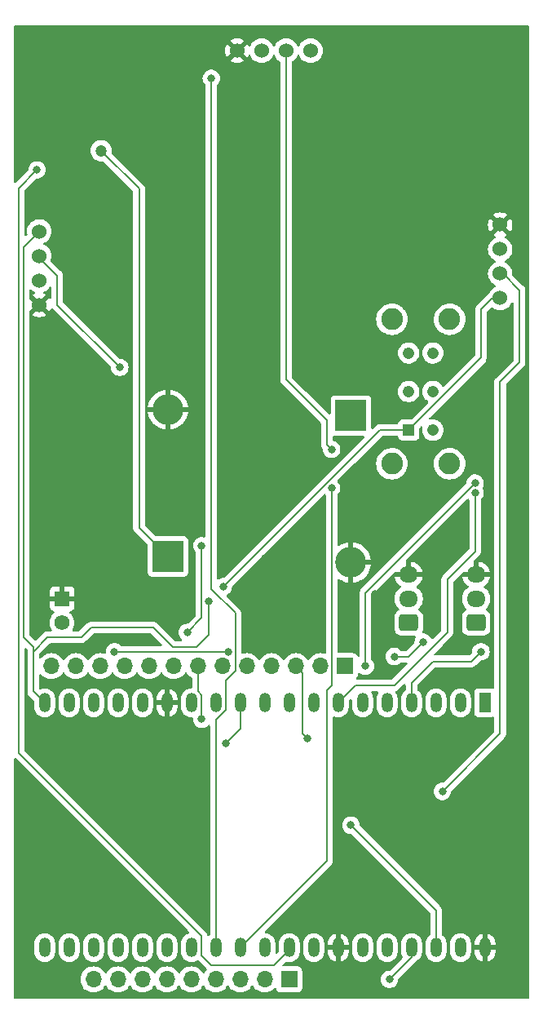
<source format=gbr>
%TF.GenerationSoftware,KiCad,Pcbnew,8.0.8*%
%TF.CreationDate,2025-02-20T18:43:26-05:00*%
%TF.ProjectId,pcb_v3,7063625f-7633-42e6-9b69-6361645f7063,rev?*%
%TF.SameCoordinates,Original*%
%TF.FileFunction,Copper,L2,Bot*%
%TF.FilePolarity,Positive*%
%FSLAX46Y46*%
G04 Gerber Fmt 4.6, Leading zero omitted, Abs format (unit mm)*
G04 Created by KiCad (PCBNEW 8.0.8) date 2025-02-20 18:43:26*
%MOMM*%
%LPD*%
G01*
G04 APERTURE LIST*
G04 Aperture macros list*
%AMRoundRect*
0 Rectangle with rounded corners*
0 $1 Rounding radius*
0 $2 $3 $4 $5 $6 $7 $8 $9 X,Y pos of 4 corners*
0 Add a 4 corners polygon primitive as box body*
4,1,4,$2,$3,$4,$5,$6,$7,$8,$9,$2,$3,0*
0 Add four circle primitives for the rounded corners*
1,1,$1+$1,$2,$3*
1,1,$1+$1,$4,$5*
1,1,$1+$1,$6,$7*
1,1,$1+$1,$8,$9*
0 Add four rect primitives between the rounded corners*
20,1,$1+$1,$2,$3,$4,$5,0*
20,1,$1+$1,$4,$5,$6,$7,0*
20,1,$1+$1,$6,$7,$8,$9,0*
20,1,$1+$1,$8,$9,$2,$3,0*%
G04 Aperture macros list end*
%TA.AperFunction,ComponentPad*%
%ADD10R,1.208000X1.208000*%
%TD*%
%TA.AperFunction,ComponentPad*%
%ADD11C,1.208000*%
%TD*%
%TA.AperFunction,ComponentPad*%
%ADD12C,2.250000*%
%TD*%
%TA.AperFunction,ComponentPad*%
%ADD13R,1.575000X1.575000*%
%TD*%
%TA.AperFunction,ComponentPad*%
%ADD14C,1.575000*%
%TD*%
%TA.AperFunction,ComponentPad*%
%ADD15C,1.530000*%
%TD*%
%TA.AperFunction,ComponentPad*%
%ADD16R,1.200000X2.000000*%
%TD*%
%TA.AperFunction,ComponentPad*%
%ADD17O,1.200000X2.000000*%
%TD*%
%TA.AperFunction,ComponentPad*%
%ADD18R,3.200000X3.200000*%
%TD*%
%TA.AperFunction,ComponentPad*%
%ADD19O,3.200000X3.200000*%
%TD*%
%TA.AperFunction,ComponentPad*%
%ADD20RoundRect,0.250000X0.725000X-0.600000X0.725000X0.600000X-0.725000X0.600000X-0.725000X-0.600000X0*%
%TD*%
%TA.AperFunction,ComponentPad*%
%ADD21O,1.950000X1.700000*%
%TD*%
%TA.AperFunction,ComponentPad*%
%ADD22R,1.700000X1.700000*%
%TD*%
%TA.AperFunction,ComponentPad*%
%ADD23O,1.700000X1.700000*%
%TD*%
%TA.AperFunction,ViaPad*%
%ADD24C,0.800000*%
%TD*%
%TA.AperFunction,ViaPad*%
%ADD25C,1.200000*%
%TD*%
%TA.AperFunction,Conductor*%
%ADD26C,0.200000*%
%TD*%
G04 APERTURE END LIST*
D10*
%TO.P,S1,1*%
%TO.N,5V*%
X140000000Y-93500000D03*
D11*
%TO.P,S1,2*%
%TO.N,5V0*%
X140000000Y-89500000D03*
%TO.P,S1,3*%
%TO.N,unconnected-(S1-Pad3)*%
X140000000Y-85500000D03*
%TO.P,S1,4*%
%TO.N,3V3*%
X142500000Y-93500000D03*
%TO.P,S1,5*%
%TO.N,3V30*%
X142500000Y-89500000D03*
%TO.P,S1,6*%
%TO.N,unconnected-(S1-Pad6)*%
X142500000Y-85500000D03*
D12*
%TO.P,S1,SH1*%
%TO.N,N/C*%
X138250000Y-97000000D03*
%TO.P,S1,SH2*%
X138250000Y-82000000D03*
%TO.P,S1,SH3*%
X144250000Y-82000000D03*
%TO.P,S1,SH4*%
X144250000Y-97000000D03*
%TD*%
D13*
%TO.P,J1,1,1*%
%TO.N,GND*%
X104000000Y-111000000D03*
D14*
%TO.P,J1,2,2*%
%TO.N,BTRY*%
X104000000Y-113500000D03*
%TD*%
D15*
%TO.P,U6,1,VCC*%
%TO.N,5V*%
X129810000Y-54125000D03*
%TO.P,U6,2,TRIG*%
%TO.N,TF*%
X127270000Y-54125000D03*
%TO.P,U6,3,ECHO*%
%TO.N,Net-(U6-ECHO)*%
X124730000Y-54125000D03*
%TO.P,U6,4,GND*%
%TO.N,GND*%
X122190000Y-54125000D03*
%TD*%
D16*
%TO.P,U1,1,3V3*%
%TO.N,Net-(U1-3V3)*%
X147903440Y-121800000D03*
D17*
%TO.P,U1,2,CHIP_PU*%
%TO.N,Net-(U1-CHIP_PU)*%
X145363440Y-121800000D03*
%TO.P,U1,3,SENSOR_VP/GPIO36/ADC1_CH0*%
%TO.N,Net-(J8-Pin_1)*%
X142823440Y-121800000D03*
%TO.P,U1,4,SENSOR_VN/GPIO39/ADC1_CH3*%
%TO.N,Net-(J8-Pin_2)*%
X140283440Y-121800000D03*
%TO.P,U1,5,VDET_1/GPIO34/ADC1_CH6*%
%TO.N,Net-(J8-Pin_3)*%
X137743440Y-121800000D03*
%TO.P,U1,6,VDET_2/GPIO35/ADC1_CH7*%
%TO.N,Net-(J8-Pin_4)*%
X135203440Y-121800000D03*
%TO.P,U1,7,32K_XP/GPIO32/ADC1_CH4*%
%TO.N,SDA*%
X132663440Y-121800000D03*
%TO.P,U1,8,32K_XN/GPIO33/ADC1_CH5*%
%TO.N,SCL*%
X130123440Y-121800000D03*
%TO.P,U1,9,DAC_1/ADC2_CH8/GPIO25*%
%TO.N,Net-(J8-Pin_5)*%
X127583440Y-121800000D03*
%TO.P,U1,10,DAC_2/ADC2_CH9/GPIO26*%
%TO.N,Net-(J8-Pin_6)*%
X125043440Y-121800000D03*
%TO.P,U1,11,ADC2_CH7/GPIO27*%
%TO.N,Net-(J8-Pin_7)*%
X122503440Y-121800000D03*
%TO.P,U1,12,MTMS/GPIO14/ADC2_CH6*%
%TO.N,Net-(J8-Pin_8)*%
X119963440Y-121800000D03*
%TO.P,U1,13,MTDI/GPIO12/ADC2_CH5*%
%TO.N,Net-(J8-Pin_9)*%
X117423440Y-121800000D03*
%TO.P,U1,14,GND*%
%TO.N,GND*%
X114883440Y-121800000D03*
%TO.P,U1,15,MTCK/GPIO13/ADC2_CH4*%
%TO.N,Net-(J8-Pin_10)*%
X112343440Y-121800000D03*
%TO.P,U1,16,SD_DATA2/GPIO9*%
%TO.N,Net-(J8-Pin_11)*%
X109803440Y-121800000D03*
%TO.P,U1,17,SD_DATA3/GPIO10*%
%TO.N,Net-(J8-Pin_12)*%
X107263440Y-121800000D03*
%TO.P,U1,18,CMD*%
%TO.N,Net-(J8-Pin_13)*%
X104723440Y-121800000D03*
%TO.P,U1,19,5V*%
%TO.N,5V*%
X102183440Y-121800000D03*
%TO.P,U1,20,SD_CLK/GPIO6*%
%TO.N,Net-(J9-Pin_9)*%
X102186160Y-147196320D03*
%TO.P,U1,21,SD_DATA0/GPIO7*%
%TO.N,Net-(J9-Pin_8)*%
X104726160Y-147196320D03*
%TO.P,U1,22,SD_DATA1/GPIO8*%
%TO.N,Net-(J9-Pin_7)*%
X107263440Y-147200000D03*
%TO.P,U1,23,MTDO/GPIO15/ADC2_CH3*%
%TO.N,Net-(J9-Pin_6)*%
X109803440Y-147200000D03*
%TO.P,U1,24,ADC2_CH2/GPIO2*%
%TO.N,Net-(J9-Pin_5)*%
X112343440Y-147200000D03*
%TO.P,U1,25,GPIO0/BOOT/ADC2_CH1*%
%TO.N,Net-(J9-Pin_4)*%
X114883440Y-147200000D03*
%TO.P,U1,26,ADC2_CH0/GPIO4*%
%TO.N,Net-(J9-Pin_3)*%
X117423440Y-147200000D03*
%TO.P,U1,27,GPIO16*%
%TO.N,EF*%
X119963440Y-147200000D03*
%TO.P,U1,28,GPIO17*%
%TO.N,TF*%
X122503440Y-147200000D03*
%TO.P,U1,29,GPIO5*%
%TO.N,Net-(J6-Pin_1)*%
X125043440Y-147200000D03*
%TO.P,U1,30,GPIO18*%
%TO.N,EL*%
X127583440Y-147200000D03*
%TO.P,U1,31,GPIO19*%
%TO.N,TR*%
X130123440Y-147200000D03*
%TO.P,U1,32,GND*%
%TO.N,GND*%
X132663440Y-147200000D03*
%TO.P,U1,33,GPIO21*%
%TO.N,ER*%
X135203440Y-147200000D03*
%TO.P,U1,34,U0RXD/GPIO3*%
%TO.N,Net-(J9-Pin_2)*%
X137743440Y-147200000D03*
%TO.P,U1,35,U0TXD/GPIO1*%
%TO.N,Net-(J9-Pin_1)*%
X140283440Y-147200000D03*
%TO.P,U1,36,GPIO22*%
%TO.N,TL*%
X142823440Y-147200000D03*
%TO.P,U1,37,GPIO23*%
%TO.N,Net-(J7-Pin_1)*%
X145363440Y-147200000D03*
%TO.P,U1,38,GND*%
%TO.N,GND*%
X147903440Y-147200000D03*
%TD*%
D18*
%TO.P,D2,1,K*%
%TO.N,Net-(D2-K)*%
X134000000Y-92000000D03*
D19*
%TO.P,D2,2,A*%
%TO.N,GND*%
X134000000Y-107240000D03*
%TD*%
D20*
%TO.P,J7,1,Pin_1*%
%TO.N,Net-(J7-Pin_1)*%
X147000000Y-113500000D03*
D21*
%TO.P,J7,2,Pin_2*%
%TO.N,Net-(J6-Pin_2)*%
X147000000Y-111000000D03*
%TO.P,J7,3,Pin_3*%
%TO.N,GND*%
X147000000Y-108500000D03*
%TD*%
D15*
%TO.P,U5,1,VCC*%
%TO.N,5V*%
X101625000Y-72880000D03*
%TO.P,U5,2,TRIG*%
%TO.N,TL*%
X101625000Y-75420000D03*
%TO.P,U5,3,ECHO*%
%TO.N,Net-(U5-ECHO)*%
X101625000Y-77960000D03*
%TO.P,U5,4,GND*%
%TO.N,GND*%
X101625000Y-80500000D03*
%TD*%
D22*
%TO.P,J9,1,Pin_1*%
%TO.N,Net-(J9-Pin_1)*%
X127580000Y-150500000D03*
D23*
%TO.P,J9,2,Pin_2*%
%TO.N,Net-(J9-Pin_2)*%
X125040000Y-150500000D03*
%TO.P,J9,3,Pin_3*%
%TO.N,Net-(J9-Pin_3)*%
X122500000Y-150500000D03*
%TO.P,J9,4,Pin_4*%
%TO.N,Net-(J9-Pin_4)*%
X119960000Y-150500000D03*
%TO.P,J9,5,Pin_5*%
%TO.N,Net-(J9-Pin_5)*%
X117420000Y-150500000D03*
%TO.P,J9,6,Pin_6*%
%TO.N,Net-(J9-Pin_6)*%
X114880000Y-150500000D03*
%TO.P,J9,7,Pin_7*%
%TO.N,Net-(J9-Pin_7)*%
X112340000Y-150500000D03*
%TO.P,J9,8,Pin_8*%
%TO.N,Net-(J9-Pin_8)*%
X109800000Y-150500000D03*
%TO.P,J9,9,Pin_9*%
%TO.N,Net-(J9-Pin_9)*%
X107260000Y-150500000D03*
%TD*%
D22*
%TO.P,J8,1,Pin_1*%
%TO.N,Net-(J8-Pin_1)*%
X133360000Y-118000000D03*
D23*
%TO.P,J8,2,Pin_2*%
%TO.N,Net-(J8-Pin_2)*%
X130820000Y-118000000D03*
%TO.P,J8,3,Pin_3*%
%TO.N,Net-(J8-Pin_3)*%
X128280000Y-118000000D03*
%TO.P,J8,4,Pin_4*%
%TO.N,Net-(J8-Pin_4)*%
X125740000Y-118000000D03*
%TO.P,J8,5,Pin_5*%
%TO.N,Net-(J8-Pin_5)*%
X123200000Y-118000000D03*
%TO.P,J8,6,Pin_6*%
%TO.N,Net-(J8-Pin_6)*%
X120660000Y-118000000D03*
%TO.P,J8,7,Pin_7*%
%TO.N,Net-(J8-Pin_7)*%
X118120000Y-118000000D03*
%TO.P,J8,8,Pin_8*%
%TO.N,Net-(J8-Pin_8)*%
X115580000Y-118000000D03*
%TO.P,J8,9,Pin_9*%
%TO.N,Net-(J8-Pin_9)*%
X113040000Y-118000000D03*
%TO.P,J8,10,Pin_10*%
%TO.N,Net-(J8-Pin_10)*%
X110500000Y-118000000D03*
%TO.P,J8,11,Pin_11*%
%TO.N,Net-(J8-Pin_11)*%
X107960000Y-118000000D03*
%TO.P,J8,12,Pin_12*%
%TO.N,Net-(J8-Pin_12)*%
X105420000Y-118000000D03*
%TO.P,J8,13,Pin_13*%
%TO.N,Net-(J8-Pin_13)*%
X102880000Y-118000000D03*
%TD*%
D20*
%TO.P,J6,1,Pin_1*%
%TO.N,Net-(J6-Pin_1)*%
X140000000Y-113500000D03*
D21*
%TO.P,J6,2,Pin_2*%
%TO.N,Net-(J6-Pin_2)*%
X140000000Y-111000000D03*
%TO.P,J6,3,Pin_3*%
%TO.N,GND*%
X140000000Y-108500000D03*
%TD*%
D18*
%TO.P,D1,1,K*%
%TO.N,Net-(D1-K)*%
X115000000Y-106620000D03*
D19*
%TO.P,D1,2,A*%
%TO.N,GND*%
X115000000Y-91380000D03*
%TD*%
D15*
%TO.P,U4,1,VCC*%
%TO.N,5V*%
X149500000Y-79810000D03*
%TO.P,U4,2,TRIG*%
%TO.N,TR*%
X149500000Y-77270000D03*
%TO.P,U4,3,ECHO*%
%TO.N,Net-(U4-ECHO)*%
X149500000Y-74730000D03*
%TO.P,U4,4,GND*%
%TO.N,GND*%
X149500000Y-72190000D03*
%TD*%
D24*
%TO.N,GND*%
X115500000Y-114500000D03*
X109625000Y-102225000D03*
X106225000Y-102225000D03*
X133500000Y-111900000D03*
X141500000Y-120000000D03*
X137500000Y-118500000D03*
X137500000Y-115000000D03*
X144000000Y-104500000D03*
X113500000Y-115500000D03*
X111500000Y-115050000D03*
X121500000Y-64000000D03*
X122000000Y-70500000D03*
X116000000Y-72500000D03*
X121500000Y-83500000D03*
X116500000Y-87000000D03*
X116500000Y-97500000D03*
X123000000Y-112500000D03*
X122500000Y-110000000D03*
X130500000Y-110500000D03*
X144000000Y-56500000D03*
X139000000Y-63500000D03*
X131000000Y-86000000D03*
X137000000Y-87000000D03*
X135500000Y-97000000D03*
X137500000Y-91500000D03*
X134500000Y-103000000D03*
X136000000Y-100500000D03*
X136500000Y-110500000D03*
X136500000Y-112500000D03*
X128500000Y-106775000D03*
X125100000Y-106775000D03*
X108000000Y-111937500D03*
D25*
X128193638Y-97737458D03*
X106258890Y-90489621D03*
X128231885Y-100433883D03*
X106144149Y-95920718D03*
X121806361Y-100223524D03*
X128231885Y-95251393D03*
X122035844Y-95136651D03*
X106225000Y-93075000D03*
X125100000Y-97625000D03*
X102491545Y-92899192D03*
X102701904Y-95844224D03*
X102625410Y-90279262D03*
X109452528Y-96284066D03*
X109146551Y-90719104D03*
X125172112Y-100338266D03*
X109223045Y-92975687D03*
X125095617Y-95270517D03*
X121844609Y-97833076D03*
D24*
%TO.N,5V*%
X120750000Y-109750000D03*
X109437500Y-116500000D03*
X121255000Y-116500000D03*
X119250000Y-111250000D03*
D25*
%TO.N,Net-(D1-K)*%
X108050000Y-64500000D03*
D24*
%TO.N,SDA*%
X146901500Y-100000001D03*
%TO.N,SCL*%
X135500000Y-118000000D03*
X146901500Y-99000000D03*
%TO.N,TF*%
X132000000Y-99500000D03*
X132000000Y-95500000D03*
%TO.N,TL*%
X134000000Y-134500000D03*
X110000000Y-87000000D03*
X117000000Y-114500000D03*
X118500000Y-105500000D03*
%TO.N,TR*%
X143500000Y-131000000D03*
%TO.N,Net-(J8-Pin_7)*%
X118500000Y-123500000D03*
X121000000Y-126000000D03*
%TO.N,Net-(J8-Pin_3)*%
X129500000Y-125500000D03*
%TO.N,Net-(J8-Pin_1)*%
X141500000Y-115500000D03*
X138500000Y-117000000D03*
%TO.N,Net-(J8-Pin_2)*%
X147500000Y-116500000D03*
%TO.N,Net-(J9-Pin_1)*%
X138000000Y-150500000D03*
%TO.N,EF*%
X119500000Y-57000000D03*
%TO.N,EL*%
X101400000Y-66500000D03*
%TD*%
D26*
%TO.N,GND*%
X106225000Y-110162500D02*
X108000000Y-111937500D01*
X106225000Y-102225000D02*
X106225000Y-110162500D01*
%TO.N,5V*%
X107000000Y-114000000D02*
X113500000Y-114000000D01*
X106000000Y-115000000D02*
X107000000Y-114000000D01*
X102500000Y-115000000D02*
X106000000Y-115000000D01*
X113500000Y-114000000D02*
X115500000Y-116000000D01*
X115500000Y-116000000D02*
X118000000Y-116000000D01*
X101000000Y-116500000D02*
X102500000Y-115000000D01*
X118000000Y-116000000D02*
X119250000Y-114750000D01*
X119250000Y-114750000D02*
X119250000Y-111250000D01*
%TO.N,GND*%
X139000000Y-61500000D02*
X144000000Y-56500000D01*
X139000000Y-63500000D02*
X139000000Y-61500000D01*
X136000000Y-86000000D02*
X137000000Y-87000000D01*
X131000000Y-86000000D02*
X136000000Y-86000000D01*
%TO.N,5V*%
X147500000Y-86000000D02*
X147500000Y-81000000D01*
X100000000Y-115000000D02*
X101000000Y-116000000D01*
X148690000Y-79810000D02*
X149500000Y-79810000D01*
X140000000Y-93500000D02*
X147500000Y-86000000D01*
X100000000Y-74505000D02*
X100000000Y-115000000D01*
X101000000Y-120616560D02*
X101000000Y-116500000D01*
X102183440Y-121800000D02*
X101000000Y-120616560D01*
X147500000Y-81000000D02*
X148690000Y-79810000D01*
X109437500Y-116500000D02*
X121255000Y-116500000D01*
X137000000Y-93500000D02*
X140000000Y-93500000D01*
X120750000Y-109750000D02*
X137000000Y-93500000D01*
X101000000Y-116000000D02*
X101000000Y-116500000D01*
X101625000Y-72880000D02*
X100000000Y-74505000D01*
%TO.N,Net-(D1-K)*%
X108050000Y-64500000D02*
X112000000Y-68450000D01*
X112000000Y-68450000D02*
X112000000Y-103620000D01*
X112000000Y-103620000D02*
X115000000Y-106620000D01*
%TO.N,SDA*%
X144000000Y-114500000D02*
X138500000Y-120000000D01*
X146901500Y-106098500D02*
X144000000Y-109000000D01*
X144000000Y-109000000D02*
X144000000Y-114500000D01*
X134463440Y-120000000D02*
X132663440Y-121800000D01*
X146901500Y-100000001D02*
X146901500Y-106098500D01*
X138500000Y-120000000D02*
X134463440Y-120000000D01*
%TO.N,SCL*%
X135500000Y-110401500D02*
X135500000Y-118000000D01*
X146901500Y-99000000D02*
X135500000Y-110401500D01*
%TO.N,TF*%
X131500000Y-95000000D02*
X132000000Y-95500000D01*
X127270000Y-54125000D02*
X127270000Y-88270000D01*
X131500000Y-92500000D02*
X131500000Y-95000000D01*
X131500000Y-120500000D02*
X131500000Y-138203440D01*
X131500000Y-138203440D02*
X122503440Y-147200000D01*
X132000000Y-120000000D02*
X131500000Y-120500000D01*
X132000000Y-99500000D02*
X132000000Y-120000000D01*
X127270000Y-88270000D02*
X131500000Y-92500000D01*
%TO.N,TL*%
X134000000Y-134500000D02*
X142823440Y-143323440D01*
X101625000Y-75625000D02*
X103500000Y-77500000D01*
X118500000Y-113000000D02*
X117000000Y-114500000D01*
X103500000Y-77500000D02*
X103500000Y-80500000D01*
X101625000Y-75420000D02*
X101625000Y-75625000D01*
X103500000Y-80500000D02*
X110000000Y-87000000D01*
X142823440Y-143323440D02*
X142823440Y-147200000D01*
X118500000Y-105500000D02*
X118500000Y-113000000D01*
%TO.N,TR*%
X149500000Y-125000000D02*
X143500000Y-131000000D01*
X149500000Y-88500000D02*
X149500000Y-125000000D01*
X151500000Y-79000000D02*
X151500000Y-86500000D01*
X149770000Y-77270000D02*
X151500000Y-79000000D01*
X149500000Y-77270000D02*
X149770000Y-77270000D01*
X151500000Y-86500000D02*
X149500000Y-88500000D01*
%TO.N,Net-(J8-Pin_7)*%
X122503440Y-124496560D02*
X122503440Y-121800000D01*
X118500000Y-121000000D02*
X118500000Y-123500000D01*
X118120000Y-120620000D02*
X118500000Y-121000000D01*
X121000000Y-126000000D02*
X122503440Y-124496560D01*
X118120000Y-118000000D02*
X118120000Y-120620000D01*
%TO.N,Net-(J8-Pin_3)*%
X128280000Y-118000000D02*
X129000000Y-118720000D01*
X129000000Y-118720000D02*
X129000000Y-125000000D01*
X129000000Y-125000000D02*
X129500000Y-125500000D01*
%TO.N,Net-(J8-Pin_1)*%
X138500000Y-117000000D02*
X140000000Y-117000000D01*
X140000000Y-117000000D02*
X141500000Y-115500000D01*
%TO.N,Net-(J8-Pin_2)*%
X142500000Y-117500000D02*
X140283440Y-119716560D01*
X147500000Y-116500000D02*
X146500000Y-117500000D01*
X140283440Y-119716560D02*
X140283440Y-121800000D01*
X146500000Y-117500000D02*
X142500000Y-117500000D01*
%TO.N,Net-(J9-Pin_1)*%
X138000000Y-150500000D02*
X140283440Y-148216560D01*
X140283440Y-148216560D02*
X140283440Y-147200000D01*
%TO.N,EF*%
X121000000Y-119500000D02*
X122000000Y-118500000D01*
X119500000Y-110000000D02*
X119500000Y-57000000D01*
X121000000Y-122500000D02*
X121000000Y-119500000D01*
X122000000Y-118500000D02*
X122000000Y-112500000D01*
X119963440Y-147200000D02*
X119963440Y-123536560D01*
X119963440Y-123536560D02*
X121000000Y-122500000D01*
X122000000Y-112500000D02*
X119500000Y-110000000D01*
%TO.N,EL*%
X119500000Y-149000000D02*
X126000000Y-149000000D01*
X99500000Y-127000000D02*
X118500000Y-146000000D01*
X127583440Y-147416560D02*
X127583440Y-147200000D01*
X99500000Y-68400000D02*
X99500000Y-127000000D01*
X118500000Y-148000000D02*
X119500000Y-149000000D01*
X118500000Y-146000000D02*
X118500000Y-148000000D01*
X101400000Y-66500000D02*
X99500000Y-68400000D01*
X126000000Y-149000000D02*
X127583440Y-147416560D01*
%TD*%
%TA.AperFunction,Conductor*%
%TO.N,GND*%
G36*
X152442539Y-51520185D02*
G01*
X152488294Y-51572989D01*
X152499500Y-51624500D01*
X152499500Y-125070186D01*
X152500000Y-125077816D01*
X152500000Y-143922185D01*
X152499500Y-143929815D01*
X152499500Y-152376000D01*
X152479815Y-152443039D01*
X152427011Y-152488794D01*
X152375500Y-152500000D01*
X99124500Y-152500000D01*
X99057461Y-152480315D01*
X99011706Y-152427511D01*
X99000500Y-152376000D01*
X99000500Y-146709709D01*
X101085660Y-146709709D01*
X101085660Y-147682931D01*
X101089020Y-147704144D01*
X101103763Y-147797232D01*
X101112758Y-147854021D01*
X101166287Y-148018765D01*
X101244928Y-148173108D01*
X101346746Y-148313248D01*
X101469232Y-148435734D01*
X101609372Y-148537552D01*
X101763715Y-148616193D01*
X101928459Y-148669722D01*
X102099549Y-148696820D01*
X102099550Y-148696820D01*
X102272770Y-148696820D01*
X102272771Y-148696820D01*
X102443861Y-148669722D01*
X102608605Y-148616193D01*
X102762948Y-148537552D01*
X102903088Y-148435734D01*
X103025574Y-148313248D01*
X103127392Y-148173108D01*
X103206033Y-148018765D01*
X103259562Y-147854021D01*
X103286660Y-147682931D01*
X103286660Y-146709709D01*
X103625660Y-146709709D01*
X103625660Y-147682931D01*
X103629020Y-147704144D01*
X103643763Y-147797232D01*
X103652758Y-147854021D01*
X103706287Y-148018765D01*
X103784928Y-148173108D01*
X103886746Y-148313248D01*
X104009232Y-148435734D01*
X104149372Y-148537552D01*
X104303715Y-148616193D01*
X104468459Y-148669722D01*
X104639549Y-148696820D01*
X104639550Y-148696820D01*
X104812770Y-148696820D01*
X104812771Y-148696820D01*
X104983861Y-148669722D01*
X105148605Y-148616193D01*
X105302948Y-148537552D01*
X105443088Y-148435734D01*
X105565574Y-148313248D01*
X105667392Y-148173108D01*
X105746033Y-148018765D01*
X105799562Y-147854021D01*
X105826660Y-147682931D01*
X105826660Y-146713389D01*
X106162940Y-146713389D01*
X106162940Y-147686610D01*
X106189454Y-147854017D01*
X106190038Y-147857701D01*
X106243567Y-148022445D01*
X106322208Y-148176788D01*
X106424026Y-148316928D01*
X106546512Y-148439414D01*
X106686652Y-148541232D01*
X106840995Y-148619873D01*
X107005739Y-148673402D01*
X107176829Y-148700500D01*
X107176830Y-148700500D01*
X107350050Y-148700500D01*
X107350051Y-148700500D01*
X107521141Y-148673402D01*
X107685885Y-148619873D01*
X107840228Y-148541232D01*
X107980368Y-148439414D01*
X108102854Y-148316928D01*
X108204672Y-148176788D01*
X108283313Y-148022445D01*
X108336842Y-147857701D01*
X108363940Y-147686611D01*
X108363940Y-146713389D01*
X108702940Y-146713389D01*
X108702940Y-147686610D01*
X108729454Y-147854017D01*
X108730038Y-147857701D01*
X108783567Y-148022445D01*
X108862208Y-148176788D01*
X108964026Y-148316928D01*
X109086512Y-148439414D01*
X109226652Y-148541232D01*
X109380995Y-148619873D01*
X109545739Y-148673402D01*
X109716829Y-148700500D01*
X109716830Y-148700500D01*
X109890050Y-148700500D01*
X109890051Y-148700500D01*
X110061141Y-148673402D01*
X110225885Y-148619873D01*
X110380228Y-148541232D01*
X110520368Y-148439414D01*
X110642854Y-148316928D01*
X110744672Y-148176788D01*
X110823313Y-148022445D01*
X110876842Y-147857701D01*
X110903940Y-147686611D01*
X110903940Y-146713389D01*
X111242940Y-146713389D01*
X111242940Y-147686610D01*
X111269454Y-147854017D01*
X111270038Y-147857701D01*
X111323567Y-148022445D01*
X111402208Y-148176788D01*
X111504026Y-148316928D01*
X111626512Y-148439414D01*
X111766652Y-148541232D01*
X111920995Y-148619873D01*
X112085739Y-148673402D01*
X112256829Y-148700500D01*
X112256830Y-148700500D01*
X112430050Y-148700500D01*
X112430051Y-148700500D01*
X112601141Y-148673402D01*
X112765885Y-148619873D01*
X112920228Y-148541232D01*
X113060368Y-148439414D01*
X113182854Y-148316928D01*
X113284672Y-148176788D01*
X113363313Y-148022445D01*
X113416842Y-147857701D01*
X113443940Y-147686611D01*
X113443940Y-146713389D01*
X113782940Y-146713389D01*
X113782940Y-147686610D01*
X113809454Y-147854017D01*
X113810038Y-147857701D01*
X113863567Y-148022445D01*
X113942208Y-148176788D01*
X114044026Y-148316928D01*
X114166512Y-148439414D01*
X114306652Y-148541232D01*
X114460995Y-148619873D01*
X114625739Y-148673402D01*
X114796829Y-148700500D01*
X114796830Y-148700500D01*
X114970050Y-148700500D01*
X114970051Y-148700500D01*
X115141141Y-148673402D01*
X115305885Y-148619873D01*
X115460228Y-148541232D01*
X115600368Y-148439414D01*
X115722854Y-148316928D01*
X115824672Y-148176788D01*
X115903313Y-148022445D01*
X115956842Y-147857701D01*
X115983940Y-147686611D01*
X115983940Y-146713389D01*
X115956842Y-146542299D01*
X115903313Y-146377555D01*
X115824672Y-146223212D01*
X115722854Y-146083072D01*
X115600368Y-145960586D01*
X115460228Y-145858768D01*
X115305885Y-145780127D01*
X115141141Y-145726598D01*
X115141139Y-145726597D01*
X115141138Y-145726597D01*
X115009711Y-145705781D01*
X114970051Y-145699500D01*
X114796829Y-145699500D01*
X114757168Y-145705781D01*
X114625742Y-145726597D01*
X114460992Y-145780128D01*
X114306651Y-145858768D01*
X114257580Y-145894421D01*
X114166512Y-145960586D01*
X114166510Y-145960588D01*
X114166509Y-145960588D01*
X114044028Y-146083069D01*
X114044028Y-146083070D01*
X114044026Y-146083072D01*
X114000299Y-146143256D01*
X113942208Y-146223211D01*
X113863568Y-146377552D01*
X113810037Y-146542302D01*
X113782940Y-146713389D01*
X113443940Y-146713389D01*
X113416842Y-146542299D01*
X113363313Y-146377555D01*
X113284672Y-146223212D01*
X113182854Y-146083072D01*
X113060368Y-145960586D01*
X112920228Y-145858768D01*
X112765885Y-145780127D01*
X112601141Y-145726598D01*
X112601139Y-145726597D01*
X112601138Y-145726597D01*
X112469711Y-145705781D01*
X112430051Y-145699500D01*
X112256829Y-145699500D01*
X112217168Y-145705781D01*
X112085742Y-145726597D01*
X111920992Y-145780128D01*
X111766651Y-145858768D01*
X111717580Y-145894421D01*
X111626512Y-145960586D01*
X111626510Y-145960588D01*
X111626509Y-145960588D01*
X111504028Y-146083069D01*
X111504028Y-146083070D01*
X111504026Y-146083072D01*
X111460299Y-146143256D01*
X111402208Y-146223211D01*
X111323568Y-146377552D01*
X111270037Y-146542302D01*
X111242940Y-146713389D01*
X110903940Y-146713389D01*
X110876842Y-146542299D01*
X110823313Y-146377555D01*
X110744672Y-146223212D01*
X110642854Y-146083072D01*
X110520368Y-145960586D01*
X110380228Y-145858768D01*
X110225885Y-145780127D01*
X110061141Y-145726598D01*
X110061139Y-145726597D01*
X110061138Y-145726597D01*
X109929711Y-145705781D01*
X109890051Y-145699500D01*
X109716829Y-145699500D01*
X109677168Y-145705781D01*
X109545742Y-145726597D01*
X109380992Y-145780128D01*
X109226651Y-145858768D01*
X109177580Y-145894421D01*
X109086512Y-145960586D01*
X109086510Y-145960588D01*
X109086509Y-145960588D01*
X108964028Y-146083069D01*
X108964028Y-146083070D01*
X108964026Y-146083072D01*
X108920299Y-146143256D01*
X108862208Y-146223211D01*
X108783568Y-146377552D01*
X108730037Y-146542302D01*
X108702940Y-146713389D01*
X108363940Y-146713389D01*
X108336842Y-146542299D01*
X108283313Y-146377555D01*
X108204672Y-146223212D01*
X108102854Y-146083072D01*
X107980368Y-145960586D01*
X107840228Y-145858768D01*
X107685885Y-145780127D01*
X107521141Y-145726598D01*
X107521139Y-145726597D01*
X107521138Y-145726597D01*
X107389711Y-145705781D01*
X107350051Y-145699500D01*
X107176829Y-145699500D01*
X107137168Y-145705781D01*
X107005742Y-145726597D01*
X106840992Y-145780128D01*
X106686651Y-145858768D01*
X106637580Y-145894421D01*
X106546512Y-145960586D01*
X106546510Y-145960588D01*
X106546509Y-145960588D01*
X106424028Y-146083069D01*
X106424028Y-146083070D01*
X106424026Y-146083072D01*
X106380299Y-146143256D01*
X106322208Y-146223211D01*
X106243568Y-146377552D01*
X106190037Y-146542302D01*
X106162940Y-146713389D01*
X105826660Y-146713389D01*
X105826660Y-146709709D01*
X105799562Y-146538619D01*
X105746033Y-146373875D01*
X105667392Y-146219532D01*
X105565574Y-146079392D01*
X105443088Y-145956906D01*
X105302948Y-145855088D01*
X105155829Y-145780128D01*
X105148607Y-145776448D01*
X105148606Y-145776447D01*
X105148605Y-145776447D01*
X104983861Y-145722918D01*
X104983859Y-145722917D01*
X104983858Y-145722917D01*
X104837350Y-145699713D01*
X104812771Y-145695820D01*
X104639549Y-145695820D01*
X104614970Y-145699713D01*
X104468462Y-145722917D01*
X104303712Y-145776448D01*
X104149371Y-145855088D01*
X104095235Y-145894421D01*
X104009232Y-145956906D01*
X104009230Y-145956908D01*
X104009229Y-145956908D01*
X103886748Y-146079389D01*
X103886748Y-146079390D01*
X103886746Y-146079392D01*
X103860547Y-146115452D01*
X103784928Y-146219531D01*
X103706288Y-146373872D01*
X103652757Y-146538622D01*
X103644584Y-146590228D01*
X103625660Y-146709709D01*
X103286660Y-146709709D01*
X103259562Y-146538619D01*
X103206033Y-146373875D01*
X103127392Y-146219532D01*
X103025574Y-146079392D01*
X102903088Y-145956906D01*
X102762948Y-145855088D01*
X102615829Y-145780128D01*
X102608607Y-145776448D01*
X102608606Y-145776447D01*
X102608605Y-145776447D01*
X102443861Y-145722918D01*
X102443859Y-145722917D01*
X102443858Y-145722917D01*
X102297350Y-145699713D01*
X102272771Y-145695820D01*
X102099549Y-145695820D01*
X102074970Y-145699713D01*
X101928462Y-145722917D01*
X101763712Y-145776448D01*
X101609371Y-145855088D01*
X101555235Y-145894421D01*
X101469232Y-145956906D01*
X101469230Y-145956908D01*
X101469229Y-145956908D01*
X101346748Y-146079389D01*
X101346748Y-146079390D01*
X101346746Y-146079392D01*
X101320547Y-146115452D01*
X101244928Y-146219531D01*
X101166288Y-146373872D01*
X101112757Y-146538622D01*
X101104584Y-146590228D01*
X101085660Y-146709709D01*
X99000500Y-146709709D01*
X99000500Y-127649097D01*
X99020185Y-127582058D01*
X99072989Y-127536303D01*
X99142147Y-127526359D01*
X99205703Y-127555384D01*
X99212181Y-127561416D01*
X117182381Y-145531617D01*
X117215866Y-145592940D01*
X117210882Y-145662632D01*
X117169010Y-145718565D01*
X117133019Y-145737229D01*
X117000990Y-145780128D01*
X116846651Y-145858768D01*
X116797580Y-145894421D01*
X116706512Y-145960586D01*
X116706510Y-145960588D01*
X116706509Y-145960588D01*
X116584028Y-146083069D01*
X116584028Y-146083070D01*
X116584026Y-146083072D01*
X116540299Y-146143256D01*
X116482208Y-146223211D01*
X116403568Y-146377552D01*
X116350037Y-146542302D01*
X116322940Y-146713389D01*
X116322940Y-147686610D01*
X116349454Y-147854017D01*
X116350038Y-147857701D01*
X116403567Y-148022445D01*
X116482208Y-148176788D01*
X116584026Y-148316928D01*
X116706512Y-148439414D01*
X116846652Y-148541232D01*
X117000995Y-148619873D01*
X117165739Y-148673402D01*
X117336829Y-148700500D01*
X117336830Y-148700500D01*
X117510050Y-148700500D01*
X117510051Y-148700500D01*
X117681141Y-148673402D01*
X117845885Y-148619873D01*
X118000228Y-148541232D01*
X118025619Y-148522783D01*
X118091425Y-148499304D01*
X118159479Y-148515129D01*
X118186186Y-148535421D01*
X119012752Y-149361988D01*
X119046237Y-149423311D01*
X119041253Y-149493003D01*
X119012753Y-149537350D01*
X118921503Y-149628600D01*
X118791575Y-149814158D01*
X118736998Y-149857783D01*
X118667500Y-149864977D01*
X118605145Y-149833454D01*
X118588425Y-149814158D01*
X118458494Y-149628597D01*
X118291402Y-149461506D01*
X118291395Y-149461501D01*
X118097834Y-149325967D01*
X118097830Y-149325965D01*
X118097828Y-149325964D01*
X117883663Y-149226097D01*
X117883659Y-149226096D01*
X117883655Y-149226094D01*
X117655413Y-149164938D01*
X117655403Y-149164936D01*
X117420001Y-149144341D01*
X117419999Y-149144341D01*
X117184596Y-149164936D01*
X117184586Y-149164938D01*
X116956344Y-149226094D01*
X116956335Y-149226098D01*
X116742171Y-149325964D01*
X116742169Y-149325965D01*
X116548597Y-149461505D01*
X116381505Y-149628597D01*
X116251575Y-149814158D01*
X116196998Y-149857783D01*
X116127500Y-149864977D01*
X116065145Y-149833454D01*
X116048425Y-149814158D01*
X115918494Y-149628597D01*
X115751402Y-149461506D01*
X115751395Y-149461501D01*
X115557834Y-149325967D01*
X115557830Y-149325965D01*
X115557828Y-149325964D01*
X115343663Y-149226097D01*
X115343659Y-149226096D01*
X115343655Y-149226094D01*
X115115413Y-149164938D01*
X115115403Y-149164936D01*
X114880001Y-149144341D01*
X114879999Y-149144341D01*
X114644596Y-149164936D01*
X114644586Y-149164938D01*
X114416344Y-149226094D01*
X114416335Y-149226098D01*
X114202171Y-149325964D01*
X114202169Y-149325965D01*
X114008597Y-149461505D01*
X113841505Y-149628597D01*
X113711575Y-149814158D01*
X113656998Y-149857783D01*
X113587500Y-149864977D01*
X113525145Y-149833454D01*
X113508425Y-149814158D01*
X113378494Y-149628597D01*
X113211402Y-149461506D01*
X113211395Y-149461501D01*
X113017834Y-149325967D01*
X113017830Y-149325965D01*
X113017828Y-149325964D01*
X112803663Y-149226097D01*
X112803659Y-149226096D01*
X112803655Y-149226094D01*
X112575413Y-149164938D01*
X112575403Y-149164936D01*
X112340001Y-149144341D01*
X112339999Y-149144341D01*
X112104596Y-149164936D01*
X112104586Y-149164938D01*
X111876344Y-149226094D01*
X111876335Y-149226098D01*
X111662171Y-149325964D01*
X111662169Y-149325965D01*
X111468597Y-149461505D01*
X111301505Y-149628597D01*
X111171575Y-149814158D01*
X111116998Y-149857783D01*
X111047500Y-149864977D01*
X110985145Y-149833454D01*
X110968425Y-149814158D01*
X110838494Y-149628597D01*
X110671402Y-149461506D01*
X110671395Y-149461501D01*
X110477834Y-149325967D01*
X110477830Y-149325965D01*
X110477828Y-149325964D01*
X110263663Y-149226097D01*
X110263659Y-149226096D01*
X110263655Y-149226094D01*
X110035413Y-149164938D01*
X110035403Y-149164936D01*
X109800001Y-149144341D01*
X109799999Y-149144341D01*
X109564596Y-149164936D01*
X109564586Y-149164938D01*
X109336344Y-149226094D01*
X109336335Y-149226098D01*
X109122171Y-149325964D01*
X109122169Y-149325965D01*
X108928597Y-149461505D01*
X108761505Y-149628597D01*
X108631575Y-149814158D01*
X108576998Y-149857783D01*
X108507500Y-149864977D01*
X108445145Y-149833454D01*
X108428425Y-149814158D01*
X108298494Y-149628597D01*
X108131402Y-149461506D01*
X108131395Y-149461501D01*
X107937834Y-149325967D01*
X107937830Y-149325965D01*
X107937828Y-149325964D01*
X107723663Y-149226097D01*
X107723659Y-149226096D01*
X107723655Y-149226094D01*
X107495413Y-149164938D01*
X107495403Y-149164936D01*
X107260001Y-149144341D01*
X107259999Y-149144341D01*
X107024596Y-149164936D01*
X107024586Y-149164938D01*
X106796344Y-149226094D01*
X106796335Y-149226098D01*
X106582171Y-149325964D01*
X106582169Y-149325965D01*
X106388597Y-149461505D01*
X106221505Y-149628597D01*
X106085965Y-149822169D01*
X106085964Y-149822171D01*
X105986098Y-150036335D01*
X105986094Y-150036344D01*
X105924938Y-150264586D01*
X105924936Y-150264596D01*
X105904341Y-150499999D01*
X105904341Y-150500000D01*
X105924936Y-150735403D01*
X105924938Y-150735413D01*
X105986094Y-150963655D01*
X105986096Y-150963659D01*
X105986097Y-150963663D01*
X105990000Y-150972032D01*
X106085965Y-151177830D01*
X106085967Y-151177834D01*
X106160412Y-151284151D01*
X106221505Y-151371401D01*
X106388599Y-151538495D01*
X106485384Y-151606265D01*
X106582165Y-151674032D01*
X106582167Y-151674033D01*
X106582170Y-151674035D01*
X106796337Y-151773903D01*
X107024592Y-151835063D01*
X107201034Y-151850500D01*
X107259999Y-151855659D01*
X107260000Y-151855659D01*
X107260001Y-151855659D01*
X107318966Y-151850500D01*
X107495408Y-151835063D01*
X107723663Y-151773903D01*
X107937830Y-151674035D01*
X108131401Y-151538495D01*
X108298495Y-151371401D01*
X108428425Y-151185842D01*
X108483002Y-151142217D01*
X108552500Y-151135023D01*
X108614855Y-151166546D01*
X108631575Y-151185842D01*
X108761500Y-151371395D01*
X108761505Y-151371401D01*
X108928599Y-151538495D01*
X109025384Y-151606265D01*
X109122165Y-151674032D01*
X109122167Y-151674033D01*
X109122170Y-151674035D01*
X109336337Y-151773903D01*
X109564592Y-151835063D01*
X109741034Y-151850500D01*
X109799999Y-151855659D01*
X109800000Y-151855659D01*
X109800001Y-151855659D01*
X109858966Y-151850500D01*
X110035408Y-151835063D01*
X110263663Y-151773903D01*
X110477830Y-151674035D01*
X110671401Y-151538495D01*
X110838495Y-151371401D01*
X110968425Y-151185842D01*
X111023002Y-151142217D01*
X111092500Y-151135023D01*
X111154855Y-151166546D01*
X111171575Y-151185842D01*
X111301500Y-151371395D01*
X111301505Y-151371401D01*
X111468599Y-151538495D01*
X111565384Y-151606265D01*
X111662165Y-151674032D01*
X111662167Y-151674033D01*
X111662170Y-151674035D01*
X111876337Y-151773903D01*
X112104592Y-151835063D01*
X112281034Y-151850500D01*
X112339999Y-151855659D01*
X112340000Y-151855659D01*
X112340001Y-151855659D01*
X112398966Y-151850500D01*
X112575408Y-151835063D01*
X112803663Y-151773903D01*
X113017830Y-151674035D01*
X113211401Y-151538495D01*
X113378495Y-151371401D01*
X113508425Y-151185842D01*
X113563002Y-151142217D01*
X113632500Y-151135023D01*
X113694855Y-151166546D01*
X113711575Y-151185842D01*
X113841500Y-151371395D01*
X113841505Y-151371401D01*
X114008599Y-151538495D01*
X114105384Y-151606265D01*
X114202165Y-151674032D01*
X114202167Y-151674033D01*
X114202170Y-151674035D01*
X114416337Y-151773903D01*
X114644592Y-151835063D01*
X114821034Y-151850500D01*
X114879999Y-151855659D01*
X114880000Y-151855659D01*
X114880001Y-151855659D01*
X114938966Y-151850500D01*
X115115408Y-151835063D01*
X115343663Y-151773903D01*
X115557830Y-151674035D01*
X115751401Y-151538495D01*
X115918495Y-151371401D01*
X116048425Y-151185842D01*
X116103002Y-151142217D01*
X116172500Y-151135023D01*
X116234855Y-151166546D01*
X116251575Y-151185842D01*
X116381500Y-151371395D01*
X116381505Y-151371401D01*
X116548599Y-151538495D01*
X116645384Y-151606265D01*
X116742165Y-151674032D01*
X116742167Y-151674033D01*
X116742170Y-151674035D01*
X116956337Y-151773903D01*
X117184592Y-151835063D01*
X117361034Y-151850500D01*
X117419999Y-151855659D01*
X117420000Y-151855659D01*
X117420001Y-151855659D01*
X117478966Y-151850500D01*
X117655408Y-151835063D01*
X117883663Y-151773903D01*
X118097830Y-151674035D01*
X118291401Y-151538495D01*
X118458495Y-151371401D01*
X118588425Y-151185842D01*
X118643002Y-151142217D01*
X118712500Y-151135023D01*
X118774855Y-151166546D01*
X118791575Y-151185842D01*
X118921500Y-151371395D01*
X118921505Y-151371401D01*
X119088599Y-151538495D01*
X119185384Y-151606265D01*
X119282165Y-151674032D01*
X119282167Y-151674033D01*
X119282170Y-151674035D01*
X119496337Y-151773903D01*
X119724592Y-151835063D01*
X119901034Y-151850500D01*
X119959999Y-151855659D01*
X119960000Y-151855659D01*
X119960001Y-151855659D01*
X120018966Y-151850500D01*
X120195408Y-151835063D01*
X120423663Y-151773903D01*
X120637830Y-151674035D01*
X120831401Y-151538495D01*
X120998495Y-151371401D01*
X121128425Y-151185842D01*
X121183002Y-151142217D01*
X121252500Y-151135023D01*
X121314855Y-151166546D01*
X121331575Y-151185842D01*
X121461500Y-151371395D01*
X121461505Y-151371401D01*
X121628599Y-151538495D01*
X121725384Y-151606265D01*
X121822165Y-151674032D01*
X121822167Y-151674033D01*
X121822170Y-151674035D01*
X122036337Y-151773903D01*
X122264592Y-151835063D01*
X122441034Y-151850500D01*
X122499999Y-151855659D01*
X122500000Y-151855659D01*
X122500001Y-151855659D01*
X122558966Y-151850500D01*
X122735408Y-151835063D01*
X122963663Y-151773903D01*
X123177830Y-151674035D01*
X123371401Y-151538495D01*
X123538495Y-151371401D01*
X123668425Y-151185842D01*
X123723002Y-151142217D01*
X123792500Y-151135023D01*
X123854855Y-151166546D01*
X123871575Y-151185842D01*
X124001500Y-151371395D01*
X124001505Y-151371401D01*
X124168599Y-151538495D01*
X124265384Y-151606265D01*
X124362165Y-151674032D01*
X124362167Y-151674033D01*
X124362170Y-151674035D01*
X124576337Y-151773903D01*
X124804592Y-151835063D01*
X124981034Y-151850500D01*
X125039999Y-151855659D01*
X125040000Y-151855659D01*
X125040001Y-151855659D01*
X125098966Y-151850500D01*
X125275408Y-151835063D01*
X125503663Y-151773903D01*
X125717830Y-151674035D01*
X125911401Y-151538495D01*
X126033329Y-151416566D01*
X126094648Y-151383084D01*
X126164340Y-151388068D01*
X126220274Y-151429939D01*
X126237189Y-151460917D01*
X126286202Y-151592328D01*
X126286206Y-151592335D01*
X126372452Y-151707544D01*
X126372455Y-151707547D01*
X126487664Y-151793793D01*
X126487671Y-151793797D01*
X126622517Y-151844091D01*
X126622516Y-151844091D01*
X126629444Y-151844835D01*
X126682127Y-151850500D01*
X128477872Y-151850499D01*
X128537483Y-151844091D01*
X128672331Y-151793796D01*
X128787546Y-151707546D01*
X128873796Y-151592331D01*
X128924091Y-151457483D01*
X128930500Y-151397873D01*
X128930499Y-150500000D01*
X137094540Y-150500000D01*
X137114326Y-150688256D01*
X137114327Y-150688259D01*
X137172818Y-150868277D01*
X137172821Y-150868284D01*
X137267467Y-151032216D01*
X137360035Y-151135023D01*
X137394129Y-151172888D01*
X137547265Y-151284148D01*
X137547270Y-151284151D01*
X137720192Y-151361142D01*
X137720197Y-151361144D01*
X137905354Y-151400500D01*
X137905355Y-151400500D01*
X138094644Y-151400500D01*
X138094646Y-151400500D01*
X138279803Y-151361144D01*
X138452730Y-151284151D01*
X138605871Y-151172888D01*
X138732533Y-151032216D01*
X138827179Y-150868284D01*
X138885674Y-150688256D01*
X138905460Y-150500000D01*
X138905460Y-150499997D01*
X138905460Y-150495136D01*
X138925145Y-150428097D01*
X138941779Y-150407455D01*
X139791067Y-149558167D01*
X140641944Y-148707289D01*
X140641954Y-148707282D01*
X140689116Y-148660120D01*
X140739865Y-148609369D01*
X140771247Y-148586568D01*
X140860228Y-148541232D01*
X141000368Y-148439414D01*
X141122854Y-148316928D01*
X141224672Y-148176788D01*
X141303313Y-148022445D01*
X141356842Y-147857701D01*
X141383940Y-147686611D01*
X141383940Y-146713389D01*
X141356842Y-146542299D01*
X141303313Y-146377555D01*
X141224672Y-146223212D01*
X141122854Y-146083072D01*
X141000368Y-145960586D01*
X140860228Y-145858768D01*
X140705885Y-145780127D01*
X140541141Y-145726598D01*
X140541139Y-145726597D01*
X140541138Y-145726597D01*
X140409711Y-145705781D01*
X140370051Y-145699500D01*
X140196829Y-145699500D01*
X140157168Y-145705781D01*
X140025742Y-145726597D01*
X139860992Y-145780128D01*
X139706651Y-145858768D01*
X139657580Y-145894421D01*
X139566512Y-145960586D01*
X139566510Y-145960588D01*
X139566509Y-145960588D01*
X139444028Y-146083069D01*
X139444028Y-146083070D01*
X139444026Y-146083072D01*
X139400299Y-146143256D01*
X139342208Y-146223211D01*
X139263568Y-146377552D01*
X139210037Y-146542302D01*
X139182940Y-146713389D01*
X139182940Y-147686610D01*
X139209454Y-147854017D01*
X139210038Y-147857701D01*
X139263567Y-148022445D01*
X139342208Y-148176788D01*
X139342210Y-148176791D01*
X139344420Y-148181128D01*
X139343014Y-148181844D01*
X139359442Y-148242596D01*
X139338321Y-148309197D01*
X139323152Y-148327611D01*
X138087584Y-149563181D01*
X138026261Y-149596666D01*
X137999903Y-149599500D01*
X137905354Y-149599500D01*
X137872897Y-149606398D01*
X137720197Y-149638855D01*
X137720192Y-149638857D01*
X137547270Y-149715848D01*
X137547265Y-149715851D01*
X137394129Y-149827111D01*
X137267466Y-149967785D01*
X137172821Y-150131715D01*
X137172818Y-150131722D01*
X137129645Y-150264596D01*
X137114326Y-150311744D01*
X137094540Y-150500000D01*
X128930499Y-150500000D01*
X128930499Y-149602128D01*
X128924091Y-149542517D01*
X128905623Y-149493003D01*
X128873797Y-149407671D01*
X128873793Y-149407664D01*
X128787547Y-149292455D01*
X128787544Y-149292452D01*
X128672335Y-149206206D01*
X128672328Y-149206202D01*
X128537482Y-149155908D01*
X128537483Y-149155908D01*
X128477883Y-149149501D01*
X128477881Y-149149500D01*
X128477873Y-149149500D01*
X128477865Y-149149500D01*
X126999096Y-149149500D01*
X126932057Y-149129815D01*
X126886302Y-149077011D01*
X126876358Y-149007853D01*
X126905383Y-148944297D01*
X126911415Y-148937819D01*
X127158865Y-148690368D01*
X127220186Y-148656885D01*
X127284861Y-148660119D01*
X127325739Y-148673402D01*
X127496829Y-148700500D01*
X127496830Y-148700500D01*
X127670050Y-148700500D01*
X127670051Y-148700500D01*
X127841141Y-148673402D01*
X128005885Y-148619873D01*
X128160228Y-148541232D01*
X128300368Y-148439414D01*
X128422854Y-148316928D01*
X128524672Y-148176788D01*
X128603313Y-148022445D01*
X128656842Y-147857701D01*
X128683940Y-147686611D01*
X128683940Y-146713389D01*
X129022940Y-146713389D01*
X129022940Y-147686610D01*
X129049454Y-147854017D01*
X129050038Y-147857701D01*
X129103567Y-148022445D01*
X129182208Y-148176788D01*
X129284026Y-148316928D01*
X129406512Y-148439414D01*
X129546652Y-148541232D01*
X129700995Y-148619873D01*
X129865739Y-148673402D01*
X130036829Y-148700500D01*
X130036830Y-148700500D01*
X130210050Y-148700500D01*
X130210051Y-148700500D01*
X130381141Y-148673402D01*
X130545885Y-148619873D01*
X130700228Y-148541232D01*
X130840368Y-148439414D01*
X130962854Y-148316928D01*
X131064672Y-148176788D01*
X131143313Y-148022445D01*
X131196842Y-147857701D01*
X131223940Y-147686611D01*
X131223940Y-146713428D01*
X131563440Y-146713428D01*
X131563440Y-146950000D01*
X132347754Y-146950000D01*
X132343360Y-146954394D01*
X132290699Y-147045606D01*
X132263440Y-147147339D01*
X132263440Y-147252661D01*
X132290699Y-147354394D01*
X132343360Y-147445606D01*
X132347754Y-147450000D01*
X131563440Y-147450000D01*
X131563440Y-147686571D01*
X131590525Y-147857584D01*
X131644031Y-148022257D01*
X131722635Y-148176524D01*
X131824407Y-148316602D01*
X131946837Y-148439032D01*
X132086915Y-148540804D01*
X132241184Y-148619408D01*
X132405855Y-148672914D01*
X132405854Y-148672914D01*
X132413439Y-148674115D01*
X132413440Y-148674114D01*
X132413440Y-147515686D01*
X132417834Y-147520080D01*
X132509046Y-147572741D01*
X132610779Y-147600000D01*
X132716101Y-147600000D01*
X132817834Y-147572741D01*
X132909046Y-147520080D01*
X132913440Y-147515686D01*
X132913440Y-148674115D01*
X132921024Y-148672914D01*
X133085695Y-148619408D01*
X133239964Y-148540804D01*
X133380042Y-148439032D01*
X133502472Y-148316602D01*
X133604244Y-148176524D01*
X133682848Y-148022257D01*
X133736354Y-147857584D01*
X133763440Y-147686571D01*
X133763440Y-147450000D01*
X132979126Y-147450000D01*
X132983520Y-147445606D01*
X133036181Y-147354394D01*
X133063440Y-147252661D01*
X133063440Y-147147339D01*
X133036181Y-147045606D01*
X132983520Y-146954394D01*
X132979126Y-146950000D01*
X133763440Y-146950000D01*
X133763440Y-146713428D01*
X133763434Y-146713389D01*
X134102940Y-146713389D01*
X134102940Y-147686610D01*
X134129454Y-147854017D01*
X134130038Y-147857701D01*
X134183567Y-148022445D01*
X134262208Y-148176788D01*
X134364026Y-148316928D01*
X134486512Y-148439414D01*
X134626652Y-148541232D01*
X134780995Y-148619873D01*
X134945739Y-148673402D01*
X135116829Y-148700500D01*
X135116830Y-148700500D01*
X135290050Y-148700500D01*
X135290051Y-148700500D01*
X135461141Y-148673402D01*
X135625885Y-148619873D01*
X135780228Y-148541232D01*
X135920368Y-148439414D01*
X136042854Y-148316928D01*
X136144672Y-148176788D01*
X136223313Y-148022445D01*
X136276842Y-147857701D01*
X136303940Y-147686611D01*
X136303940Y-146713389D01*
X136642940Y-146713389D01*
X136642940Y-147686610D01*
X136669454Y-147854017D01*
X136670038Y-147857701D01*
X136723567Y-148022445D01*
X136802208Y-148176788D01*
X136904026Y-148316928D01*
X137026512Y-148439414D01*
X137166652Y-148541232D01*
X137320995Y-148619873D01*
X137485739Y-148673402D01*
X137656829Y-148700500D01*
X137656830Y-148700500D01*
X137830050Y-148700500D01*
X137830051Y-148700500D01*
X138001141Y-148673402D01*
X138165885Y-148619873D01*
X138320228Y-148541232D01*
X138460368Y-148439414D01*
X138582854Y-148316928D01*
X138684672Y-148176788D01*
X138763313Y-148022445D01*
X138816842Y-147857701D01*
X138843940Y-147686611D01*
X138843940Y-146713389D01*
X138816842Y-146542299D01*
X138763313Y-146377555D01*
X138684672Y-146223212D01*
X138582854Y-146083072D01*
X138460368Y-145960586D01*
X138320228Y-145858768D01*
X138165885Y-145780127D01*
X138001141Y-145726598D01*
X138001139Y-145726597D01*
X138001138Y-145726597D01*
X137869711Y-145705781D01*
X137830051Y-145699500D01*
X137656829Y-145699500D01*
X137617168Y-145705781D01*
X137485742Y-145726597D01*
X137320992Y-145780128D01*
X137166651Y-145858768D01*
X137117580Y-145894421D01*
X137026512Y-145960586D01*
X137026510Y-145960588D01*
X137026509Y-145960588D01*
X136904028Y-146083069D01*
X136904028Y-146083070D01*
X136904026Y-146083072D01*
X136860299Y-146143256D01*
X136802208Y-146223211D01*
X136723568Y-146377552D01*
X136670037Y-146542302D01*
X136642940Y-146713389D01*
X136303940Y-146713389D01*
X136276842Y-146542299D01*
X136223313Y-146377555D01*
X136144672Y-146223212D01*
X136042854Y-146083072D01*
X135920368Y-145960586D01*
X135780228Y-145858768D01*
X135625885Y-145780127D01*
X135461141Y-145726598D01*
X135461139Y-145726597D01*
X135461138Y-145726597D01*
X135329711Y-145705781D01*
X135290051Y-145699500D01*
X135116829Y-145699500D01*
X135077168Y-145705781D01*
X134945742Y-145726597D01*
X134780992Y-145780128D01*
X134626651Y-145858768D01*
X134577580Y-145894421D01*
X134486512Y-145960586D01*
X134486510Y-145960588D01*
X134486509Y-145960588D01*
X134364028Y-146083069D01*
X134364028Y-146083070D01*
X134364026Y-146083072D01*
X134320299Y-146143256D01*
X134262208Y-146223211D01*
X134183568Y-146377552D01*
X134130037Y-146542302D01*
X134102940Y-146713389D01*
X133763434Y-146713389D01*
X133736354Y-146542415D01*
X133682848Y-146377742D01*
X133604243Y-146223474D01*
X133502472Y-146083397D01*
X133380042Y-145960967D01*
X133239964Y-145859195D01*
X133085697Y-145780591D01*
X132921029Y-145727087D01*
X132921021Y-145727085D01*
X132913440Y-145725884D01*
X132913440Y-146884314D01*
X132909046Y-146879920D01*
X132817834Y-146827259D01*
X132716101Y-146800000D01*
X132610779Y-146800000D01*
X132509046Y-146827259D01*
X132417834Y-146879920D01*
X132413440Y-146884314D01*
X132413440Y-145725884D01*
X132413439Y-145725884D01*
X132405858Y-145727085D01*
X132405850Y-145727087D01*
X132241182Y-145780591D01*
X132086915Y-145859195D01*
X131946837Y-145960967D01*
X131824407Y-146083397D01*
X131722637Y-146223474D01*
X131644031Y-146377742D01*
X131590525Y-146542415D01*
X131563440Y-146713428D01*
X131223940Y-146713428D01*
X131223940Y-146713389D01*
X131196842Y-146542299D01*
X131143313Y-146377555D01*
X131064672Y-146223212D01*
X130962854Y-146083072D01*
X130840368Y-145960586D01*
X130700228Y-145858768D01*
X130545885Y-145780127D01*
X130381141Y-145726598D01*
X130381139Y-145726597D01*
X130381138Y-145726597D01*
X130249711Y-145705781D01*
X130210051Y-145699500D01*
X130036829Y-145699500D01*
X129997168Y-145705781D01*
X129865742Y-145726597D01*
X129700992Y-145780128D01*
X129546651Y-145858768D01*
X129497580Y-145894421D01*
X129406512Y-145960586D01*
X129406510Y-145960588D01*
X129406509Y-145960588D01*
X129284028Y-146083069D01*
X129284028Y-146083070D01*
X129284026Y-146083072D01*
X129240299Y-146143256D01*
X129182208Y-146223211D01*
X129103568Y-146377552D01*
X129050037Y-146542302D01*
X129022940Y-146713389D01*
X128683940Y-146713389D01*
X128656842Y-146542299D01*
X128603313Y-146377555D01*
X128524672Y-146223212D01*
X128422854Y-146083072D01*
X128300368Y-145960586D01*
X128160228Y-145858768D01*
X128005885Y-145780127D01*
X127841141Y-145726598D01*
X127841139Y-145726597D01*
X127841138Y-145726597D01*
X127709711Y-145705781D01*
X127670051Y-145699500D01*
X127496829Y-145699500D01*
X127457168Y-145705781D01*
X127325742Y-145726597D01*
X127160992Y-145780128D01*
X127006651Y-145858768D01*
X126957580Y-145894421D01*
X126866512Y-145960586D01*
X126866510Y-145960588D01*
X126866509Y-145960588D01*
X126744028Y-146083069D01*
X126744028Y-146083070D01*
X126744026Y-146083072D01*
X126700299Y-146143256D01*
X126642208Y-146223211D01*
X126563568Y-146377552D01*
X126510037Y-146542302D01*
X126482940Y-146713389D01*
X126482940Y-147616462D01*
X126463255Y-147683501D01*
X126446621Y-147704144D01*
X126353532Y-147797232D01*
X126292208Y-147830716D01*
X126222517Y-147825732D01*
X126166583Y-147783860D01*
X126142167Y-147718395D01*
X126143379Y-147690149D01*
X126143940Y-147686611D01*
X126143940Y-146713389D01*
X126116842Y-146542299D01*
X126063313Y-146377555D01*
X125984672Y-146223212D01*
X125882854Y-146083072D01*
X125760368Y-145960586D01*
X125620228Y-145858768D01*
X125465885Y-145780127D01*
X125301141Y-145726598D01*
X125301139Y-145726597D01*
X125301137Y-145726597D01*
X125131397Y-145699713D01*
X125068262Y-145669784D01*
X125031331Y-145610472D01*
X125032329Y-145540610D01*
X125063112Y-145489561D01*
X131868713Y-138683961D01*
X131868716Y-138683960D01*
X131980520Y-138572156D01*
X132030639Y-138485344D01*
X132059577Y-138435225D01*
X132100500Y-138282497D01*
X132100500Y-138124383D01*
X132100500Y-134500000D01*
X133094540Y-134500000D01*
X133114326Y-134688256D01*
X133114327Y-134688259D01*
X133172818Y-134868277D01*
X133172821Y-134868284D01*
X133267467Y-135032216D01*
X133394129Y-135172888D01*
X133547265Y-135284148D01*
X133547270Y-135284151D01*
X133720192Y-135361142D01*
X133720197Y-135361144D01*
X133905354Y-135400500D01*
X133999903Y-135400500D01*
X134066942Y-135420185D01*
X134087584Y-135436819D01*
X142186621Y-143535856D01*
X142220106Y-143597179D01*
X142222940Y-143623537D01*
X142222940Y-145812814D01*
X142203255Y-145879853D01*
X142171827Y-145913131D01*
X142106512Y-145960585D01*
X141984028Y-146083069D01*
X141984028Y-146083070D01*
X141984026Y-146083072D01*
X141940299Y-146143256D01*
X141882208Y-146223211D01*
X141803568Y-146377552D01*
X141750037Y-146542302D01*
X141722940Y-146713389D01*
X141722940Y-147686610D01*
X141749454Y-147854017D01*
X141750038Y-147857701D01*
X141803567Y-148022445D01*
X141882208Y-148176788D01*
X141984026Y-148316928D01*
X142106512Y-148439414D01*
X142246652Y-148541232D01*
X142400995Y-148619873D01*
X142565739Y-148673402D01*
X142736829Y-148700500D01*
X142736830Y-148700500D01*
X142910050Y-148700500D01*
X142910051Y-148700500D01*
X143081141Y-148673402D01*
X143245885Y-148619873D01*
X143400228Y-148541232D01*
X143540368Y-148439414D01*
X143662854Y-148316928D01*
X143764672Y-148176788D01*
X143843313Y-148022445D01*
X143896842Y-147857701D01*
X143923940Y-147686611D01*
X143923940Y-146713389D01*
X144262940Y-146713389D01*
X144262940Y-147686610D01*
X144289454Y-147854017D01*
X144290038Y-147857701D01*
X144343567Y-148022445D01*
X144422208Y-148176788D01*
X144524026Y-148316928D01*
X144646512Y-148439414D01*
X144786652Y-148541232D01*
X144940995Y-148619873D01*
X145105739Y-148673402D01*
X145276829Y-148700500D01*
X145276830Y-148700500D01*
X145450050Y-148700500D01*
X145450051Y-148700500D01*
X145621141Y-148673402D01*
X145785885Y-148619873D01*
X145940228Y-148541232D01*
X146080368Y-148439414D01*
X146202854Y-148316928D01*
X146304672Y-148176788D01*
X146383313Y-148022445D01*
X146436842Y-147857701D01*
X146463940Y-147686611D01*
X146463940Y-146713428D01*
X146803440Y-146713428D01*
X146803440Y-146950000D01*
X147587754Y-146950000D01*
X147583360Y-146954394D01*
X147530699Y-147045606D01*
X147503440Y-147147339D01*
X147503440Y-147252661D01*
X147530699Y-147354394D01*
X147583360Y-147445606D01*
X147587754Y-147450000D01*
X146803440Y-147450000D01*
X146803440Y-147686571D01*
X146830525Y-147857584D01*
X146884031Y-148022257D01*
X146962635Y-148176524D01*
X147064407Y-148316602D01*
X147186837Y-148439032D01*
X147326915Y-148540804D01*
X147481184Y-148619408D01*
X147645855Y-148672914D01*
X147645854Y-148672914D01*
X147653439Y-148674115D01*
X147653440Y-148674114D01*
X147653440Y-147515686D01*
X147657834Y-147520080D01*
X147749046Y-147572741D01*
X147850779Y-147600000D01*
X147956101Y-147600000D01*
X148057834Y-147572741D01*
X148149046Y-147520080D01*
X148153440Y-147515686D01*
X148153440Y-148674115D01*
X148161024Y-148672914D01*
X148325695Y-148619408D01*
X148479964Y-148540804D01*
X148620042Y-148439032D01*
X148742472Y-148316602D01*
X148844244Y-148176524D01*
X148922848Y-148022257D01*
X148976354Y-147857584D01*
X149003440Y-147686571D01*
X149003440Y-147450000D01*
X148219126Y-147450000D01*
X148223520Y-147445606D01*
X148276181Y-147354394D01*
X148303440Y-147252661D01*
X148303440Y-147147339D01*
X148276181Y-147045606D01*
X148223520Y-146954394D01*
X148219126Y-146950000D01*
X149003440Y-146950000D01*
X149003440Y-146713428D01*
X148976354Y-146542415D01*
X148922848Y-146377742D01*
X148844243Y-146223474D01*
X148742472Y-146083397D01*
X148620042Y-145960967D01*
X148479964Y-145859195D01*
X148325697Y-145780591D01*
X148161029Y-145727087D01*
X148161021Y-145727085D01*
X148153440Y-145725884D01*
X148153440Y-146884314D01*
X148149046Y-146879920D01*
X148057834Y-146827259D01*
X147956101Y-146800000D01*
X147850779Y-146800000D01*
X147749046Y-146827259D01*
X147657834Y-146879920D01*
X147653440Y-146884314D01*
X147653440Y-145725884D01*
X147653439Y-145725884D01*
X147645858Y-145727085D01*
X147645850Y-145727087D01*
X147481182Y-145780591D01*
X147326915Y-145859195D01*
X147186837Y-145960967D01*
X147064407Y-146083397D01*
X146962637Y-146223474D01*
X146884031Y-146377742D01*
X146830525Y-146542415D01*
X146803440Y-146713428D01*
X146463940Y-146713428D01*
X146463940Y-146713389D01*
X146436842Y-146542299D01*
X146383313Y-146377555D01*
X146304672Y-146223212D01*
X146202854Y-146083072D01*
X146080368Y-145960586D01*
X145940228Y-145858768D01*
X145785885Y-145780127D01*
X145621141Y-145726598D01*
X145621139Y-145726597D01*
X145621138Y-145726597D01*
X145489711Y-145705781D01*
X145450051Y-145699500D01*
X145276829Y-145699500D01*
X145237168Y-145705781D01*
X145105742Y-145726597D01*
X144940992Y-145780128D01*
X144786651Y-145858768D01*
X144737580Y-145894421D01*
X144646512Y-145960586D01*
X144646510Y-145960588D01*
X144646509Y-145960588D01*
X144524028Y-146083069D01*
X144524028Y-146083070D01*
X144524026Y-146083072D01*
X144480299Y-146143256D01*
X144422208Y-146223211D01*
X144343568Y-146377552D01*
X144290037Y-146542302D01*
X144262940Y-146713389D01*
X143923940Y-146713389D01*
X143896842Y-146542299D01*
X143843313Y-146377555D01*
X143764672Y-146223212D01*
X143662854Y-146083072D01*
X143540368Y-145960586D01*
X143540047Y-145960353D01*
X143475053Y-145913131D01*
X143432388Y-145857801D01*
X143423940Y-145812814D01*
X143423940Y-143412500D01*
X143423941Y-143412487D01*
X143423941Y-143244384D01*
X143383016Y-143091654D01*
X143383013Y-143091649D01*
X143303964Y-142954730D01*
X143303958Y-142954722D01*
X134941779Y-134592543D01*
X134908294Y-134531220D01*
X134905460Y-134504862D01*
X134905460Y-134500002D01*
X134905460Y-134500000D01*
X134885674Y-134311744D01*
X134827179Y-134131716D01*
X134732533Y-133967784D01*
X134605871Y-133827112D01*
X134605870Y-133827111D01*
X134452734Y-133715851D01*
X134452729Y-133715848D01*
X134279807Y-133638857D01*
X134279802Y-133638855D01*
X134134001Y-133607865D01*
X134094646Y-133599500D01*
X133905354Y-133599500D01*
X133872897Y-133606398D01*
X133720197Y-133638855D01*
X133720192Y-133638857D01*
X133547270Y-133715848D01*
X133547265Y-133715851D01*
X133394129Y-133827111D01*
X133267466Y-133967785D01*
X133172821Y-134131715D01*
X133172818Y-134131722D01*
X133114327Y-134311740D01*
X133114326Y-134311744D01*
X133094540Y-134500000D01*
X132100500Y-134500000D01*
X132100500Y-123344894D01*
X132120185Y-123277855D01*
X132172989Y-123232100D01*
X132242147Y-123222156D01*
X132262807Y-123226960D01*
X132405739Y-123273402D01*
X132576829Y-123300500D01*
X132576830Y-123300500D01*
X132750050Y-123300500D01*
X132750051Y-123300500D01*
X132921141Y-123273402D01*
X133085885Y-123219873D01*
X133240228Y-123141232D01*
X133380368Y-123039414D01*
X133502854Y-122916928D01*
X133604672Y-122776788D01*
X133683313Y-122622445D01*
X133736842Y-122457701D01*
X133763940Y-122286611D01*
X133763940Y-121600096D01*
X133783625Y-121533057D01*
X133800255Y-121512419D01*
X133891260Y-121421414D01*
X133952582Y-121387930D01*
X134022274Y-121392914D01*
X134078207Y-121434786D01*
X134102624Y-121500250D01*
X134102940Y-121509096D01*
X134102940Y-122286611D01*
X134130038Y-122457701D01*
X134183567Y-122622445D01*
X134262208Y-122776788D01*
X134364026Y-122916928D01*
X134486512Y-123039414D01*
X134626652Y-123141232D01*
X134780995Y-123219873D01*
X134945739Y-123273402D01*
X135116829Y-123300500D01*
X135116830Y-123300500D01*
X135290050Y-123300500D01*
X135290051Y-123300500D01*
X135461141Y-123273402D01*
X135625885Y-123219873D01*
X135780228Y-123141232D01*
X135920368Y-123039414D01*
X136042854Y-122916928D01*
X136144672Y-122776788D01*
X136223313Y-122622445D01*
X136276842Y-122457701D01*
X136303940Y-122286611D01*
X136303940Y-121313389D01*
X136276842Y-121142299D01*
X136223313Y-120977555D01*
X136144672Y-120823212D01*
X136125907Y-120797385D01*
X136102428Y-120731580D01*
X136118253Y-120663526D01*
X136168359Y-120614831D01*
X136226226Y-120600500D01*
X136720654Y-120600500D01*
X136787693Y-120620185D01*
X136833448Y-120672989D01*
X136843392Y-120742147D01*
X136820972Y-120797386D01*
X136802208Y-120823211D01*
X136723568Y-120977552D01*
X136670037Y-121142302D01*
X136642940Y-121313389D01*
X136642940Y-122286611D01*
X136670038Y-122457701D01*
X136723567Y-122622445D01*
X136802208Y-122776788D01*
X136904026Y-122916928D01*
X137026512Y-123039414D01*
X137166652Y-123141232D01*
X137320995Y-123219873D01*
X137485739Y-123273402D01*
X137656829Y-123300500D01*
X137656830Y-123300500D01*
X137830050Y-123300500D01*
X137830051Y-123300500D01*
X138001141Y-123273402D01*
X138165885Y-123219873D01*
X138320228Y-123141232D01*
X138460368Y-123039414D01*
X138582854Y-122916928D01*
X138684672Y-122776788D01*
X138763313Y-122622445D01*
X138816842Y-122457701D01*
X138843940Y-122286611D01*
X138843940Y-121313389D01*
X138816842Y-121142299D01*
X138763313Y-120977555D01*
X138684672Y-120823212D01*
X138638067Y-120759066D01*
X138614588Y-120693262D01*
X138630413Y-120625208D01*
X138680519Y-120576513D01*
X138706290Y-120566408D01*
X138731785Y-120559577D01*
X138781904Y-120530639D01*
X138868716Y-120480520D01*
X138980520Y-120368716D01*
X138980520Y-120368714D01*
X138990728Y-120358507D01*
X138990729Y-120358504D01*
X139471260Y-119877974D01*
X139532582Y-119844490D01*
X139602274Y-119849474D01*
X139658207Y-119891346D01*
X139682624Y-119956810D01*
X139682940Y-119965656D01*
X139682940Y-120412814D01*
X139663255Y-120479853D01*
X139631827Y-120513131D01*
X139566512Y-120560585D01*
X139444028Y-120683069D01*
X139444028Y-120683070D01*
X139444026Y-120683072D01*
X139408783Y-120731580D01*
X139342208Y-120823211D01*
X139263568Y-120977552D01*
X139210037Y-121142302D01*
X139182940Y-121313389D01*
X139182940Y-122286611D01*
X139210038Y-122457701D01*
X139263567Y-122622445D01*
X139342208Y-122776788D01*
X139444026Y-122916928D01*
X139566512Y-123039414D01*
X139706652Y-123141232D01*
X139860995Y-123219873D01*
X140025739Y-123273402D01*
X140196829Y-123300500D01*
X140196830Y-123300500D01*
X140370050Y-123300500D01*
X140370051Y-123300500D01*
X140541141Y-123273402D01*
X140705885Y-123219873D01*
X140860228Y-123141232D01*
X141000368Y-123039414D01*
X141122854Y-122916928D01*
X141224672Y-122776788D01*
X141303313Y-122622445D01*
X141356842Y-122457701D01*
X141383940Y-122286611D01*
X141383940Y-121313389D01*
X141722940Y-121313389D01*
X141722940Y-122286611D01*
X141750038Y-122457701D01*
X141803567Y-122622445D01*
X141882208Y-122776788D01*
X141984026Y-122916928D01*
X142106512Y-123039414D01*
X142246652Y-123141232D01*
X142400995Y-123219873D01*
X142565739Y-123273402D01*
X142736829Y-123300500D01*
X142736830Y-123300500D01*
X142910050Y-123300500D01*
X142910051Y-123300500D01*
X143081141Y-123273402D01*
X143245885Y-123219873D01*
X143400228Y-123141232D01*
X143540368Y-123039414D01*
X143662854Y-122916928D01*
X143764672Y-122776788D01*
X143843313Y-122622445D01*
X143896842Y-122457701D01*
X143923940Y-122286611D01*
X143923940Y-121313389D01*
X144262940Y-121313389D01*
X144262940Y-122286611D01*
X144290038Y-122457701D01*
X144343567Y-122622445D01*
X144422208Y-122776788D01*
X144524026Y-122916928D01*
X144646512Y-123039414D01*
X144786652Y-123141232D01*
X144940995Y-123219873D01*
X145105739Y-123273402D01*
X145276829Y-123300500D01*
X145276830Y-123300500D01*
X145450050Y-123300500D01*
X145450051Y-123300500D01*
X145621141Y-123273402D01*
X145785885Y-123219873D01*
X145940228Y-123141232D01*
X146080368Y-123039414D01*
X146202854Y-122916928D01*
X146304672Y-122776788D01*
X146383313Y-122622445D01*
X146436842Y-122457701D01*
X146463940Y-122286611D01*
X146463940Y-121313389D01*
X146436842Y-121142299D01*
X146383313Y-120977555D01*
X146304672Y-120823212D01*
X146202854Y-120683072D01*
X146080368Y-120560586D01*
X145940228Y-120458768D01*
X145785885Y-120380127D01*
X145621141Y-120326598D01*
X145621139Y-120326597D01*
X145621138Y-120326597D01*
X145489711Y-120305781D01*
X145450051Y-120299500D01*
X145276829Y-120299500D01*
X145237168Y-120305781D01*
X145105742Y-120326597D01*
X144940992Y-120380128D01*
X144786651Y-120458768D01*
X144755485Y-120481412D01*
X144646512Y-120560586D01*
X144646510Y-120560588D01*
X144646509Y-120560588D01*
X144524028Y-120683069D01*
X144524028Y-120683070D01*
X144524026Y-120683072D01*
X144488783Y-120731580D01*
X144422208Y-120823211D01*
X144343568Y-120977552D01*
X144290037Y-121142302D01*
X144262940Y-121313389D01*
X143923940Y-121313389D01*
X143896842Y-121142299D01*
X143843313Y-120977555D01*
X143764672Y-120823212D01*
X143662854Y-120683072D01*
X143540368Y-120560586D01*
X143400228Y-120458768D01*
X143245885Y-120380127D01*
X143081141Y-120326598D01*
X143081139Y-120326597D01*
X143081138Y-120326597D01*
X142949711Y-120305781D01*
X142910051Y-120299500D01*
X142736829Y-120299500D01*
X142697168Y-120305781D01*
X142565742Y-120326597D01*
X142400992Y-120380128D01*
X142246651Y-120458768D01*
X142215485Y-120481412D01*
X142106512Y-120560586D01*
X142106510Y-120560588D01*
X142106509Y-120560588D01*
X141984028Y-120683069D01*
X141984028Y-120683070D01*
X141984026Y-120683072D01*
X141948783Y-120731580D01*
X141882208Y-120823211D01*
X141803568Y-120977552D01*
X141750037Y-121142302D01*
X141722940Y-121313389D01*
X141383940Y-121313389D01*
X141356842Y-121142299D01*
X141303313Y-120977555D01*
X141224672Y-120823212D01*
X141122854Y-120683072D01*
X141000368Y-120560586D01*
X140998979Y-120559577D01*
X140935053Y-120513131D01*
X140892388Y-120457801D01*
X140883940Y-120412814D01*
X140883940Y-120016657D01*
X140903625Y-119949618D01*
X140920259Y-119928976D01*
X142712416Y-118136819D01*
X142773739Y-118103334D01*
X142800097Y-118100500D01*
X146413331Y-118100500D01*
X146413347Y-118100501D01*
X146420943Y-118100501D01*
X146579054Y-118100501D01*
X146579057Y-118100501D01*
X146731785Y-118059577D01*
X146781904Y-118030639D01*
X146868716Y-117980520D01*
X146980520Y-117868716D01*
X146980521Y-117868713D01*
X147412418Y-117436816D01*
X147473740Y-117403334D01*
X147500098Y-117400500D01*
X147594644Y-117400500D01*
X147594646Y-117400500D01*
X147779803Y-117361144D01*
X147952730Y-117284151D01*
X148105871Y-117172888D01*
X148232533Y-117032216D01*
X148327179Y-116868284D01*
X148385674Y-116688256D01*
X148405460Y-116500000D01*
X148385674Y-116311744D01*
X148327179Y-116131716D01*
X148232533Y-115967784D01*
X148105871Y-115827112D01*
X148105732Y-115827011D01*
X147952734Y-115715851D01*
X147952729Y-115715848D01*
X147779807Y-115638857D01*
X147779802Y-115638855D01*
X147634001Y-115607865D01*
X147594646Y-115599500D01*
X147405354Y-115599500D01*
X147372897Y-115606398D01*
X147220197Y-115638855D01*
X147220192Y-115638857D01*
X147047270Y-115715848D01*
X147047265Y-115715851D01*
X146894129Y-115827111D01*
X146767466Y-115967785D01*
X146672821Y-116131715D01*
X146672818Y-116131722D01*
X146618110Y-116300097D01*
X146614326Y-116311744D01*
X146602849Y-116420943D01*
X146594540Y-116500002D01*
X146594540Y-116504862D01*
X146574855Y-116571901D01*
X146558221Y-116592543D01*
X146287584Y-116863181D01*
X146226261Y-116896666D01*
X146199903Y-116899500D01*
X142749098Y-116899500D01*
X142682059Y-116879815D01*
X142636304Y-116827011D01*
X142626360Y-116757853D01*
X142655385Y-116694297D01*
X142661417Y-116687819D01*
X143530402Y-115818834D01*
X144480520Y-114868716D01*
X144559577Y-114731784D01*
X144600501Y-114579057D01*
X144600501Y-114420942D01*
X144600501Y-114413347D01*
X144600500Y-114413329D01*
X144600500Y-109300097D01*
X144620185Y-109233058D01*
X144636819Y-109212416D01*
X145562916Y-108286319D01*
X145624239Y-108252834D01*
X145650597Y-108250000D01*
X146595854Y-108250000D01*
X146557370Y-108316657D01*
X146525000Y-108437465D01*
X146525000Y-108562535D01*
X146557370Y-108683343D01*
X146595854Y-108750000D01*
X145547769Y-108750000D01*
X145558242Y-108816126D01*
X145558242Y-108816129D01*
X145623904Y-109018217D01*
X145720379Y-109207557D01*
X145845272Y-109379459D01*
X145845276Y-109379464D01*
X145995535Y-109529723D01*
X145995540Y-109529727D01*
X146160218Y-109649372D01*
X146202884Y-109704701D01*
X146208863Y-109774315D01*
X146176258Y-109836110D01*
X146160218Y-109850008D01*
X145995214Y-109969890D01*
X145995209Y-109969894D01*
X145844890Y-110120213D01*
X145719951Y-110292179D01*
X145623444Y-110481585D01*
X145557753Y-110683760D01*
X145547262Y-110750000D01*
X145524500Y-110893713D01*
X145524500Y-111106287D01*
X145557754Y-111316243D01*
X145608839Y-111473467D01*
X145623444Y-111518414D01*
X145719951Y-111707820D01*
X145844890Y-111879786D01*
X145983705Y-112018601D01*
X146017190Y-112079924D01*
X146012206Y-112149616D01*
X145970334Y-112205549D01*
X145961121Y-112211821D01*
X145806342Y-112307289D01*
X145682289Y-112431342D01*
X145590187Y-112580663D01*
X145590186Y-112580666D01*
X145535001Y-112747203D01*
X145535001Y-112747204D01*
X145535000Y-112747204D01*
X145524500Y-112849983D01*
X145524500Y-114150001D01*
X145524501Y-114150018D01*
X145535000Y-114252796D01*
X145535001Y-114252799D01*
X145590185Y-114419331D01*
X145590187Y-114419336D01*
X145625069Y-114475888D01*
X145682288Y-114568656D01*
X145806344Y-114692712D01*
X145955666Y-114784814D01*
X146122203Y-114839999D01*
X146224991Y-114850500D01*
X147775008Y-114850499D01*
X147877797Y-114839999D01*
X148044334Y-114784814D01*
X148193656Y-114692712D01*
X148317712Y-114568656D01*
X148409814Y-114419334D01*
X148464999Y-114252797D01*
X148475500Y-114150009D01*
X148475499Y-112849992D01*
X148464999Y-112747203D01*
X148409814Y-112580666D01*
X148317712Y-112431344D01*
X148193656Y-112307288D01*
X148044334Y-112215186D01*
X148044333Y-112215185D01*
X148038878Y-112211821D01*
X147992154Y-112159873D01*
X147980931Y-112090910D01*
X148008775Y-112026828D01*
X148016272Y-112018623D01*
X148155104Y-111879792D01*
X148187410Y-111835327D01*
X148280048Y-111707820D01*
X148280047Y-111707820D01*
X148280051Y-111707816D01*
X148376557Y-111518412D01*
X148442246Y-111316243D01*
X148475500Y-111106287D01*
X148475500Y-110893713D01*
X148442246Y-110683757D01*
X148376557Y-110481588D01*
X148280051Y-110292184D01*
X148280049Y-110292181D01*
X148280048Y-110292179D01*
X148155109Y-110120213D01*
X148004790Y-109969894D01*
X148004785Y-109969890D01*
X147839781Y-109850008D01*
X147797115Y-109794678D01*
X147791136Y-109725065D01*
X147823741Y-109663270D01*
X147839781Y-109649371D01*
X148004466Y-109529721D01*
X148154723Y-109379464D01*
X148154727Y-109379459D01*
X148279620Y-109207557D01*
X148376095Y-109018217D01*
X148441757Y-108816129D01*
X148441757Y-108816126D01*
X148452231Y-108750000D01*
X147404146Y-108750000D01*
X147442630Y-108683343D01*
X147475000Y-108562535D01*
X147475000Y-108437465D01*
X147442630Y-108316657D01*
X147404146Y-108250000D01*
X148452231Y-108250000D01*
X148441757Y-108183873D01*
X148441757Y-108183870D01*
X148376095Y-107981782D01*
X148279620Y-107792442D01*
X148154727Y-107620540D01*
X148154723Y-107620535D01*
X148004464Y-107470276D01*
X148004459Y-107470272D01*
X147832557Y-107345379D01*
X147643217Y-107248904D01*
X147441128Y-107183242D01*
X147250000Y-107152969D01*
X147250000Y-108095854D01*
X147183343Y-108057370D01*
X147062535Y-108025000D01*
X146937465Y-108025000D01*
X146816657Y-108057370D01*
X146750000Y-108095854D01*
X146750000Y-107150597D01*
X146769685Y-107083558D01*
X146786315Y-107062920D01*
X147382020Y-106467216D01*
X147461077Y-106330284D01*
X147502001Y-106177557D01*
X147502001Y-106019442D01*
X147502001Y-106011847D01*
X147502000Y-106011829D01*
X147502000Y-100726453D01*
X147521685Y-100659414D01*
X147533850Y-100643481D01*
X147634033Y-100532217D01*
X147728679Y-100368285D01*
X147787174Y-100188257D01*
X147806960Y-100000001D01*
X147787174Y-99811745D01*
X147728679Y-99631717D01*
X147688426Y-99561996D01*
X147671954Y-99494101D01*
X147688427Y-99438001D01*
X147728679Y-99368284D01*
X147787174Y-99188256D01*
X147806960Y-99000000D01*
X147787174Y-98811744D01*
X147728679Y-98631716D01*
X147634033Y-98467784D01*
X147507371Y-98327112D01*
X147507370Y-98327111D01*
X147354234Y-98215851D01*
X147354229Y-98215848D01*
X147181307Y-98138857D01*
X147181302Y-98138855D01*
X147035501Y-98107865D01*
X146996146Y-98099500D01*
X146806854Y-98099500D01*
X146774397Y-98106398D01*
X146621697Y-98138855D01*
X146621692Y-98138857D01*
X146448770Y-98215848D01*
X146448765Y-98215851D01*
X146295629Y-98327111D01*
X146168966Y-98467785D01*
X146074321Y-98631715D01*
X146074318Y-98631722D01*
X146015827Y-98811740D01*
X146015826Y-98811744D01*
X146014211Y-98827112D01*
X145996040Y-99000002D01*
X145996040Y-99004862D01*
X145976355Y-99071901D01*
X145959721Y-99092543D01*
X135019481Y-110032782D01*
X135019479Y-110032785D01*
X134992766Y-110079055D01*
X134992765Y-110079057D01*
X134940423Y-110169714D01*
X134940423Y-110169715D01*
X134899499Y-110322443D01*
X134899499Y-110322445D01*
X134899499Y-110490546D01*
X134899500Y-110490559D01*
X134899500Y-116879140D01*
X134879815Y-116946179D01*
X134827011Y-116991934D01*
X134757853Y-117001878D01*
X134694297Y-116972853D01*
X134659318Y-116922473D01*
X134653797Y-116907671D01*
X134653793Y-116907664D01*
X134567547Y-116792455D01*
X134567544Y-116792452D01*
X134452335Y-116706206D01*
X134452328Y-116706202D01*
X134317482Y-116655908D01*
X134317483Y-116655908D01*
X134257883Y-116649501D01*
X134257881Y-116649500D01*
X134257873Y-116649500D01*
X134257865Y-116649500D01*
X132724500Y-116649500D01*
X132657461Y-116629815D01*
X132611706Y-116577011D01*
X132600500Y-116525500D01*
X132600500Y-109067288D01*
X132620185Y-109000249D01*
X132672989Y-108954494D01*
X132742147Y-108944550D01*
X132788929Y-108961340D01*
X133031610Y-109108918D01*
X133295108Y-109223371D01*
X133571737Y-109300879D01*
X133571746Y-109300881D01*
X133749999Y-109325380D01*
X133750000Y-109325380D01*
X133750000Y-108002360D01*
X133766649Y-108009257D01*
X133921207Y-108040000D01*
X134078793Y-108040000D01*
X134233351Y-108009257D01*
X134250000Y-108002360D01*
X134250000Y-109325380D01*
X134428253Y-109300881D01*
X134428262Y-109300879D01*
X134704891Y-109223371D01*
X134968392Y-109108917D01*
X135213853Y-108959648D01*
X135213864Y-108959641D01*
X135436711Y-108778341D01*
X135632795Y-108568386D01*
X135632795Y-108568385D01*
X135798472Y-108333676D01*
X135930644Y-108078595D01*
X136026849Y-107807902D01*
X136026853Y-107807888D01*
X136085302Y-107526619D01*
X136087807Y-107490000D01*
X134762361Y-107490000D01*
X134769257Y-107473351D01*
X134800000Y-107318793D01*
X134800000Y-107161207D01*
X134769257Y-107006649D01*
X134762361Y-106990000D01*
X136087807Y-106990000D01*
X136087807Y-106989999D01*
X136085302Y-106953380D01*
X136026853Y-106672111D01*
X136026849Y-106672097D01*
X135930644Y-106401404D01*
X135798472Y-106146323D01*
X135632795Y-105911614D01*
X135632795Y-105911613D01*
X135436711Y-105701658D01*
X135213864Y-105520358D01*
X135213853Y-105520351D01*
X134968392Y-105371082D01*
X134704891Y-105256628D01*
X134428262Y-105179120D01*
X134428255Y-105179119D01*
X134250000Y-105154618D01*
X134250000Y-106477639D01*
X134233351Y-106470743D01*
X134078793Y-106440000D01*
X133921207Y-106440000D01*
X133766649Y-106470743D01*
X133750000Y-106477639D01*
X133750000Y-105154618D01*
X133571744Y-105179119D01*
X133571737Y-105179120D01*
X133295108Y-105256628D01*
X133031607Y-105371082D01*
X132788928Y-105518659D01*
X132721421Y-105536673D01*
X132654891Y-105515329D01*
X132610461Y-105461405D01*
X132600500Y-105412711D01*
X132600500Y-100226452D01*
X132620185Y-100159413D01*
X132632350Y-100143480D01*
X132646351Y-100127930D01*
X132732533Y-100032216D01*
X132827179Y-99868284D01*
X132885674Y-99688256D01*
X132905460Y-99500000D01*
X132885674Y-99311744D01*
X132827179Y-99131716D01*
X132732533Y-98967784D01*
X132644928Y-98870489D01*
X132614698Y-98807498D01*
X132623323Y-98738162D01*
X132649394Y-98699839D01*
X134349234Y-97000000D01*
X136619474Y-97000000D01*
X136639547Y-97255064D01*
X136699279Y-97503864D01*
X136797188Y-97740239D01*
X136797190Y-97740242D01*
X136930875Y-97958396D01*
X136930878Y-97958401D01*
X137006200Y-98046591D01*
X137097044Y-98152956D01*
X137170685Y-98215851D01*
X137291598Y-98319121D01*
X137291600Y-98319122D01*
X137291601Y-98319123D01*
X137304638Y-98327112D01*
X137509757Y-98452809D01*
X137509760Y-98452811D01*
X137746135Y-98550720D01*
X137746140Y-98550722D01*
X137994930Y-98610452D01*
X138250000Y-98630526D01*
X138505070Y-98610452D01*
X138753860Y-98550722D01*
X138954088Y-98467785D01*
X138990239Y-98452811D01*
X138990240Y-98452810D01*
X138990243Y-98452809D01*
X139208399Y-98319123D01*
X139402956Y-98152956D01*
X139569123Y-97958399D01*
X139702809Y-97740243D01*
X139800722Y-97503860D01*
X139860452Y-97255070D01*
X139880526Y-97000000D01*
X142619474Y-97000000D01*
X142639547Y-97255064D01*
X142699279Y-97503864D01*
X142797188Y-97740239D01*
X142797190Y-97740242D01*
X142930875Y-97958396D01*
X142930878Y-97958401D01*
X143006200Y-98046591D01*
X143097044Y-98152956D01*
X143170685Y-98215851D01*
X143291598Y-98319121D01*
X143291600Y-98319122D01*
X143291601Y-98319123D01*
X143304638Y-98327112D01*
X143509757Y-98452809D01*
X143509760Y-98452811D01*
X143746135Y-98550720D01*
X143746140Y-98550722D01*
X143994930Y-98610452D01*
X144250000Y-98630526D01*
X144505070Y-98610452D01*
X144753860Y-98550722D01*
X144954088Y-98467785D01*
X144990239Y-98452811D01*
X144990240Y-98452810D01*
X144990243Y-98452809D01*
X145208399Y-98319123D01*
X145402956Y-98152956D01*
X145569123Y-97958399D01*
X145702809Y-97740243D01*
X145800722Y-97503860D01*
X145860452Y-97255070D01*
X145880526Y-97000000D01*
X145860452Y-96744930D01*
X145800722Y-96496140D01*
X145744804Y-96361142D01*
X145702811Y-96259760D01*
X145702809Y-96259757D01*
X145569124Y-96041603D01*
X145569121Y-96041598D01*
X145509319Y-95971579D01*
X145402956Y-95847044D01*
X145296591Y-95756200D01*
X145208401Y-95680878D01*
X145208396Y-95680875D01*
X144990242Y-95547190D01*
X144990239Y-95547188D01*
X144753864Y-95449279D01*
X144753214Y-95449123D01*
X144505070Y-95389548D01*
X144505067Y-95389547D01*
X144505064Y-95389547D01*
X144250000Y-95369474D01*
X143994935Y-95389547D01*
X143994931Y-95389547D01*
X143994930Y-95389548D01*
X143920335Y-95407457D01*
X143746135Y-95449279D01*
X143509760Y-95547188D01*
X143509757Y-95547190D01*
X143291603Y-95680875D01*
X143291598Y-95680878D01*
X143097044Y-95847044D01*
X142930878Y-96041598D01*
X142930875Y-96041603D01*
X142797190Y-96259757D01*
X142797188Y-96259760D01*
X142699279Y-96496135D01*
X142639547Y-96744935D01*
X142619474Y-97000000D01*
X139880526Y-97000000D01*
X139860452Y-96744930D01*
X139800722Y-96496140D01*
X139744804Y-96361142D01*
X139702811Y-96259760D01*
X139702809Y-96259757D01*
X139569124Y-96041603D01*
X139569121Y-96041598D01*
X139509319Y-95971579D01*
X139402956Y-95847044D01*
X139296591Y-95756200D01*
X139208401Y-95680878D01*
X139208396Y-95680875D01*
X138990242Y-95547190D01*
X138990239Y-95547188D01*
X138753864Y-95449279D01*
X138753214Y-95449123D01*
X138505070Y-95389548D01*
X138505067Y-95389547D01*
X138505064Y-95389547D01*
X138250000Y-95369474D01*
X137994935Y-95389547D01*
X137994931Y-95389547D01*
X137994930Y-95389548D01*
X137920335Y-95407457D01*
X137746135Y-95449279D01*
X137509760Y-95547188D01*
X137509757Y-95547190D01*
X137291603Y-95680875D01*
X137291598Y-95680878D01*
X137097044Y-95847044D01*
X136930878Y-96041598D01*
X136930875Y-96041603D01*
X136797190Y-96259757D01*
X136797188Y-96259760D01*
X136699279Y-96496135D01*
X136639547Y-96744935D01*
X136619474Y-97000000D01*
X134349234Y-97000000D01*
X137212416Y-94136819D01*
X137273739Y-94103334D01*
X137300097Y-94100500D01*
X138778594Y-94100500D01*
X138845633Y-94120185D01*
X138891388Y-94172989D01*
X138899891Y-94203986D01*
X138900124Y-94203932D01*
X138901663Y-94210444D01*
X138901883Y-94211250D01*
X138901900Y-94211406D01*
X138901909Y-94211486D01*
X138952202Y-94346328D01*
X138952206Y-94346335D01*
X139038452Y-94461544D01*
X139038455Y-94461547D01*
X139153664Y-94547793D01*
X139153671Y-94547797D01*
X139288517Y-94598091D01*
X139288516Y-94598091D01*
X139295444Y-94598835D01*
X139348127Y-94604500D01*
X140651872Y-94604499D01*
X140711483Y-94598091D01*
X140846331Y-94547796D01*
X140961546Y-94461546D01*
X141047796Y-94346331D01*
X141098091Y-94211483D01*
X141104500Y-94151873D01*
X141104499Y-93296095D01*
X141124183Y-93229057D01*
X141140813Y-93208420D01*
X141213859Y-93135374D01*
X141275180Y-93101891D01*
X141344872Y-93106875D01*
X141400805Y-93148747D01*
X141425222Y-93214211D01*
X141420805Y-93256989D01*
X141409654Y-93296180D01*
X141390768Y-93499999D01*
X141390768Y-93500000D01*
X141409654Y-93703816D01*
X141465673Y-93900704D01*
X141556912Y-94083935D01*
X141680269Y-94247287D01*
X141831537Y-94385185D01*
X141831539Y-94385187D01*
X142005569Y-94492942D01*
X142005575Y-94492945D01*
X142024638Y-94500330D01*
X142196444Y-94566888D01*
X142397653Y-94604500D01*
X142397656Y-94604500D01*
X142602344Y-94604500D01*
X142602347Y-94604500D01*
X142803556Y-94566888D01*
X142994427Y-94492944D01*
X143168462Y-94385186D01*
X143319732Y-94247285D01*
X143443088Y-94083935D01*
X143534328Y-93900701D01*
X143590345Y-93703821D01*
X143609232Y-93500000D01*
X143590345Y-93296179D01*
X143534328Y-93099299D01*
X143443088Y-92916065D01*
X143347083Y-92788933D01*
X143319730Y-92752712D01*
X143168462Y-92614814D01*
X143168460Y-92614812D01*
X142994430Y-92507057D01*
X142994424Y-92507054D01*
X142843993Y-92448777D01*
X142803556Y-92433112D01*
X142602347Y-92395500D01*
X142397653Y-92395500D01*
X142245286Y-92423981D01*
X142175773Y-92416951D01*
X142121094Y-92373453D01*
X142098612Y-92307299D01*
X142115465Y-92239492D01*
X142134822Y-92214412D01*
X142735883Y-91613351D01*
X147980520Y-86368716D01*
X148059577Y-86231784D01*
X148100501Y-86079057D01*
X148100501Y-85920942D01*
X148100501Y-85913347D01*
X148100500Y-85913329D01*
X148100500Y-81300097D01*
X148120185Y-81233058D01*
X148136819Y-81212416D01*
X148307637Y-81041598D01*
X148540857Y-80808377D01*
X148602178Y-80774894D01*
X148671869Y-80779878D01*
X148699654Y-80794482D01*
X148864833Y-80910142D01*
X148905884Y-80929284D01*
X149065513Y-81003720D01*
X149065515Y-81003720D01*
X149065520Y-81003723D01*
X149279409Y-81061035D01*
X149436974Y-81074820D01*
X149499998Y-81080334D01*
X149500000Y-81080334D01*
X149500002Y-81080334D01*
X149555147Y-81075509D01*
X149720591Y-81061035D01*
X149934480Y-81003723D01*
X150135167Y-80910142D01*
X150316555Y-80783132D01*
X150473132Y-80626555D01*
X150600142Y-80445167D01*
X150663118Y-80310112D01*
X150709290Y-80257673D01*
X150776483Y-80238521D01*
X150843364Y-80258736D01*
X150888699Y-80311901D01*
X150899500Y-80362517D01*
X150899500Y-86199902D01*
X150879815Y-86266941D01*
X150863181Y-86287583D01*
X149019481Y-88131282D01*
X149019480Y-88131284D01*
X148985036Y-88190943D01*
X148940423Y-88268215D01*
X148899499Y-88420943D01*
X148899499Y-88420945D01*
X148899499Y-88589046D01*
X148899500Y-88589059D01*
X148899500Y-120234947D01*
X148879815Y-120301986D01*
X148827011Y-120347741D01*
X148757853Y-120357685D01*
X148732168Y-120351129D01*
X148610925Y-120305909D01*
X148610923Y-120305908D01*
X148551323Y-120299501D01*
X148551321Y-120299500D01*
X148551313Y-120299500D01*
X148551304Y-120299500D01*
X147255569Y-120299500D01*
X147255563Y-120299501D01*
X147195956Y-120305908D01*
X147061111Y-120356202D01*
X147061104Y-120356206D01*
X146945895Y-120442452D01*
X146945892Y-120442455D01*
X146859646Y-120557664D01*
X146859642Y-120557671D01*
X146809348Y-120692517D01*
X146802941Y-120752116D01*
X146802940Y-120752135D01*
X146802940Y-122847870D01*
X146802941Y-122847876D01*
X146809348Y-122907483D01*
X146859642Y-123042328D01*
X146859646Y-123042335D01*
X146945892Y-123157544D01*
X146945895Y-123157547D01*
X147061104Y-123243793D01*
X147061111Y-123243797D01*
X147195957Y-123294091D01*
X147195956Y-123294091D01*
X147202884Y-123294835D01*
X147255567Y-123300500D01*
X148551312Y-123300499D01*
X148610923Y-123294091D01*
X148655752Y-123277371D01*
X148732167Y-123248870D01*
X148801859Y-123243886D01*
X148863182Y-123277371D01*
X148896666Y-123338694D01*
X148899500Y-123365052D01*
X148899500Y-124699903D01*
X148879815Y-124766942D01*
X148863181Y-124787584D01*
X143587584Y-130063181D01*
X143526261Y-130096666D01*
X143499903Y-130099500D01*
X143405354Y-130099500D01*
X143372897Y-130106398D01*
X143220197Y-130138855D01*
X143220192Y-130138857D01*
X143047270Y-130215848D01*
X143047265Y-130215851D01*
X142894129Y-130327111D01*
X142767466Y-130467785D01*
X142672821Y-130631715D01*
X142672818Y-130631722D01*
X142614327Y-130811740D01*
X142614326Y-130811744D01*
X142594540Y-131000000D01*
X142614326Y-131188256D01*
X142614327Y-131188259D01*
X142672818Y-131368277D01*
X142672821Y-131368284D01*
X142767467Y-131532216D01*
X142894129Y-131672888D01*
X143047265Y-131784148D01*
X143047270Y-131784151D01*
X143220192Y-131861142D01*
X143220197Y-131861144D01*
X143405354Y-131900500D01*
X143405355Y-131900500D01*
X143594644Y-131900500D01*
X143594646Y-131900500D01*
X143779803Y-131861144D01*
X143952730Y-131784151D01*
X144105871Y-131672888D01*
X144232533Y-131532216D01*
X144327179Y-131368284D01*
X144385674Y-131188256D01*
X144405460Y-131000000D01*
X144405460Y-130999997D01*
X144405460Y-130995136D01*
X144425145Y-130928097D01*
X144441779Y-130907455D01*
X145286053Y-130063181D01*
X149858506Y-125490728D01*
X149858511Y-125490724D01*
X149868714Y-125480520D01*
X149868716Y-125480520D01*
X149980520Y-125368716D01*
X150059577Y-125231784D01*
X150100500Y-125079057D01*
X150100500Y-88800096D01*
X150120185Y-88733057D01*
X150136814Y-88712420D01*
X151858506Y-86990727D01*
X151858511Y-86990724D01*
X151868714Y-86980520D01*
X151868716Y-86980520D01*
X151980520Y-86868716D01*
X152013415Y-86811740D01*
X152038544Y-86768216D01*
X152038545Y-86768214D01*
X152059574Y-86731790D01*
X152059573Y-86731790D01*
X152059577Y-86731785D01*
X152100500Y-86579057D01*
X152100500Y-86420943D01*
X152100500Y-78920943D01*
X152100500Y-78920942D01*
X152098774Y-78914501D01*
X152098772Y-78914496D01*
X152082963Y-78855493D01*
X152059577Y-78768216D01*
X152059573Y-78768209D01*
X151980524Y-78631290D01*
X151980521Y-78631286D01*
X151980520Y-78631284D01*
X151868716Y-78519480D01*
X151868715Y-78519479D01*
X151864385Y-78515149D01*
X151864374Y-78515139D01*
X150799064Y-77449829D01*
X150765579Y-77388506D01*
X150763217Y-77351344D01*
X150770334Y-77270000D01*
X150751035Y-77049409D01*
X150693723Y-76835520D01*
X150600142Y-76634833D01*
X150473132Y-76453445D01*
X150316555Y-76296868D01*
X150135167Y-76169858D01*
X150011907Y-76112381D01*
X149959468Y-76066210D01*
X149940316Y-75999017D01*
X149960531Y-75932136D01*
X150011908Y-75887618D01*
X150135167Y-75830142D01*
X150316555Y-75703132D01*
X150473132Y-75546555D01*
X150600142Y-75365167D01*
X150693723Y-75164480D01*
X150751035Y-74950591D01*
X150770334Y-74730000D01*
X150751035Y-74509409D01*
X150693723Y-74295520D01*
X150686923Y-74280938D01*
X150634710Y-74168965D01*
X150600142Y-74094833D01*
X150473132Y-73913445D01*
X150316555Y-73756868D01*
X150135167Y-73629858D01*
X150135163Y-73629856D01*
X150011317Y-73572106D01*
X149958877Y-73525934D01*
X149939725Y-73458741D01*
X149959941Y-73391859D01*
X150011317Y-73347342D01*
X150134911Y-73289709D01*
X150134919Y-73289705D01*
X150200341Y-73243895D01*
X149637574Y-72681128D01*
X149696853Y-72665245D01*
X149813147Y-72598102D01*
X149908102Y-72503147D01*
X149975245Y-72386853D01*
X149991128Y-72327574D01*
X150553895Y-72890341D01*
X150599705Y-72824919D01*
X150599709Y-72824911D01*
X150693249Y-72624314D01*
X150693254Y-72624300D01*
X150750538Y-72410509D01*
X150750540Y-72410499D01*
X150769832Y-72190000D01*
X150769832Y-72189999D01*
X150750540Y-71969500D01*
X150750538Y-71969490D01*
X150693254Y-71755699D01*
X150693250Y-71755690D01*
X150599706Y-71555084D01*
X150553894Y-71489657D01*
X149991128Y-72052424D01*
X149975245Y-71993147D01*
X149908102Y-71876853D01*
X149813147Y-71781898D01*
X149696853Y-71714755D01*
X149637574Y-71698871D01*
X150200341Y-71136104D01*
X150200341Y-71136103D01*
X150134920Y-71090295D01*
X150134916Y-71090293D01*
X149934309Y-70996749D01*
X149934300Y-70996745D01*
X149720509Y-70939461D01*
X149720499Y-70939459D01*
X149500001Y-70920168D01*
X149499999Y-70920168D01*
X149279500Y-70939459D01*
X149279490Y-70939461D01*
X149065699Y-70996745D01*
X149065690Y-70996749D01*
X148865080Y-71090295D01*
X148799658Y-71136103D01*
X148799657Y-71136104D01*
X149362425Y-71698871D01*
X149303147Y-71714755D01*
X149186853Y-71781898D01*
X149091898Y-71876853D01*
X149024755Y-71993147D01*
X149008871Y-72052424D01*
X148446104Y-71489657D01*
X148446103Y-71489658D01*
X148400295Y-71555080D01*
X148306749Y-71755690D01*
X148306745Y-71755699D01*
X148249461Y-71969490D01*
X148249459Y-71969500D01*
X148230168Y-72189999D01*
X148230168Y-72190000D01*
X148249459Y-72410499D01*
X148249461Y-72410509D01*
X148306745Y-72624300D01*
X148306749Y-72624309D01*
X148400293Y-72824916D01*
X148400295Y-72824920D01*
X148446103Y-72890341D01*
X148446104Y-72890341D01*
X149008871Y-72327574D01*
X149024755Y-72386853D01*
X149091898Y-72503147D01*
X149186853Y-72598102D01*
X149303147Y-72665245D01*
X149362425Y-72681128D01*
X148799657Y-73243894D01*
X148865084Y-73289707D01*
X148988683Y-73347342D01*
X149041122Y-73393514D01*
X149060274Y-73460708D01*
X149040058Y-73527589D01*
X148988683Y-73572106D01*
X148864833Y-73629857D01*
X148683444Y-73756868D01*
X148526868Y-73913444D01*
X148399857Y-74094834D01*
X148399856Y-74094836D01*
X148306279Y-74295513D01*
X148306275Y-74295524D01*
X148248965Y-74509407D01*
X148248964Y-74509414D01*
X148229666Y-74729998D01*
X148229666Y-74730001D01*
X148248964Y-74950585D01*
X148248965Y-74950592D01*
X148306275Y-75164475D01*
X148306279Y-75164486D01*
X148399856Y-75365163D01*
X148399858Y-75365167D01*
X148526868Y-75546555D01*
X148683445Y-75703132D01*
X148864833Y-75830142D01*
X148917027Y-75854480D01*
X148988091Y-75887618D01*
X149040531Y-75933790D01*
X149059683Y-76000983D01*
X149039467Y-76067865D01*
X148988091Y-76112382D01*
X148864836Y-76169856D01*
X148864834Y-76169857D01*
X148683444Y-76296868D01*
X148526868Y-76453444D01*
X148399857Y-76634834D01*
X148399856Y-76634836D01*
X148306279Y-76835513D01*
X148306275Y-76835524D01*
X148248965Y-77049407D01*
X148248964Y-77049414D01*
X148229666Y-77269998D01*
X148229666Y-77270001D01*
X148248964Y-77490585D01*
X148248965Y-77490592D01*
X148306275Y-77704475D01*
X148306279Y-77704486D01*
X148326913Y-77748735D01*
X148399858Y-77905167D01*
X148526868Y-78086555D01*
X148683445Y-78243132D01*
X148864833Y-78370142D01*
X148917027Y-78394480D01*
X148988091Y-78427618D01*
X149040531Y-78473790D01*
X149059683Y-78540983D01*
X149039467Y-78607865D01*
X148988091Y-78652382D01*
X148864836Y-78709856D01*
X148864834Y-78709857D01*
X148683444Y-78836868D01*
X148526868Y-78993444D01*
X148399857Y-79174833D01*
X148342631Y-79297557D01*
X148317931Y-79332833D01*
X148209480Y-79441284D01*
X147019481Y-80631282D01*
X147019479Y-80631284D01*
X146999354Y-80666142D01*
X146990848Y-80680877D01*
X146940423Y-80768215D01*
X146899499Y-80920943D01*
X146899499Y-80920945D01*
X146899499Y-81089046D01*
X146899500Y-81089059D01*
X146899500Y-85699901D01*
X146879815Y-85766940D01*
X146863181Y-85787582D01*
X143661886Y-88988876D01*
X143600563Y-89022361D01*
X143530871Y-89017377D01*
X143474938Y-88975505D01*
X143463208Y-88956472D01*
X143443088Y-88916065D01*
X143443087Y-88916064D01*
X143443087Y-88916063D01*
X143319730Y-88752712D01*
X143168462Y-88614814D01*
X143168460Y-88614812D01*
X142994430Y-88507057D01*
X142994424Y-88507054D01*
X142843993Y-88448777D01*
X142803556Y-88433112D01*
X142602347Y-88395500D01*
X142397653Y-88395500D01*
X142196444Y-88433112D01*
X142196441Y-88433112D01*
X142196441Y-88433113D01*
X142005575Y-88507054D01*
X142005569Y-88507057D01*
X141831539Y-88614812D01*
X141831537Y-88614814D01*
X141680269Y-88752712D01*
X141556912Y-88916064D01*
X141465673Y-89099295D01*
X141409654Y-89296183D01*
X141390768Y-89499999D01*
X141390768Y-89500000D01*
X141409654Y-89703816D01*
X141465673Y-89900704D01*
X141556912Y-90083935D01*
X141680269Y-90247287D01*
X141795262Y-90352116D01*
X141831538Y-90385186D01*
X141966500Y-90468751D01*
X142013135Y-90520779D01*
X142024239Y-90589761D01*
X141996286Y-90653795D01*
X141988903Y-90661859D01*
X140291582Y-92359181D01*
X140230259Y-92392666D01*
X140203901Y-92395500D01*
X139348129Y-92395500D01*
X139348123Y-92395501D01*
X139288516Y-92401908D01*
X139153671Y-92452202D01*
X139153664Y-92452206D01*
X139038455Y-92538452D01*
X139038452Y-92538455D01*
X138952206Y-92653664D01*
X138952202Y-92653671D01*
X138901908Y-92788516D01*
X138901883Y-92788758D01*
X138901810Y-92788933D01*
X138900126Y-92796062D01*
X138898970Y-92795788D01*
X138875144Y-92853308D01*
X138817751Y-92893155D01*
X138778594Y-92899500D01*
X136920940Y-92899500D01*
X136880019Y-92910464D01*
X136880019Y-92910465D01*
X136859124Y-92916064D01*
X136768214Y-92940423D01*
X136768209Y-92940426D01*
X136631290Y-93019475D01*
X136631282Y-93019481D01*
X136312180Y-93338584D01*
X136250857Y-93372069D01*
X136181165Y-93367085D01*
X136125232Y-93325213D01*
X136100815Y-93259749D01*
X136100499Y-93250903D01*
X136100499Y-90352129D01*
X136100498Y-90352123D01*
X136100497Y-90352116D01*
X136094091Y-90292517D01*
X136077221Y-90247287D01*
X136043797Y-90157671D01*
X136043793Y-90157664D01*
X135957547Y-90042455D01*
X135957544Y-90042452D01*
X135842335Y-89956206D01*
X135842328Y-89956202D01*
X135707482Y-89905908D01*
X135707483Y-89905908D01*
X135647883Y-89899501D01*
X135647881Y-89899500D01*
X135647873Y-89899500D01*
X135647864Y-89899500D01*
X132352129Y-89899500D01*
X132352123Y-89899501D01*
X132292516Y-89905908D01*
X132157671Y-89956202D01*
X132157664Y-89956206D01*
X132042455Y-90042452D01*
X132042452Y-90042455D01*
X131956206Y-90157664D01*
X131956202Y-90157671D01*
X131905908Y-90292517D01*
X131899501Y-90352116D01*
X131899501Y-90352123D01*
X131899500Y-90352135D01*
X131899500Y-91750903D01*
X131879815Y-91817942D01*
X131827011Y-91863697D01*
X131757853Y-91873641D01*
X131694297Y-91844616D01*
X131687819Y-91838584D01*
X129349234Y-89499999D01*
X138890768Y-89499999D01*
X138890768Y-89500000D01*
X138909654Y-89703816D01*
X138965673Y-89900704D01*
X139056912Y-90083935D01*
X139180269Y-90247287D01*
X139331537Y-90385185D01*
X139331539Y-90385187D01*
X139505569Y-90492942D01*
X139505575Y-90492945D01*
X139546010Y-90508609D01*
X139696444Y-90566888D01*
X139897653Y-90604500D01*
X139897656Y-90604500D01*
X140102344Y-90604500D01*
X140102347Y-90604500D01*
X140303556Y-90566888D01*
X140494427Y-90492944D01*
X140668462Y-90385186D01*
X140819732Y-90247285D01*
X140943088Y-90083935D01*
X141034328Y-89900701D01*
X141090345Y-89703821D01*
X141109232Y-89500000D01*
X141090345Y-89296179D01*
X141034328Y-89099299D01*
X140943088Y-88916065D01*
X140883904Y-88837693D01*
X140819730Y-88752712D01*
X140668462Y-88614814D01*
X140668460Y-88614812D01*
X140494430Y-88507057D01*
X140494424Y-88507054D01*
X140343993Y-88448777D01*
X140303556Y-88433112D01*
X140102347Y-88395500D01*
X139897653Y-88395500D01*
X139696444Y-88433112D01*
X139696441Y-88433112D01*
X139696441Y-88433113D01*
X139505575Y-88507054D01*
X139505569Y-88507057D01*
X139331539Y-88614812D01*
X139331537Y-88614814D01*
X139180269Y-88752712D01*
X139056912Y-88916064D01*
X138965673Y-89099295D01*
X138909654Y-89296183D01*
X138890768Y-89499999D01*
X129349234Y-89499999D01*
X127906819Y-88057584D01*
X127873334Y-87996261D01*
X127870500Y-87969903D01*
X127870500Y-85499999D01*
X138890768Y-85499999D01*
X138890768Y-85500000D01*
X138909654Y-85703816D01*
X138965673Y-85900704D01*
X139056912Y-86083935D01*
X139180269Y-86247287D01*
X139331537Y-86385185D01*
X139331539Y-86385187D01*
X139505569Y-86492942D01*
X139505575Y-86492945D01*
X139546010Y-86508609D01*
X139696444Y-86566888D01*
X139897653Y-86604500D01*
X139897656Y-86604500D01*
X140102344Y-86604500D01*
X140102347Y-86604500D01*
X140303556Y-86566888D01*
X140494427Y-86492944D01*
X140668462Y-86385186D01*
X140819732Y-86247285D01*
X140943088Y-86083935D01*
X141034328Y-85900701D01*
X141090345Y-85703821D01*
X141109232Y-85500000D01*
X141109232Y-85499999D01*
X141390768Y-85499999D01*
X141390768Y-85500000D01*
X141409654Y-85703816D01*
X141465673Y-85900704D01*
X141556912Y-86083935D01*
X141680269Y-86247287D01*
X141831537Y-86385185D01*
X141831539Y-86385187D01*
X142005569Y-86492942D01*
X142005575Y-86492945D01*
X142046010Y-86508609D01*
X142196444Y-86566888D01*
X142397653Y-86604500D01*
X142397656Y-86604500D01*
X142602344Y-86604500D01*
X142602347Y-86604500D01*
X142803556Y-86566888D01*
X142994427Y-86492944D01*
X143168462Y-86385186D01*
X143319732Y-86247285D01*
X143443088Y-86083935D01*
X143534328Y-85900701D01*
X143590345Y-85703821D01*
X143609232Y-85500000D01*
X143590345Y-85296179D01*
X143534328Y-85099299D01*
X143443088Y-84916065D01*
X143319732Y-84752715D01*
X143319730Y-84752712D01*
X143168462Y-84614814D01*
X143168460Y-84614812D01*
X142994430Y-84507057D01*
X142994424Y-84507054D01*
X142843993Y-84448777D01*
X142803556Y-84433112D01*
X142602347Y-84395500D01*
X142397653Y-84395500D01*
X142196444Y-84433112D01*
X142196441Y-84433112D01*
X142196441Y-84433113D01*
X142005575Y-84507054D01*
X142005569Y-84507057D01*
X141831539Y-84614812D01*
X141831537Y-84614814D01*
X141680269Y-84752712D01*
X141556912Y-84916064D01*
X141465673Y-85099295D01*
X141409654Y-85296183D01*
X141390768Y-85499999D01*
X141109232Y-85499999D01*
X141090345Y-85296179D01*
X141034328Y-85099299D01*
X140943088Y-84916065D01*
X140819732Y-84752715D01*
X140819730Y-84752712D01*
X140668462Y-84614814D01*
X140668460Y-84614812D01*
X140494430Y-84507057D01*
X140494424Y-84507054D01*
X140343993Y-84448777D01*
X140303556Y-84433112D01*
X140102347Y-84395500D01*
X139897653Y-84395500D01*
X139696444Y-84433112D01*
X139696441Y-84433112D01*
X139696441Y-84433113D01*
X139505575Y-84507054D01*
X139505569Y-84507057D01*
X139331539Y-84614812D01*
X139331537Y-84614814D01*
X139180269Y-84752712D01*
X139056912Y-84916064D01*
X138965673Y-85099295D01*
X138909654Y-85296183D01*
X138890768Y-85499999D01*
X127870500Y-85499999D01*
X127870500Y-82000000D01*
X136619474Y-82000000D01*
X136639547Y-82255064D01*
X136699279Y-82503864D01*
X136797188Y-82740239D01*
X136797190Y-82740242D01*
X136930875Y-82958396D01*
X136930878Y-82958401D01*
X137006200Y-83046591D01*
X137097044Y-83152956D01*
X137221579Y-83259319D01*
X137291598Y-83319121D01*
X137291603Y-83319124D01*
X137509757Y-83452809D01*
X137509760Y-83452811D01*
X137746135Y-83550720D01*
X137746140Y-83550722D01*
X137994930Y-83610452D01*
X138250000Y-83630526D01*
X138505070Y-83610452D01*
X138753860Y-83550722D01*
X138872051Y-83501765D01*
X138990239Y-83452811D01*
X138990240Y-83452810D01*
X138990243Y-83452809D01*
X139208399Y-83319123D01*
X139402956Y-83152956D01*
X139569123Y-82958399D01*
X139702809Y-82740243D01*
X139800722Y-82503860D01*
X139860452Y-82255070D01*
X139880526Y-82000000D01*
X142619474Y-82000000D01*
X142639547Y-82255064D01*
X142699279Y-82503864D01*
X142797188Y-82740239D01*
X142797190Y-82740242D01*
X142930875Y-82958396D01*
X142930878Y-82958401D01*
X143006200Y-83046591D01*
X143097044Y-83152956D01*
X143221579Y-83259319D01*
X143291598Y-83319121D01*
X143291603Y-83319124D01*
X143509757Y-83452809D01*
X143509760Y-83452811D01*
X143746135Y-83550720D01*
X143746140Y-83550722D01*
X143994930Y-83610452D01*
X144250000Y-83630526D01*
X144505070Y-83610452D01*
X144753860Y-83550722D01*
X144872051Y-83501765D01*
X144990239Y-83452811D01*
X144990240Y-83452810D01*
X144990243Y-83452809D01*
X145208399Y-83319123D01*
X145402956Y-83152956D01*
X145569123Y-82958399D01*
X145702809Y-82740243D01*
X145800722Y-82503860D01*
X145860452Y-82255070D01*
X145880526Y-82000000D01*
X145860452Y-81744930D01*
X145800722Y-81496140D01*
X145800720Y-81496135D01*
X145702811Y-81259760D01*
X145702809Y-81259757D01*
X145598197Y-81089046D01*
X145569123Y-81041601D01*
X145569122Y-81041600D01*
X145569121Y-81041598D01*
X145473195Y-80929284D01*
X145402956Y-80847044D01*
X145268005Y-80731785D01*
X145208401Y-80680878D01*
X145208396Y-80680875D01*
X144990242Y-80547190D01*
X144990239Y-80547188D01*
X144753864Y-80449279D01*
X144753860Y-80449278D01*
X144505070Y-80389548D01*
X144505067Y-80389547D01*
X144505064Y-80389547D01*
X144250000Y-80369474D01*
X143994935Y-80389547D01*
X143994931Y-80389547D01*
X143994930Y-80389548D01*
X143870535Y-80419413D01*
X143746135Y-80449279D01*
X143509760Y-80547188D01*
X143509757Y-80547190D01*
X143291603Y-80680875D01*
X143291598Y-80680878D01*
X143097044Y-80847044D01*
X142930878Y-81041598D01*
X142930875Y-81041603D01*
X142797190Y-81259757D01*
X142797188Y-81259760D01*
X142699279Y-81496135D01*
X142699278Y-81496140D01*
X142651955Y-81693254D01*
X142639547Y-81744935D01*
X142619474Y-82000000D01*
X139880526Y-82000000D01*
X139860452Y-81744930D01*
X139800722Y-81496140D01*
X139800720Y-81496135D01*
X139702811Y-81259760D01*
X139702809Y-81259757D01*
X139598197Y-81089046D01*
X139569123Y-81041601D01*
X139569122Y-81041600D01*
X139569121Y-81041598D01*
X139473195Y-80929284D01*
X139402956Y-80847044D01*
X139268005Y-80731785D01*
X139208401Y-80680878D01*
X139208396Y-80680875D01*
X138990242Y-80547190D01*
X138990239Y-80547188D01*
X138753864Y-80449279D01*
X138753860Y-80449278D01*
X138505070Y-80389548D01*
X138505067Y-80389547D01*
X138505064Y-80389547D01*
X138250000Y-80369474D01*
X137994935Y-80389547D01*
X137994931Y-80389547D01*
X137994930Y-80389548D01*
X137870535Y-80419413D01*
X137746135Y-80449279D01*
X137509760Y-80547188D01*
X137509757Y-80547190D01*
X137291603Y-80680875D01*
X137291598Y-80680878D01*
X137097044Y-80847044D01*
X136930878Y-81041598D01*
X136930875Y-81041603D01*
X136797190Y-81259757D01*
X136797188Y-81259760D01*
X136699279Y-81496135D01*
X136699278Y-81496140D01*
X136651955Y-81693254D01*
X136639547Y-81744935D01*
X136619474Y-82000000D01*
X127870500Y-82000000D01*
X127870500Y-55313966D01*
X127890185Y-55246927D01*
X127923373Y-55212393D01*
X128086555Y-55098132D01*
X128243132Y-54941555D01*
X128370142Y-54760167D01*
X128427618Y-54636907D01*
X128473790Y-54584468D01*
X128540983Y-54565316D01*
X128607864Y-54585531D01*
X128652382Y-54636908D01*
X128709738Y-54759911D01*
X128709858Y-54760167D01*
X128836868Y-54941555D01*
X128993445Y-55098132D01*
X129174833Y-55225142D01*
X129221552Y-55246927D01*
X129375513Y-55318720D01*
X129375515Y-55318720D01*
X129375520Y-55318723D01*
X129589409Y-55376035D01*
X129746974Y-55389820D01*
X129809998Y-55395334D01*
X129810000Y-55395334D01*
X129810002Y-55395334D01*
X129865147Y-55390509D01*
X130030591Y-55376035D01*
X130244480Y-55318723D01*
X130445167Y-55225142D01*
X130626555Y-55098132D01*
X130783132Y-54941555D01*
X130910142Y-54760167D01*
X131003723Y-54559480D01*
X131061035Y-54345591D01*
X131080334Y-54125000D01*
X131061035Y-53904409D01*
X131003723Y-53690520D01*
X130991574Y-53664467D01*
X130910143Y-53489836D01*
X130910142Y-53489834D01*
X130910142Y-53489833D01*
X130783132Y-53308445D01*
X130626555Y-53151868D01*
X130445167Y-53024858D01*
X130445163Y-53024856D01*
X130244486Y-52931279D01*
X130244475Y-52931275D01*
X130030592Y-52873965D01*
X130030585Y-52873964D01*
X129810002Y-52854666D01*
X129809998Y-52854666D01*
X129589414Y-52873964D01*
X129589407Y-52873965D01*
X129375524Y-52931275D01*
X129375513Y-52931279D01*
X129174836Y-53024856D01*
X129174834Y-53024857D01*
X128993444Y-53151868D01*
X128836868Y-53308444D01*
X128709857Y-53489834D01*
X128709856Y-53489836D01*
X128652382Y-53613091D01*
X128606210Y-53665531D01*
X128539017Y-53684683D01*
X128472135Y-53664467D01*
X128427618Y-53613091D01*
X128370143Y-53489836D01*
X128370142Y-53489834D01*
X128370142Y-53489833D01*
X128243132Y-53308445D01*
X128086555Y-53151868D01*
X127905167Y-53024858D01*
X127905163Y-53024856D01*
X127704486Y-52931279D01*
X127704475Y-52931275D01*
X127490592Y-52873965D01*
X127490585Y-52873964D01*
X127270002Y-52854666D01*
X127269998Y-52854666D01*
X127049414Y-52873964D01*
X127049407Y-52873965D01*
X126835524Y-52931275D01*
X126835513Y-52931279D01*
X126634836Y-53024856D01*
X126634834Y-53024857D01*
X126453444Y-53151868D01*
X126296868Y-53308444D01*
X126169857Y-53489834D01*
X126169856Y-53489836D01*
X126112382Y-53613091D01*
X126066210Y-53665531D01*
X125999017Y-53684683D01*
X125932135Y-53664467D01*
X125887618Y-53613091D01*
X125830143Y-53489836D01*
X125830142Y-53489834D01*
X125830142Y-53489833D01*
X125703132Y-53308445D01*
X125546555Y-53151868D01*
X125365167Y-53024858D01*
X125365163Y-53024856D01*
X125164486Y-52931279D01*
X125164475Y-52931275D01*
X124950592Y-52873965D01*
X124950585Y-52873964D01*
X124730002Y-52854666D01*
X124729998Y-52854666D01*
X124509414Y-52873964D01*
X124509407Y-52873965D01*
X124295524Y-52931275D01*
X124295513Y-52931279D01*
X124094836Y-53024856D01*
X124094834Y-53024857D01*
X123913444Y-53151868D01*
X123756868Y-53308444D01*
X123629857Y-53489833D01*
X123572106Y-53613683D01*
X123525934Y-53666122D01*
X123458740Y-53685274D01*
X123391859Y-53665058D01*
X123347342Y-53613683D01*
X123289707Y-53490084D01*
X123243894Y-53424657D01*
X122681128Y-53987424D01*
X122665245Y-53928147D01*
X122598102Y-53811853D01*
X122503147Y-53716898D01*
X122386853Y-53649755D01*
X122327574Y-53633871D01*
X122890341Y-53071104D01*
X122890341Y-53071103D01*
X122824920Y-53025295D01*
X122824916Y-53025293D01*
X122624309Y-52931749D01*
X122624300Y-52931745D01*
X122410509Y-52874461D01*
X122410499Y-52874459D01*
X122190001Y-52855168D01*
X122189999Y-52855168D01*
X121969500Y-52874459D01*
X121969490Y-52874461D01*
X121755699Y-52931745D01*
X121755690Y-52931749D01*
X121555080Y-53025295D01*
X121489658Y-53071103D01*
X121489657Y-53071104D01*
X122052425Y-53633871D01*
X121993147Y-53649755D01*
X121876853Y-53716898D01*
X121781898Y-53811853D01*
X121714755Y-53928147D01*
X121698871Y-53987424D01*
X121136104Y-53424657D01*
X121136103Y-53424658D01*
X121090295Y-53490080D01*
X120996749Y-53690690D01*
X120996745Y-53690699D01*
X120939461Y-53904490D01*
X120939459Y-53904500D01*
X120920168Y-54124999D01*
X120920168Y-54125000D01*
X120939459Y-54345499D01*
X120939461Y-54345509D01*
X120996745Y-54559300D01*
X120996749Y-54559309D01*
X121090293Y-54759916D01*
X121090295Y-54759920D01*
X121136103Y-54825341D01*
X121136104Y-54825341D01*
X121698871Y-54262574D01*
X121714755Y-54321853D01*
X121781898Y-54438147D01*
X121876853Y-54533102D01*
X121993147Y-54600245D01*
X122052425Y-54616128D01*
X121489657Y-55178894D01*
X121555084Y-55224706D01*
X121755690Y-55318250D01*
X121755699Y-55318254D01*
X121969490Y-55375538D01*
X121969500Y-55375540D01*
X122189999Y-55394832D01*
X122190001Y-55394832D01*
X122410499Y-55375540D01*
X122410509Y-55375538D01*
X122624300Y-55318254D01*
X122624314Y-55318249D01*
X122824911Y-55224709D01*
X122824919Y-55224705D01*
X122890341Y-55178895D01*
X122327574Y-54616128D01*
X122386853Y-54600245D01*
X122503147Y-54533102D01*
X122598102Y-54438147D01*
X122665245Y-54321853D01*
X122681128Y-54262574D01*
X123243895Y-54825341D01*
X123289705Y-54759919D01*
X123289709Y-54759911D01*
X123347342Y-54636317D01*
X123393514Y-54583877D01*
X123460707Y-54564725D01*
X123527588Y-54584940D01*
X123572106Y-54636317D01*
X123629741Y-54759916D01*
X123629858Y-54760167D01*
X123756868Y-54941555D01*
X123913445Y-55098132D01*
X124094833Y-55225142D01*
X124141552Y-55246927D01*
X124295513Y-55318720D01*
X124295515Y-55318720D01*
X124295520Y-55318723D01*
X124509409Y-55376035D01*
X124666974Y-55389820D01*
X124729998Y-55395334D01*
X124730000Y-55395334D01*
X124730002Y-55395334D01*
X124785147Y-55390509D01*
X124950591Y-55376035D01*
X125164480Y-55318723D01*
X125365167Y-55225142D01*
X125546555Y-55098132D01*
X125703132Y-54941555D01*
X125830142Y-54760167D01*
X125887618Y-54636907D01*
X125933790Y-54584468D01*
X126000983Y-54565316D01*
X126067864Y-54585531D01*
X126112382Y-54636908D01*
X126169738Y-54759911D01*
X126169858Y-54760167D01*
X126296868Y-54941555D01*
X126453445Y-55098132D01*
X126616625Y-55212392D01*
X126660248Y-55266968D01*
X126669500Y-55313966D01*
X126669500Y-88183330D01*
X126669499Y-88183348D01*
X126669499Y-88349054D01*
X126669498Y-88349054D01*
X126710423Y-88501785D01*
X126739358Y-88551900D01*
X126739359Y-88551904D01*
X126739360Y-88551904D01*
X126775680Y-88614814D01*
X126789479Y-88638714D01*
X126789481Y-88638717D01*
X126908349Y-88757585D01*
X126908355Y-88757590D01*
X130863181Y-92712416D01*
X130896666Y-92773739D01*
X130899500Y-92800097D01*
X130899500Y-94913330D01*
X130899499Y-94913348D01*
X130899499Y-95079054D01*
X130899498Y-95079054D01*
X130899499Y-95079057D01*
X130940423Y-95231785D01*
X130961457Y-95268216D01*
X130986588Y-95311744D01*
X131019479Y-95368715D01*
X131058221Y-95407457D01*
X131091706Y-95468780D01*
X131094540Y-95495138D01*
X131094540Y-95499997D01*
X131094540Y-95500000D01*
X131114326Y-95688256D01*
X131114327Y-95688259D01*
X131172818Y-95868277D01*
X131172821Y-95868284D01*
X131267467Y-96032216D01*
X131394129Y-96172888D01*
X131547265Y-96284148D01*
X131547270Y-96284151D01*
X131720192Y-96361142D01*
X131720197Y-96361144D01*
X131905354Y-96400500D01*
X131905355Y-96400500D01*
X132094644Y-96400500D01*
X132094646Y-96400500D01*
X132279803Y-96361144D01*
X132452730Y-96284151D01*
X132605871Y-96172888D01*
X132732533Y-96032216D01*
X132827179Y-95868284D01*
X132885674Y-95688256D01*
X132905460Y-95500000D01*
X132885674Y-95311744D01*
X132827179Y-95131716D01*
X132732533Y-94967784D01*
X132605871Y-94827112D01*
X132605870Y-94827111D01*
X132452734Y-94715851D01*
X132452729Y-94715848D01*
X132279807Y-94638857D01*
X132279803Y-94638856D01*
X132198718Y-94621620D01*
X132137236Y-94588427D01*
X132103460Y-94527263D01*
X132100500Y-94500330D01*
X132100500Y-94201066D01*
X132120185Y-94134027D01*
X132172989Y-94088272D01*
X132242147Y-94078328D01*
X132267833Y-94084884D01*
X132292517Y-94094091D01*
X132292516Y-94094091D01*
X132299444Y-94094835D01*
X132352127Y-94100500D01*
X135250902Y-94100499D01*
X135317941Y-94120184D01*
X135363696Y-94172987D01*
X135373640Y-94242146D01*
X135344615Y-94305702D01*
X135338583Y-94312180D01*
X120837584Y-108813181D01*
X120776261Y-108846666D01*
X120749903Y-108849500D01*
X120655354Y-108849500D01*
X120622897Y-108856398D01*
X120470197Y-108888855D01*
X120470192Y-108888857D01*
X120297270Y-108965848D01*
X120291637Y-108969101D01*
X120291022Y-108968037D01*
X120231565Y-108989245D01*
X120163513Y-108973412D01*
X120114824Y-108923300D01*
X120100500Y-108865446D01*
X120100500Y-57726452D01*
X120120185Y-57659413D01*
X120132350Y-57643480D01*
X120232533Y-57532216D01*
X120327179Y-57368284D01*
X120385674Y-57188256D01*
X120405460Y-57000000D01*
X120385674Y-56811744D01*
X120327179Y-56631716D01*
X120232533Y-56467784D01*
X120105871Y-56327112D01*
X120105870Y-56327111D01*
X119952734Y-56215851D01*
X119952729Y-56215848D01*
X119779807Y-56138857D01*
X119779802Y-56138855D01*
X119634001Y-56107865D01*
X119594646Y-56099500D01*
X119405354Y-56099500D01*
X119372897Y-56106398D01*
X119220197Y-56138855D01*
X119220192Y-56138857D01*
X119047270Y-56215848D01*
X119047265Y-56215851D01*
X118894129Y-56327111D01*
X118767466Y-56467785D01*
X118672821Y-56631715D01*
X118672818Y-56631722D01*
X118614327Y-56811740D01*
X118614326Y-56811744D01*
X118594540Y-57000000D01*
X118614326Y-57188256D01*
X118614327Y-57188259D01*
X118672818Y-57368277D01*
X118672821Y-57368284D01*
X118767467Y-57532216D01*
X118867650Y-57643480D01*
X118897880Y-57706471D01*
X118899500Y-57726452D01*
X118899500Y-104511171D01*
X118879815Y-104578210D01*
X118827011Y-104623965D01*
X118757853Y-104633909D01*
X118749720Y-104632461D01*
X118594647Y-104599500D01*
X118594646Y-104599500D01*
X118405354Y-104599500D01*
X118372897Y-104606398D01*
X118220197Y-104638855D01*
X118220192Y-104638857D01*
X118047270Y-104715848D01*
X118047265Y-104715851D01*
X117894129Y-104827111D01*
X117767466Y-104967785D01*
X117672821Y-105131715D01*
X117672818Y-105131722D01*
X117657418Y-105179120D01*
X117614326Y-105311744D01*
X117594540Y-105500000D01*
X117614326Y-105688256D01*
X117614327Y-105688259D01*
X117672818Y-105868277D01*
X117672821Y-105868284D01*
X117767467Y-106032216D01*
X117867650Y-106143480D01*
X117897880Y-106206471D01*
X117899500Y-106226452D01*
X117899500Y-112699903D01*
X117879815Y-112766942D01*
X117863181Y-112787584D01*
X117087584Y-113563181D01*
X117026261Y-113596666D01*
X116999903Y-113599500D01*
X116905354Y-113599500D01*
X116872897Y-113606398D01*
X116720197Y-113638855D01*
X116720192Y-113638857D01*
X116547270Y-113715848D01*
X116547265Y-113715851D01*
X116394129Y-113827111D01*
X116267466Y-113967785D01*
X116172821Y-114131715D01*
X116172818Y-114131722D01*
X116114327Y-114311740D01*
X116114326Y-114311744D01*
X116094540Y-114500000D01*
X116114326Y-114688256D01*
X116114327Y-114688259D01*
X116172818Y-114868277D01*
X116172821Y-114868284D01*
X116267467Y-115032216D01*
X116389357Y-115167588D01*
X116394129Y-115172888D01*
X116394132Y-115172890D01*
X116397287Y-115175183D01*
X116398670Y-115176977D01*
X116398958Y-115177236D01*
X116398910Y-115177288D01*
X116439953Y-115230513D01*
X116445931Y-115300127D01*
X116413324Y-115361921D01*
X116352485Y-115396278D01*
X116324401Y-115399500D01*
X115800097Y-115399500D01*
X115733058Y-115379815D01*
X115712416Y-115363181D01*
X113987590Y-113638355D01*
X113987588Y-113638352D01*
X113868717Y-113519481D01*
X113868716Y-113519480D01*
X113781904Y-113469360D01*
X113781904Y-113469359D01*
X113781900Y-113469358D01*
X113731785Y-113440423D01*
X113579057Y-113399499D01*
X113420943Y-113399499D01*
X113413347Y-113399499D01*
X113413331Y-113399500D01*
X107086670Y-113399500D01*
X107086654Y-113399499D01*
X107079058Y-113399499D01*
X106920943Y-113399499D01*
X106844579Y-113419961D01*
X106768214Y-113440423D01*
X106768209Y-113440426D01*
X106631290Y-113519475D01*
X106631282Y-113519481D01*
X105787584Y-114363181D01*
X105726261Y-114396666D01*
X105699903Y-114399500D01*
X105180723Y-114399500D01*
X105113684Y-114379815D01*
X105067929Y-114327011D01*
X105057985Y-114257853D01*
X105079147Y-114204377D01*
X105119702Y-114146460D01*
X105214947Y-113942205D01*
X105273278Y-113724513D01*
X105292920Y-113500000D01*
X105290239Y-113469360D01*
X105285554Y-113415807D01*
X105273278Y-113275487D01*
X105214947Y-113057795D01*
X105119702Y-112853540D01*
X104990434Y-112668927D01*
X104831073Y-112509566D01*
X104827399Y-112506993D01*
X104783776Y-112452421D01*
X104776581Y-112382922D01*
X104808102Y-112320567D01*
X104868331Y-112285152D01*
X104885269Y-112282130D01*
X104894879Y-112281096D01*
X105029586Y-112230854D01*
X105029593Y-112230850D01*
X105144687Y-112144690D01*
X105144690Y-112144687D01*
X105230850Y-112029593D01*
X105230854Y-112029586D01*
X105281096Y-111894879D01*
X105281098Y-111894872D01*
X105287499Y-111835344D01*
X105287500Y-111835327D01*
X105287500Y-111250000D01*
X104461880Y-111250000D01*
X104489222Y-111202642D01*
X104525000Y-111069118D01*
X104525000Y-110930882D01*
X104489222Y-110797358D01*
X104461880Y-110750000D01*
X105287500Y-110750000D01*
X105287500Y-110164672D01*
X105287499Y-110164655D01*
X105281098Y-110105127D01*
X105281096Y-110105120D01*
X105230854Y-109970413D01*
X105230850Y-109970406D01*
X105144690Y-109855312D01*
X105144687Y-109855309D01*
X105029593Y-109769149D01*
X105029586Y-109769145D01*
X104894879Y-109718903D01*
X104894872Y-109718901D01*
X104835344Y-109712500D01*
X104250000Y-109712500D01*
X104250000Y-110538120D01*
X104202642Y-110510778D01*
X104069118Y-110475000D01*
X103930882Y-110475000D01*
X103797358Y-110510778D01*
X103750000Y-110538120D01*
X103750000Y-109712500D01*
X103164655Y-109712500D01*
X103105127Y-109718901D01*
X103105120Y-109718903D01*
X102970413Y-109769145D01*
X102970406Y-109769149D01*
X102855312Y-109855309D01*
X102855309Y-109855312D01*
X102769149Y-109970406D01*
X102769145Y-109970413D01*
X102718903Y-110105120D01*
X102718901Y-110105127D01*
X102712500Y-110164655D01*
X102712500Y-110750000D01*
X103538120Y-110750000D01*
X103510778Y-110797358D01*
X103475000Y-110930882D01*
X103475000Y-111069118D01*
X103510778Y-111202642D01*
X103538120Y-111250000D01*
X102712500Y-111250000D01*
X102712500Y-111835344D01*
X102718901Y-111894872D01*
X102718903Y-111894879D01*
X102769145Y-112029586D01*
X102769149Y-112029593D01*
X102855309Y-112144687D01*
X102855312Y-112144690D01*
X102970406Y-112230850D01*
X102970413Y-112230854D01*
X103105120Y-112281096D01*
X103105119Y-112281096D01*
X103114731Y-112282130D01*
X103179282Y-112308869D01*
X103219130Y-112366261D01*
X103221624Y-112436086D01*
X103185972Y-112496175D01*
X103172603Y-112506992D01*
X103168926Y-112509566D01*
X103009566Y-112668926D01*
X102880302Y-112853533D01*
X102880296Y-112853543D01*
X102785055Y-113057788D01*
X102785051Y-113057799D01*
X102726722Y-113275485D01*
X102726721Y-113275492D01*
X102707080Y-113499997D01*
X102707080Y-113500002D01*
X102726721Y-113724507D01*
X102726722Y-113724514D01*
X102785051Y-113942200D01*
X102785055Y-113942211D01*
X102880296Y-114146456D01*
X102880298Y-114146460D01*
X102920852Y-114204377D01*
X102943179Y-114270582D01*
X102926169Y-114338350D01*
X102875221Y-114386163D01*
X102819277Y-114399500D01*
X102420941Y-114399500D01*
X102386286Y-114408785D01*
X102386287Y-114408786D01*
X102268214Y-114440423D01*
X102268209Y-114440426D01*
X102131290Y-114519475D01*
X102131282Y-114519481D01*
X101337681Y-115313083D01*
X101276358Y-115346568D01*
X101206666Y-115341584D01*
X101162319Y-115313083D01*
X100636819Y-114787583D01*
X100603334Y-114726260D01*
X100600500Y-114699902D01*
X100600500Y-81222308D01*
X100620185Y-81155269D01*
X100636819Y-81134627D01*
X101133871Y-80637574D01*
X101149755Y-80696853D01*
X101216898Y-80813147D01*
X101311853Y-80908102D01*
X101428147Y-80975245D01*
X101487425Y-80991128D01*
X100924657Y-81553894D01*
X100990084Y-81599706D01*
X101190690Y-81693250D01*
X101190699Y-81693254D01*
X101404490Y-81750538D01*
X101404500Y-81750540D01*
X101624999Y-81769832D01*
X101625001Y-81769832D01*
X101845499Y-81750540D01*
X101845509Y-81750538D01*
X102059300Y-81693254D01*
X102059314Y-81693249D01*
X102259911Y-81599709D01*
X102259919Y-81599705D01*
X102325341Y-81553895D01*
X101762574Y-80991128D01*
X101821853Y-80975245D01*
X101938147Y-80908102D01*
X102033102Y-80813147D01*
X102100245Y-80696853D01*
X102116128Y-80637574D01*
X102678895Y-81200341D01*
X102724705Y-81134919D01*
X102724709Y-81134911D01*
X102818249Y-80934314D01*
X102818253Y-80934301D01*
X102819049Y-80931334D01*
X102819757Y-80930171D01*
X102820106Y-80929214D01*
X102820298Y-80929284D01*
X102855412Y-80871672D01*
X102918258Y-80841141D01*
X102987633Y-80849433D01*
X103026506Y-80875742D01*
X103138349Y-80987585D01*
X103138355Y-80987590D01*
X109058221Y-86907456D01*
X109091706Y-86968779D01*
X109094540Y-86995137D01*
X109094540Y-86999997D01*
X109094540Y-87000000D01*
X109114326Y-87188256D01*
X109114327Y-87188259D01*
X109172818Y-87368277D01*
X109172821Y-87368284D01*
X109267467Y-87532216D01*
X109394129Y-87672888D01*
X109547265Y-87784148D01*
X109547270Y-87784151D01*
X109720192Y-87861142D01*
X109720197Y-87861144D01*
X109905354Y-87900500D01*
X109905355Y-87900500D01*
X110094644Y-87900500D01*
X110094646Y-87900500D01*
X110279803Y-87861144D01*
X110452730Y-87784151D01*
X110605871Y-87672888D01*
X110732533Y-87532216D01*
X110827179Y-87368284D01*
X110885674Y-87188256D01*
X110905460Y-87000000D01*
X110885674Y-86811744D01*
X110827179Y-86631716D01*
X110732533Y-86467784D01*
X110605871Y-86327112D01*
X110551464Y-86287583D01*
X110452734Y-86215851D01*
X110452729Y-86215848D01*
X110279807Y-86138857D01*
X110279802Y-86138855D01*
X110134001Y-86107865D01*
X110094646Y-86099500D01*
X110094645Y-86099500D01*
X110000097Y-86099500D01*
X109933058Y-86079815D01*
X109912416Y-86063181D01*
X104136819Y-80287584D01*
X104103334Y-80226261D01*
X104100500Y-80199903D01*
X104100500Y-77420945D01*
X104100500Y-77420943D01*
X104059577Y-77268216D01*
X104029895Y-77216805D01*
X103980524Y-77131290D01*
X103980521Y-77131286D01*
X103980520Y-77131284D01*
X103868716Y-77019480D01*
X103868715Y-77019479D01*
X103864385Y-77015149D01*
X103864374Y-77015139D01*
X102843544Y-75994309D01*
X102810059Y-75932986D01*
X102815043Y-75863294D01*
X102818644Y-75854698D01*
X102818719Y-75854491D01*
X102818720Y-75854485D01*
X102818723Y-75854480D01*
X102876035Y-75640591D01*
X102895334Y-75420000D01*
X102876035Y-75199409D01*
X102818723Y-74985520D01*
X102802435Y-74950591D01*
X102725143Y-74784836D01*
X102725142Y-74784834D01*
X102725142Y-74784833D01*
X102598132Y-74603445D01*
X102441555Y-74446868D01*
X102260167Y-74319858D01*
X102207973Y-74295520D01*
X102136908Y-74262382D01*
X102084468Y-74216210D01*
X102065316Y-74149017D01*
X102085531Y-74082136D01*
X102136908Y-74037618D01*
X102260167Y-73980142D01*
X102441555Y-73853132D01*
X102598132Y-73696555D01*
X102725142Y-73515167D01*
X102818723Y-73314480D01*
X102876035Y-73100591D01*
X102895334Y-72880000D01*
X102876035Y-72659409D01*
X102818723Y-72445520D01*
X102725142Y-72244833D01*
X102598132Y-72063445D01*
X102441555Y-71906868D01*
X102260167Y-71779858D01*
X102260163Y-71779856D01*
X102059486Y-71686279D01*
X102059475Y-71686275D01*
X101845592Y-71628965D01*
X101845585Y-71628964D01*
X101625002Y-71609666D01*
X101624998Y-71609666D01*
X101404414Y-71628964D01*
X101404407Y-71628965D01*
X101190524Y-71686275D01*
X101190513Y-71686279D01*
X100989836Y-71779856D01*
X100989834Y-71779857D01*
X100808444Y-71906868D01*
X100651868Y-72063444D01*
X100524857Y-72244834D01*
X100524856Y-72244836D01*
X100431279Y-72445513D01*
X100431275Y-72445524D01*
X100373965Y-72659407D01*
X100373964Y-72659414D01*
X100354666Y-72879998D01*
X100354666Y-72880001D01*
X100373964Y-73100585D01*
X100373967Y-73100599D01*
X100393729Y-73174355D01*
X100392066Y-73244205D01*
X100361636Y-73294127D01*
X100312182Y-73343582D01*
X100250859Y-73377068D01*
X100181168Y-73372084D01*
X100125234Y-73330213D01*
X100100816Y-73264749D01*
X100100500Y-73255902D01*
X100100500Y-68700097D01*
X100120185Y-68633058D01*
X100136819Y-68612416D01*
X101312417Y-67436819D01*
X101373740Y-67403334D01*
X101400098Y-67400500D01*
X101494644Y-67400500D01*
X101494646Y-67400500D01*
X101679803Y-67361144D01*
X101852730Y-67284151D01*
X102005871Y-67172888D01*
X102132533Y-67032216D01*
X102227179Y-66868284D01*
X102285674Y-66688256D01*
X102305460Y-66500000D01*
X102285674Y-66311744D01*
X102227179Y-66131716D01*
X102132533Y-65967784D01*
X102005871Y-65827112D01*
X102005870Y-65827111D01*
X101852734Y-65715851D01*
X101852729Y-65715848D01*
X101679807Y-65638857D01*
X101679802Y-65638855D01*
X101534001Y-65607865D01*
X101494646Y-65599500D01*
X101305354Y-65599500D01*
X101272897Y-65606398D01*
X101120197Y-65638855D01*
X101120192Y-65638857D01*
X100947270Y-65715848D01*
X100947265Y-65715851D01*
X100794129Y-65827111D01*
X100667466Y-65967785D01*
X100572821Y-66131715D01*
X100572818Y-66131722D01*
X100514327Y-66311740D01*
X100514326Y-66311744D01*
X100494540Y-66500000D01*
X100494540Y-66500002D01*
X100494540Y-66504862D01*
X100474855Y-66571901D01*
X100458221Y-66592543D01*
X99212181Y-67838583D01*
X99150858Y-67872068D01*
X99081166Y-67867084D01*
X99025233Y-67825212D01*
X99000816Y-67759748D01*
X99000500Y-67750902D01*
X99000500Y-64499999D01*
X106944785Y-64499999D01*
X106944785Y-64500000D01*
X106963602Y-64703082D01*
X107019417Y-64899247D01*
X107019422Y-64899260D01*
X107110327Y-65081821D01*
X107233237Y-65244581D01*
X107383958Y-65381980D01*
X107383960Y-65381982D01*
X107483141Y-65443392D01*
X107557363Y-65489348D01*
X107747544Y-65563024D01*
X107948024Y-65600500D01*
X107948026Y-65600500D01*
X108151975Y-65600500D01*
X108151976Y-65600500D01*
X108213504Y-65588998D01*
X108283017Y-65596028D01*
X108323970Y-65623205D01*
X111363181Y-68662416D01*
X111396666Y-68723739D01*
X111399500Y-68750097D01*
X111399500Y-103533330D01*
X111399499Y-103533348D01*
X111399499Y-103699054D01*
X111399498Y-103699054D01*
X111440423Y-103851785D01*
X111469358Y-103901900D01*
X111469359Y-103901904D01*
X111469360Y-103901904D01*
X111519479Y-103988714D01*
X111519481Y-103988717D01*
X111638349Y-104107585D01*
X111638355Y-104107590D01*
X112863181Y-105332416D01*
X112896666Y-105393739D01*
X112899500Y-105420097D01*
X112899500Y-108267870D01*
X112899501Y-108267876D01*
X112905908Y-108327483D01*
X112956202Y-108462328D01*
X112956206Y-108462335D01*
X113042452Y-108577544D01*
X113042455Y-108577547D01*
X113157664Y-108663793D01*
X113157671Y-108663797D01*
X113292517Y-108714091D01*
X113292516Y-108714091D01*
X113299444Y-108714835D01*
X113352127Y-108720500D01*
X116647872Y-108720499D01*
X116707483Y-108714091D01*
X116842331Y-108663796D01*
X116957546Y-108577546D01*
X117043796Y-108462331D01*
X117094091Y-108327483D01*
X117100500Y-108267873D01*
X117100499Y-104972128D01*
X117094091Y-104912517D01*
X117043796Y-104777669D01*
X117043795Y-104777668D01*
X117043793Y-104777664D01*
X116957547Y-104662455D01*
X116957544Y-104662452D01*
X116842335Y-104576206D01*
X116842328Y-104576202D01*
X116707482Y-104525908D01*
X116707483Y-104525908D01*
X116647883Y-104519501D01*
X116647881Y-104519500D01*
X116647873Y-104519500D01*
X116647865Y-104519500D01*
X113800098Y-104519500D01*
X113733059Y-104499815D01*
X113712417Y-104483181D01*
X112636819Y-103407583D01*
X112603334Y-103346260D01*
X112600500Y-103319902D01*
X112600500Y-91129999D01*
X112912192Y-91129999D01*
X112912193Y-91130000D01*
X114237639Y-91130000D01*
X114230743Y-91146649D01*
X114200000Y-91301207D01*
X114200000Y-91458793D01*
X114230743Y-91613351D01*
X114237639Y-91630000D01*
X112912193Y-91630000D01*
X112914697Y-91666619D01*
X112973146Y-91947888D01*
X112973150Y-91947902D01*
X113069355Y-92218595D01*
X113201527Y-92473676D01*
X113367204Y-92708385D01*
X113367204Y-92708386D01*
X113563288Y-92918341D01*
X113786135Y-93099641D01*
X113786146Y-93099648D01*
X114031607Y-93248917D01*
X114295108Y-93363371D01*
X114571737Y-93440879D01*
X114571746Y-93440881D01*
X114749999Y-93465380D01*
X114750000Y-93465380D01*
X114750000Y-92142360D01*
X114766649Y-92149257D01*
X114921207Y-92180000D01*
X115078793Y-92180000D01*
X115233351Y-92149257D01*
X115250000Y-92142360D01*
X115250000Y-93465380D01*
X115428253Y-93440881D01*
X115428262Y-93440879D01*
X115704891Y-93363371D01*
X115968392Y-93248917D01*
X116213853Y-93099648D01*
X116213864Y-93099641D01*
X116436711Y-92918341D01*
X116632795Y-92708386D01*
X116632795Y-92708385D01*
X116798472Y-92473676D01*
X116930644Y-92218595D01*
X117026849Y-91947902D01*
X117026853Y-91947888D01*
X117085302Y-91666619D01*
X117087807Y-91630000D01*
X115762361Y-91630000D01*
X115769257Y-91613351D01*
X115800000Y-91458793D01*
X115800000Y-91301207D01*
X115769257Y-91146649D01*
X115762361Y-91130000D01*
X117087807Y-91130000D01*
X117087807Y-91129999D01*
X117085302Y-91093380D01*
X117026853Y-90812111D01*
X117026849Y-90812097D01*
X116930644Y-90541404D01*
X116798472Y-90286323D01*
X116632795Y-90051614D01*
X116632795Y-90051613D01*
X116436711Y-89841658D01*
X116213864Y-89660358D01*
X116213853Y-89660351D01*
X115968392Y-89511082D01*
X115704891Y-89396628D01*
X115428262Y-89319120D01*
X115428255Y-89319119D01*
X115250000Y-89294618D01*
X115250000Y-90617639D01*
X115233351Y-90610743D01*
X115078793Y-90580000D01*
X114921207Y-90580000D01*
X114766649Y-90610743D01*
X114750000Y-90617639D01*
X114750000Y-89294618D01*
X114571744Y-89319119D01*
X114571737Y-89319120D01*
X114295108Y-89396628D01*
X114031607Y-89511082D01*
X113786146Y-89660351D01*
X113786135Y-89660358D01*
X113563288Y-89841658D01*
X113367204Y-90051613D01*
X113367204Y-90051614D01*
X113201527Y-90286323D01*
X113069355Y-90541404D01*
X112973150Y-90812097D01*
X112973146Y-90812111D01*
X112914697Y-91093380D01*
X112912192Y-91129999D01*
X112600500Y-91129999D01*
X112600500Y-68539060D01*
X112600501Y-68539047D01*
X112600501Y-68370944D01*
X112559576Y-68218214D01*
X112559573Y-68218209D01*
X112480524Y-68081290D01*
X112480518Y-68081282D01*
X109174667Y-64775432D01*
X109141182Y-64714109D01*
X109138877Y-64676315D01*
X109155215Y-64500000D01*
X109136397Y-64296917D01*
X109080582Y-64100750D01*
X108989673Y-63918179D01*
X108866764Y-63755421D01*
X108866762Y-63755418D01*
X108716041Y-63618019D01*
X108716039Y-63618017D01*
X108542642Y-63510655D01*
X108542635Y-63510651D01*
X108447546Y-63473814D01*
X108352456Y-63436976D01*
X108151976Y-63399500D01*
X107948024Y-63399500D01*
X107747544Y-63436976D01*
X107747541Y-63436976D01*
X107747541Y-63436977D01*
X107557364Y-63510651D01*
X107557357Y-63510655D01*
X107383960Y-63618017D01*
X107383958Y-63618019D01*
X107233237Y-63755418D01*
X107110327Y-63918178D01*
X107019422Y-64100739D01*
X107019417Y-64100752D01*
X106963602Y-64296917D01*
X106944785Y-64499999D01*
X99000500Y-64499999D01*
X99000500Y-51624500D01*
X99020185Y-51557461D01*
X99072989Y-51511706D01*
X99124500Y-51500500D01*
X152375500Y-51500500D01*
X152442539Y-51520185D01*
G37*
%TD.AperFunction*%
%TA.AperFunction,Conductor*%
G36*
X100305703Y-116155384D02*
G01*
X100312181Y-116161416D01*
X100363181Y-116212416D01*
X100396666Y-116273739D01*
X100399500Y-116300097D01*
X100399500Y-116413330D01*
X100399499Y-116413348D01*
X100399499Y-116589046D01*
X100399500Y-116589059D01*
X100399500Y-120529890D01*
X100399499Y-120529908D01*
X100399499Y-120695614D01*
X100399498Y-120695614D01*
X100440423Y-120848345D01*
X100469358Y-120898460D01*
X100469359Y-120898464D01*
X100469360Y-120898464D01*
X100515022Y-120977555D01*
X100519479Y-120985274D01*
X100519481Y-120985277D01*
X100638349Y-121104145D01*
X100638355Y-121104150D01*
X101046621Y-121512416D01*
X101080106Y-121573739D01*
X101082940Y-121600096D01*
X101082940Y-122286611D01*
X101110038Y-122457701D01*
X101163567Y-122622445D01*
X101242208Y-122776788D01*
X101344026Y-122916928D01*
X101466512Y-123039414D01*
X101606652Y-123141232D01*
X101760995Y-123219873D01*
X101925739Y-123273402D01*
X102096829Y-123300500D01*
X102096830Y-123300500D01*
X102270050Y-123300500D01*
X102270051Y-123300500D01*
X102441141Y-123273402D01*
X102605885Y-123219873D01*
X102760228Y-123141232D01*
X102900368Y-123039414D01*
X103022854Y-122916928D01*
X103124672Y-122776788D01*
X103203313Y-122622445D01*
X103256842Y-122457701D01*
X103283940Y-122286611D01*
X103283940Y-121313389D01*
X103622940Y-121313389D01*
X103622940Y-122286611D01*
X103650038Y-122457701D01*
X103703567Y-122622445D01*
X103782208Y-122776788D01*
X103884026Y-122916928D01*
X104006512Y-123039414D01*
X104146652Y-123141232D01*
X104300995Y-123219873D01*
X104465739Y-123273402D01*
X104636829Y-123300500D01*
X104636830Y-123300500D01*
X104810050Y-123300500D01*
X104810051Y-123300500D01*
X104981141Y-123273402D01*
X105145885Y-123219873D01*
X105300228Y-123141232D01*
X105440368Y-123039414D01*
X105562854Y-122916928D01*
X105664672Y-122776788D01*
X105743313Y-122622445D01*
X105796842Y-122457701D01*
X105823940Y-122286611D01*
X105823940Y-121313389D01*
X106162940Y-121313389D01*
X106162940Y-122286611D01*
X106190038Y-122457701D01*
X106243567Y-122622445D01*
X106322208Y-122776788D01*
X106424026Y-122916928D01*
X106546512Y-123039414D01*
X106686652Y-123141232D01*
X106840995Y-123219873D01*
X107005739Y-123273402D01*
X107176829Y-123300500D01*
X107176830Y-123300500D01*
X107350050Y-123300500D01*
X107350051Y-123300500D01*
X107521141Y-123273402D01*
X107685885Y-123219873D01*
X107840228Y-123141232D01*
X107980368Y-123039414D01*
X108102854Y-122916928D01*
X108204672Y-122776788D01*
X108283313Y-122622445D01*
X108336842Y-122457701D01*
X108363940Y-122286611D01*
X108363940Y-121313389D01*
X108702940Y-121313389D01*
X108702940Y-122286611D01*
X108730038Y-122457701D01*
X108783567Y-122622445D01*
X108862208Y-122776788D01*
X108964026Y-122916928D01*
X109086512Y-123039414D01*
X109226652Y-123141232D01*
X109380995Y-123219873D01*
X109545739Y-123273402D01*
X109716829Y-123300500D01*
X109716830Y-123300500D01*
X109890050Y-123300500D01*
X109890051Y-123300500D01*
X110061141Y-123273402D01*
X110225885Y-123219873D01*
X110380228Y-123141232D01*
X110520368Y-123039414D01*
X110642854Y-122916928D01*
X110744672Y-122776788D01*
X110823313Y-122622445D01*
X110876842Y-122457701D01*
X110903940Y-122286611D01*
X110903940Y-121313389D01*
X111242940Y-121313389D01*
X111242940Y-122286611D01*
X111270038Y-122457701D01*
X111323567Y-122622445D01*
X111402208Y-122776788D01*
X111504026Y-122916928D01*
X111626512Y-123039414D01*
X111766652Y-123141232D01*
X111920995Y-123219873D01*
X112085739Y-123273402D01*
X112256829Y-123300500D01*
X112256830Y-123300500D01*
X112430050Y-123300500D01*
X112430051Y-123300500D01*
X112601141Y-123273402D01*
X112765885Y-123219873D01*
X112920228Y-123141232D01*
X113060368Y-123039414D01*
X113182854Y-122916928D01*
X113284672Y-122776788D01*
X113363313Y-122622445D01*
X113416842Y-122457701D01*
X113443940Y-122286611D01*
X113443940Y-121313428D01*
X113783440Y-121313428D01*
X113783440Y-121550000D01*
X114567754Y-121550000D01*
X114563360Y-121554394D01*
X114510699Y-121645606D01*
X114483440Y-121747339D01*
X114483440Y-121852661D01*
X114510699Y-121954394D01*
X114563360Y-122045606D01*
X114567754Y-122050000D01*
X113783440Y-122050000D01*
X113783440Y-122286571D01*
X113810525Y-122457584D01*
X113864031Y-122622257D01*
X113942635Y-122776524D01*
X114044407Y-122916602D01*
X114166837Y-123039032D01*
X114306915Y-123140804D01*
X114461184Y-123219408D01*
X114625855Y-123272914D01*
X114625854Y-123272914D01*
X114633439Y-123274115D01*
X114633440Y-123274114D01*
X114633440Y-122115686D01*
X114637834Y-122120080D01*
X114729046Y-122172741D01*
X114830779Y-122200000D01*
X114936101Y-122200000D01*
X115037834Y-122172741D01*
X115129046Y-122120080D01*
X115133440Y-122115686D01*
X115133440Y-123274115D01*
X115141024Y-123272914D01*
X115305695Y-123219408D01*
X115459964Y-123140804D01*
X115600042Y-123039032D01*
X115722472Y-122916602D01*
X115824244Y-122776524D01*
X115902848Y-122622257D01*
X115956354Y-122457584D01*
X115983440Y-122286571D01*
X115983440Y-122050000D01*
X115199126Y-122050000D01*
X115203520Y-122045606D01*
X115256181Y-121954394D01*
X115283440Y-121852661D01*
X115283440Y-121747339D01*
X115256181Y-121645606D01*
X115203520Y-121554394D01*
X115199126Y-121550000D01*
X115983440Y-121550000D01*
X115983440Y-121313428D01*
X115956354Y-121142415D01*
X115902848Y-120977742D01*
X115824244Y-120823475D01*
X115722472Y-120683397D01*
X115600042Y-120560967D01*
X115459964Y-120459195D01*
X115305697Y-120380591D01*
X115141029Y-120327087D01*
X115141021Y-120327085D01*
X115133440Y-120325884D01*
X115133440Y-121484314D01*
X115129046Y-121479920D01*
X115037834Y-121427259D01*
X114936101Y-121400000D01*
X114830779Y-121400000D01*
X114729046Y-121427259D01*
X114637834Y-121479920D01*
X114633440Y-121484314D01*
X114633440Y-120325884D01*
X114633439Y-120325884D01*
X114625858Y-120327085D01*
X114625850Y-120327087D01*
X114461182Y-120380591D01*
X114306915Y-120459195D01*
X114166837Y-120560967D01*
X114044407Y-120683397D01*
X113942635Y-120823475D01*
X113864031Y-120977742D01*
X113810525Y-121142415D01*
X113783440Y-121313428D01*
X113443940Y-121313428D01*
X113443940Y-121313389D01*
X113416842Y-121142299D01*
X113363313Y-120977555D01*
X113284672Y-120823212D01*
X113182854Y-120683072D01*
X113060368Y-120560586D01*
X112920228Y-120458768D01*
X112765885Y-120380127D01*
X112601141Y-120326598D01*
X112601139Y-120326597D01*
X112601138Y-120326597D01*
X112469711Y-120305781D01*
X112430051Y-120299500D01*
X112256829Y-120299500D01*
X112217168Y-120305781D01*
X112085742Y-120326597D01*
X111920992Y-120380128D01*
X111766651Y-120458768D01*
X111735485Y-120481412D01*
X111626512Y-120560586D01*
X111626510Y-120560588D01*
X111626509Y-120560588D01*
X111504028Y-120683069D01*
X111504028Y-120683070D01*
X111504026Y-120683072D01*
X111468783Y-120731580D01*
X111402208Y-120823211D01*
X111323568Y-120977552D01*
X111270037Y-121142302D01*
X111242940Y-121313389D01*
X110903940Y-121313389D01*
X110876842Y-121142299D01*
X110823313Y-120977555D01*
X110744672Y-120823212D01*
X110642854Y-120683072D01*
X110520368Y-120560586D01*
X110380228Y-120458768D01*
X110225885Y-120380127D01*
X110061141Y-120326598D01*
X110061139Y-120326597D01*
X110061138Y-120326597D01*
X109929711Y-120305781D01*
X109890051Y-120299500D01*
X109716829Y-120299500D01*
X109677168Y-120305781D01*
X109545742Y-120326597D01*
X109380992Y-120380128D01*
X109226651Y-120458768D01*
X109195485Y-120481412D01*
X109086512Y-120560586D01*
X109086510Y-120560588D01*
X109086509Y-120560588D01*
X108964028Y-120683069D01*
X108964028Y-120683070D01*
X108964026Y-120683072D01*
X108928783Y-120731580D01*
X108862208Y-120823211D01*
X108783568Y-120977552D01*
X108730037Y-121142302D01*
X108702940Y-121313389D01*
X108363940Y-121313389D01*
X108336842Y-121142299D01*
X108283313Y-120977555D01*
X108204672Y-120823212D01*
X108102854Y-120683072D01*
X107980368Y-120560586D01*
X107840228Y-120458768D01*
X107685885Y-120380127D01*
X107521141Y-120326598D01*
X107521139Y-120326597D01*
X107521138Y-120326597D01*
X107389711Y-120305781D01*
X107350051Y-120299500D01*
X107176829Y-120299500D01*
X107137168Y-120305781D01*
X107005742Y-120326597D01*
X106840992Y-120380128D01*
X106686651Y-120458768D01*
X106655485Y-120481412D01*
X106546512Y-120560586D01*
X106546510Y-120560588D01*
X106546509Y-120560588D01*
X106424028Y-120683069D01*
X106424028Y-120683070D01*
X106424026Y-120683072D01*
X106388783Y-120731580D01*
X106322208Y-120823211D01*
X106243568Y-120977552D01*
X106190037Y-121142302D01*
X106162940Y-121313389D01*
X105823940Y-121313389D01*
X105796842Y-121142299D01*
X105743313Y-120977555D01*
X105664672Y-120823212D01*
X105562854Y-120683072D01*
X105440368Y-120560586D01*
X105300228Y-120458768D01*
X105145885Y-120380127D01*
X104981141Y-120326598D01*
X104981139Y-120326597D01*
X104981138Y-120326597D01*
X104849711Y-120305781D01*
X104810051Y-120299500D01*
X104636829Y-120299500D01*
X104597168Y-120305781D01*
X104465742Y-120326597D01*
X104300992Y-120380128D01*
X104146651Y-120458768D01*
X104115485Y-120481412D01*
X104006512Y-120560586D01*
X104006510Y-120560588D01*
X104006509Y-120560588D01*
X103884028Y-120683069D01*
X103884028Y-120683070D01*
X103884026Y-120683072D01*
X103848783Y-120731580D01*
X103782208Y-120823211D01*
X103703568Y-120977552D01*
X103650037Y-121142302D01*
X103622940Y-121313389D01*
X103283940Y-121313389D01*
X103256842Y-121142299D01*
X103203313Y-120977555D01*
X103124672Y-120823212D01*
X103022854Y-120683072D01*
X102900368Y-120560586D01*
X102760228Y-120458768D01*
X102605885Y-120380127D01*
X102441141Y-120326598D01*
X102441139Y-120326597D01*
X102441138Y-120326597D01*
X102309711Y-120305781D01*
X102270051Y-120299500D01*
X102096829Y-120299500D01*
X102064632Y-120304599D01*
X101925741Y-120326597D01*
X101762818Y-120379534D01*
X101692977Y-120381529D01*
X101633144Y-120345448D01*
X101602316Y-120282747D01*
X101600500Y-120261603D01*
X101600500Y-118920488D01*
X101620185Y-118853449D01*
X101672989Y-118807694D01*
X101742147Y-118797750D01*
X101805703Y-118826775D01*
X101826075Y-118849365D01*
X101834321Y-118861142D01*
X101841505Y-118871401D01*
X102008599Y-119038495D01*
X102103168Y-119104713D01*
X102202165Y-119174032D01*
X102202167Y-119174033D01*
X102202170Y-119174035D01*
X102416337Y-119273903D01*
X102644592Y-119335063D01*
X102832918Y-119351539D01*
X102879999Y-119355659D01*
X102880000Y-119355659D01*
X102880001Y-119355659D01*
X102919234Y-119352226D01*
X103115408Y-119335063D01*
X103343663Y-119273903D01*
X103557830Y-119174035D01*
X103751401Y-119038495D01*
X103918495Y-118871401D01*
X104048425Y-118685842D01*
X104103002Y-118642217D01*
X104172500Y-118635023D01*
X104234855Y-118666546D01*
X104251575Y-118685842D01*
X104374322Y-118861144D01*
X104381505Y-118871401D01*
X104548599Y-119038495D01*
X104643168Y-119104713D01*
X104742165Y-119174032D01*
X104742167Y-119174033D01*
X104742170Y-119174035D01*
X104956337Y-119273903D01*
X105184592Y-119335063D01*
X105372918Y-119351539D01*
X105419999Y-119355659D01*
X105420000Y-119355659D01*
X105420001Y-119355659D01*
X105459234Y-119352226D01*
X105655408Y-119335063D01*
X105883663Y-119273903D01*
X106097830Y-119174035D01*
X106291401Y-119038495D01*
X106458495Y-118871401D01*
X106588425Y-118685842D01*
X106643002Y-118642217D01*
X106712500Y-118635023D01*
X106774855Y-118666546D01*
X106791575Y-118685842D01*
X106914322Y-118861144D01*
X106921505Y-118871401D01*
X107088599Y-119038495D01*
X107183168Y-119104713D01*
X107282165Y-119174032D01*
X107282167Y-119174033D01*
X107282170Y-119174035D01*
X107496337Y-119273903D01*
X107724592Y-119335063D01*
X107912918Y-119351539D01*
X107959999Y-119355659D01*
X107960000Y-119355659D01*
X107960001Y-119355659D01*
X107999234Y-119352226D01*
X108195408Y-119335063D01*
X108423663Y-119273903D01*
X108637830Y-119174035D01*
X108831401Y-119038495D01*
X108998495Y-118871401D01*
X109128425Y-118685842D01*
X109183002Y-118642217D01*
X109252500Y-118635023D01*
X109314855Y-118666546D01*
X109331575Y-118685842D01*
X109454322Y-118861144D01*
X109461505Y-118871401D01*
X109628599Y-119038495D01*
X109723168Y-119104713D01*
X109822165Y-119174032D01*
X109822167Y-119174033D01*
X109822170Y-119174035D01*
X110036337Y-119273903D01*
X110264592Y-119335063D01*
X110452918Y-119351539D01*
X110499999Y-119355659D01*
X110500000Y-119355659D01*
X110500001Y-119355659D01*
X110539234Y-119352226D01*
X110735408Y-119335063D01*
X110963663Y-119273903D01*
X111177830Y-119174035D01*
X111371401Y-119038495D01*
X111538495Y-118871401D01*
X111668425Y-118685842D01*
X111723002Y-118642217D01*
X111792500Y-118635023D01*
X111854855Y-118666546D01*
X111871575Y-118685842D01*
X111994322Y-118861144D01*
X112001505Y-118871401D01*
X112168599Y-119038495D01*
X112263168Y-119104713D01*
X112362165Y-119174032D01*
X112362167Y-119174033D01*
X112362170Y-119174035D01*
X112576337Y-119273903D01*
X112804592Y-119335063D01*
X112992918Y-119351539D01*
X113039999Y-119355659D01*
X113040000Y-119355659D01*
X113040001Y-119355659D01*
X113079234Y-119352226D01*
X113275408Y-119335063D01*
X113503663Y-119273903D01*
X113717830Y-119174035D01*
X113911401Y-119038495D01*
X114078495Y-118871401D01*
X114208425Y-118685842D01*
X114263002Y-118642217D01*
X114332500Y-118635023D01*
X114394855Y-118666546D01*
X114411575Y-118685842D01*
X114534322Y-118861144D01*
X114541505Y-118871401D01*
X114708599Y-119038495D01*
X114803168Y-119104713D01*
X114902165Y-119174032D01*
X114902167Y-119174033D01*
X114902170Y-119174035D01*
X115116337Y-119273903D01*
X115344592Y-119335063D01*
X115532918Y-119351539D01*
X115579999Y-119355659D01*
X115580000Y-119355659D01*
X115580001Y-119355659D01*
X115619234Y-119352226D01*
X115815408Y-119335063D01*
X116043663Y-119273903D01*
X116257830Y-119174035D01*
X116451401Y-119038495D01*
X116618495Y-118871401D01*
X116748425Y-118685842D01*
X116803002Y-118642217D01*
X116872500Y-118635023D01*
X116934855Y-118666546D01*
X116951575Y-118685842D01*
X117074322Y-118861144D01*
X117081505Y-118871401D01*
X117248599Y-119038495D01*
X117343168Y-119104713D01*
X117442165Y-119174032D01*
X117442167Y-119174033D01*
X117442170Y-119174035D01*
X117447898Y-119176706D01*
X117500339Y-119222872D01*
X117519500Y-119289090D01*
X117519500Y-120175500D01*
X117499815Y-120242539D01*
X117447011Y-120288294D01*
X117395500Y-120299500D01*
X117336829Y-120299500D01*
X117297168Y-120305781D01*
X117165742Y-120326597D01*
X117000992Y-120380128D01*
X116846651Y-120458768D01*
X116815485Y-120481412D01*
X116706512Y-120560586D01*
X116706510Y-120560588D01*
X116706509Y-120560588D01*
X116584028Y-120683069D01*
X116584028Y-120683070D01*
X116584026Y-120683072D01*
X116548783Y-120731580D01*
X116482208Y-120823211D01*
X116403568Y-120977552D01*
X116350037Y-121142302D01*
X116322940Y-121313389D01*
X116322940Y-122286611D01*
X116350038Y-122457701D01*
X116403567Y-122622445D01*
X116482208Y-122776788D01*
X116584026Y-122916928D01*
X116706512Y-123039414D01*
X116846652Y-123141232D01*
X117000995Y-123219873D01*
X117165739Y-123273402D01*
X117336829Y-123300500D01*
X117336830Y-123300500D01*
X117477792Y-123300500D01*
X117544831Y-123320185D01*
X117590586Y-123372989D01*
X117601112Y-123437460D01*
X117594540Y-123500000D01*
X117614326Y-123688256D01*
X117614327Y-123688259D01*
X117672818Y-123868277D01*
X117672821Y-123868284D01*
X117767467Y-124032216D01*
X117820211Y-124090794D01*
X117894129Y-124172888D01*
X118047265Y-124284148D01*
X118047270Y-124284151D01*
X118220192Y-124361142D01*
X118220197Y-124361144D01*
X118405354Y-124400500D01*
X118405355Y-124400500D01*
X118594644Y-124400500D01*
X118594646Y-124400500D01*
X118779803Y-124361144D01*
X118952730Y-124284151D01*
X119105871Y-124172888D01*
X119146791Y-124127441D01*
X119206276Y-124090794D01*
X119276133Y-124092123D01*
X119334181Y-124131009D01*
X119361991Y-124195106D01*
X119362940Y-124210414D01*
X119362940Y-145812814D01*
X119343255Y-145879853D01*
X119311825Y-145913132D01*
X119279148Y-145936873D01*
X119213341Y-145960353D01*
X119145288Y-145944527D01*
X119096593Y-145894421D01*
X119086489Y-145868653D01*
X119059577Y-145768216D01*
X119041687Y-145737229D01*
X118980524Y-145631290D01*
X118980518Y-145631282D01*
X100136819Y-126787583D01*
X100103334Y-126726260D01*
X100100500Y-126699902D01*
X100100500Y-116249097D01*
X100120185Y-116182058D01*
X100172989Y-116136303D01*
X100242147Y-116126359D01*
X100305703Y-116155384D01*
G37*
%TD.AperFunction*%
%TA.AperFunction,Conductor*%
G36*
X139557370Y-108316657D02*
G01*
X139525000Y-108437465D01*
X139525000Y-108562535D01*
X139557370Y-108683343D01*
X139595854Y-108750000D01*
X138547769Y-108750000D01*
X138558242Y-108816126D01*
X138558242Y-108816129D01*
X138623904Y-109018217D01*
X138720379Y-109207557D01*
X138845272Y-109379459D01*
X138845276Y-109379464D01*
X138995535Y-109529723D01*
X138995540Y-109529727D01*
X139160218Y-109649372D01*
X139202884Y-109704701D01*
X139208863Y-109774315D01*
X139176258Y-109836110D01*
X139160218Y-109850008D01*
X138995214Y-109969890D01*
X138995209Y-109969894D01*
X138844890Y-110120213D01*
X138719951Y-110292179D01*
X138623444Y-110481585D01*
X138557753Y-110683760D01*
X138547262Y-110750000D01*
X138524500Y-110893713D01*
X138524500Y-111106287D01*
X138557754Y-111316243D01*
X138608839Y-111473467D01*
X138623444Y-111518414D01*
X138719951Y-111707820D01*
X138844890Y-111879786D01*
X138983705Y-112018601D01*
X139017190Y-112079924D01*
X139012206Y-112149616D01*
X138970334Y-112205549D01*
X138961121Y-112211821D01*
X138806342Y-112307289D01*
X138682289Y-112431342D01*
X138590187Y-112580663D01*
X138590186Y-112580666D01*
X138535001Y-112747203D01*
X138535001Y-112747204D01*
X138535000Y-112747204D01*
X138524500Y-112849983D01*
X138524500Y-114150001D01*
X138524501Y-114150018D01*
X138535000Y-114252796D01*
X138535001Y-114252799D01*
X138590185Y-114419331D01*
X138590187Y-114419336D01*
X138625069Y-114475888D01*
X138682288Y-114568656D01*
X138806344Y-114692712D01*
X138955666Y-114784814D01*
X139122203Y-114839999D01*
X139224991Y-114850500D01*
X140620407Y-114850499D01*
X140687446Y-114870184D01*
X140733201Y-114922987D01*
X140743145Y-114992146D01*
X140727795Y-115036498D01*
X140672820Y-115131718D01*
X140672818Y-115131722D01*
X140614327Y-115311740D01*
X140614326Y-115311744D01*
X140594540Y-115500000D01*
X140594540Y-115500002D01*
X140594540Y-115504862D01*
X140574855Y-115571901D01*
X140558221Y-115592543D01*
X139787584Y-116363181D01*
X139726261Y-116396666D01*
X139699903Y-116399500D01*
X139226258Y-116399500D01*
X139159219Y-116379815D01*
X139134109Y-116358473D01*
X139105871Y-116327112D01*
X139105864Y-116327106D01*
X138952734Y-116215851D01*
X138952729Y-116215848D01*
X138779807Y-116138857D01*
X138779802Y-116138855D01*
X138634001Y-116107865D01*
X138594646Y-116099500D01*
X138405354Y-116099500D01*
X138372897Y-116106398D01*
X138220197Y-116138855D01*
X138220192Y-116138857D01*
X138047270Y-116215848D01*
X138047265Y-116215851D01*
X137894129Y-116327111D01*
X137767466Y-116467785D01*
X137672821Y-116631715D01*
X137672818Y-116631722D01*
X137620593Y-116792455D01*
X137614326Y-116811744D01*
X137594540Y-117000000D01*
X137614326Y-117188256D01*
X137614327Y-117188259D01*
X137672818Y-117368277D01*
X137672821Y-117368284D01*
X137767467Y-117532216D01*
X137894128Y-117672887D01*
X137894129Y-117672888D01*
X138047265Y-117784148D01*
X138047270Y-117784151D01*
X138220192Y-117861142D01*
X138220197Y-117861144D01*
X138405354Y-117900500D01*
X138405355Y-117900500D01*
X138594644Y-117900500D01*
X138594646Y-117900500D01*
X138779803Y-117861144D01*
X138952730Y-117784151D01*
X139105871Y-117672888D01*
X139134109Y-117641527D01*
X139193595Y-117604879D01*
X139226258Y-117600500D01*
X139750903Y-117600500D01*
X139817942Y-117620185D01*
X139863697Y-117672989D01*
X139873641Y-117742147D01*
X139844616Y-117805703D01*
X139838584Y-117812181D01*
X138287584Y-119363181D01*
X138226261Y-119396666D01*
X138199903Y-119399500D01*
X134671571Y-119399500D01*
X134604532Y-119379815D01*
X134558777Y-119327011D01*
X134548833Y-119257853D01*
X134572305Y-119201189D01*
X134653793Y-119092335D01*
X134653792Y-119092335D01*
X134653796Y-119092331D01*
X134704091Y-118957483D01*
X134710500Y-118897873D01*
X134710499Y-118782835D01*
X134730183Y-118715798D01*
X134782987Y-118670043D01*
X134852145Y-118660099D01*
X134907384Y-118682519D01*
X135047265Y-118784148D01*
X135047270Y-118784151D01*
X135220192Y-118861142D01*
X135220197Y-118861144D01*
X135405354Y-118900500D01*
X135405355Y-118900500D01*
X135594644Y-118900500D01*
X135594646Y-118900500D01*
X135779803Y-118861144D01*
X135952730Y-118784151D01*
X136105871Y-118672888D01*
X136232533Y-118532216D01*
X136327179Y-118368284D01*
X136385674Y-118188256D01*
X136405460Y-118000000D01*
X136385674Y-117811744D01*
X136327179Y-117631716D01*
X136232533Y-117467784D01*
X136142943Y-117368284D01*
X136132350Y-117356519D01*
X136102120Y-117293527D01*
X136100500Y-117273547D01*
X136100500Y-110701596D01*
X136120185Y-110634557D01*
X136136814Y-110613920D01*
X138464416Y-108286318D01*
X138525738Y-108252834D01*
X138552096Y-108250000D01*
X139595854Y-108250000D01*
X139557370Y-108316657D01*
G37*
%TD.AperFunction*%
%TA.AperFunction,Conductor*%
G36*
X113266942Y-114620185D02*
G01*
X113287584Y-114636819D01*
X114338584Y-115687819D01*
X114372069Y-115749142D01*
X114367085Y-115818834D01*
X114325213Y-115874767D01*
X114259749Y-115899184D01*
X114250903Y-115899500D01*
X110163758Y-115899500D01*
X110096719Y-115879815D01*
X110071609Y-115858473D01*
X110043371Y-115827112D01*
X110043364Y-115827106D01*
X109890234Y-115715851D01*
X109890229Y-115715848D01*
X109717307Y-115638857D01*
X109717302Y-115638855D01*
X109571501Y-115607865D01*
X109532146Y-115599500D01*
X109342854Y-115599500D01*
X109310397Y-115606398D01*
X109157697Y-115638855D01*
X109157692Y-115638857D01*
X108984770Y-115715848D01*
X108984765Y-115715851D01*
X108831629Y-115827111D01*
X108704966Y-115967785D01*
X108610321Y-116131715D01*
X108610318Y-116131722D01*
X108555610Y-116300097D01*
X108551826Y-116311744D01*
X108532040Y-116500000D01*
X108540349Y-116579060D01*
X108540774Y-116583097D01*
X108528204Y-116651826D01*
X108480472Y-116702850D01*
X108412732Y-116719968D01*
X108385360Y-116715833D01*
X108195413Y-116664938D01*
X108195403Y-116664936D01*
X107960001Y-116644341D01*
X107959999Y-116644341D01*
X107724596Y-116664936D01*
X107724586Y-116664938D01*
X107496344Y-116726094D01*
X107496335Y-116726098D01*
X107282171Y-116825964D01*
X107282169Y-116825965D01*
X107088597Y-116961505D01*
X106921505Y-117128597D01*
X106791575Y-117314158D01*
X106736998Y-117357783D01*
X106667500Y-117364977D01*
X106605145Y-117333454D01*
X106588425Y-117314158D01*
X106458494Y-117128597D01*
X106291402Y-116961506D01*
X106291395Y-116961501D01*
X106097834Y-116825967D01*
X106097830Y-116825965D01*
X106042356Y-116800097D01*
X105883663Y-116726097D01*
X105883659Y-116726096D01*
X105883655Y-116726094D01*
X105655413Y-116664938D01*
X105655403Y-116664936D01*
X105420001Y-116644341D01*
X105419999Y-116644341D01*
X105184596Y-116664936D01*
X105184586Y-116664938D01*
X104956344Y-116726094D01*
X104956335Y-116726098D01*
X104742171Y-116825964D01*
X104742169Y-116825965D01*
X104548597Y-116961505D01*
X104381505Y-117128597D01*
X104251575Y-117314158D01*
X104196998Y-117357783D01*
X104127500Y-117364977D01*
X104065145Y-117333454D01*
X104048425Y-117314158D01*
X103918494Y-117128597D01*
X103751402Y-116961506D01*
X103751395Y-116961501D01*
X103557834Y-116825967D01*
X103557830Y-116825965D01*
X103502356Y-116800097D01*
X103343663Y-116726097D01*
X103343659Y-116726096D01*
X103343655Y-116726094D01*
X103115413Y-116664938D01*
X103115403Y-116664936D01*
X102880001Y-116644341D01*
X102879999Y-116644341D01*
X102644596Y-116664936D01*
X102644586Y-116664938D01*
X102416344Y-116726094D01*
X102416335Y-116726098D01*
X102202171Y-116825964D01*
X102202169Y-116825965D01*
X102008597Y-116961505D01*
X101841506Y-117128596D01*
X101826074Y-117150636D01*
X101771496Y-117194260D01*
X101701998Y-117201452D01*
X101639644Y-117169929D01*
X101604231Y-117109699D01*
X101600500Y-117079511D01*
X101600500Y-116800097D01*
X101620185Y-116733058D01*
X101636819Y-116712416D01*
X102712416Y-115636819D01*
X102773739Y-115603334D01*
X102800097Y-115600500D01*
X105913331Y-115600500D01*
X105913347Y-115600501D01*
X105920943Y-115600501D01*
X106079054Y-115600501D01*
X106079057Y-115600501D01*
X106231785Y-115559577D01*
X106281904Y-115530639D01*
X106368716Y-115480520D01*
X106480520Y-115368716D01*
X106480520Y-115368714D01*
X106490728Y-115358507D01*
X106490729Y-115358504D01*
X107212417Y-114636819D01*
X107273740Y-114603334D01*
X107300098Y-114600500D01*
X113199903Y-114600500D01*
X113266942Y-114620185D01*
G37*
%TD.AperFunction*%
%TA.AperFunction,Conductor*%
G36*
X131318834Y-100132914D02*
G01*
X131374767Y-100174786D01*
X131399184Y-100240250D01*
X131399500Y-100249096D01*
X131399500Y-116595535D01*
X131379815Y-116662574D01*
X131327011Y-116708329D01*
X131257853Y-116718273D01*
X131243407Y-116715310D01*
X131055413Y-116664938D01*
X131055403Y-116664936D01*
X130820001Y-116644341D01*
X130819999Y-116644341D01*
X130584596Y-116664936D01*
X130584586Y-116664938D01*
X130356344Y-116726094D01*
X130356335Y-116726098D01*
X130142171Y-116825964D01*
X130142169Y-116825965D01*
X129948597Y-116961505D01*
X129781505Y-117128597D01*
X129651575Y-117314158D01*
X129596998Y-117357783D01*
X129527500Y-117364977D01*
X129465145Y-117333454D01*
X129448425Y-117314158D01*
X129318494Y-117128597D01*
X129151402Y-116961506D01*
X129151395Y-116961501D01*
X128957834Y-116825967D01*
X128957830Y-116825965D01*
X128902356Y-116800097D01*
X128743663Y-116726097D01*
X128743659Y-116726096D01*
X128743655Y-116726094D01*
X128515413Y-116664938D01*
X128515403Y-116664936D01*
X128280001Y-116644341D01*
X128279999Y-116644341D01*
X128044596Y-116664936D01*
X128044586Y-116664938D01*
X127816344Y-116726094D01*
X127816335Y-116726098D01*
X127602171Y-116825964D01*
X127602169Y-116825965D01*
X127408597Y-116961505D01*
X127241505Y-117128597D01*
X127111575Y-117314158D01*
X127056998Y-117357783D01*
X126987500Y-117364977D01*
X126925145Y-117333454D01*
X126908425Y-117314158D01*
X126778494Y-117128597D01*
X126611402Y-116961506D01*
X126611395Y-116961501D01*
X126417834Y-116825967D01*
X126417830Y-116825965D01*
X126362356Y-116800097D01*
X126203663Y-116726097D01*
X126203659Y-116726096D01*
X126203655Y-116726094D01*
X125975413Y-116664938D01*
X125975403Y-116664936D01*
X125740001Y-116644341D01*
X125739999Y-116644341D01*
X125504596Y-116664936D01*
X125504586Y-116664938D01*
X125276344Y-116726094D01*
X125276335Y-116726098D01*
X125062171Y-116825964D01*
X125062169Y-116825965D01*
X124868597Y-116961505D01*
X124701505Y-117128597D01*
X124571575Y-117314158D01*
X124516998Y-117357783D01*
X124447500Y-117364977D01*
X124385145Y-117333454D01*
X124368425Y-117314158D01*
X124238494Y-117128597D01*
X124071402Y-116961506D01*
X124071395Y-116961501D01*
X123877834Y-116825967D01*
X123877830Y-116825965D01*
X123822356Y-116800097D01*
X123663663Y-116726097D01*
X123663659Y-116726096D01*
X123663655Y-116726094D01*
X123435413Y-116664938D01*
X123435403Y-116664936D01*
X123200001Y-116644341D01*
X123199999Y-116644341D01*
X122964596Y-116664936D01*
X122964586Y-116664938D01*
X122756593Y-116720669D01*
X122686743Y-116719006D01*
X122628881Y-116679843D01*
X122601377Y-116615614D01*
X122600500Y-116600894D01*
X122600500Y-112589059D01*
X122600501Y-112589046D01*
X122600501Y-112420945D01*
X122600501Y-112420943D01*
X122559577Y-112268215D01*
X122535621Y-112226722D01*
X122524280Y-112207079D01*
X122524279Y-112207078D01*
X122480521Y-112131286D01*
X122480520Y-112131284D01*
X122368716Y-112019480D01*
X122368715Y-112019479D01*
X122364385Y-112015149D01*
X122364374Y-112015139D01*
X121109342Y-110760107D01*
X121075857Y-110698784D01*
X121080841Y-110629092D01*
X121122713Y-110573159D01*
X121146578Y-110559151D01*
X121202730Y-110534151D01*
X121355871Y-110422888D01*
X121482533Y-110282216D01*
X121577179Y-110118284D01*
X121635674Y-109938256D01*
X121655460Y-109750000D01*
X121655460Y-109749997D01*
X121655460Y-109745136D01*
X121675145Y-109678097D01*
X121691779Y-109657455D01*
X131187819Y-100161415D01*
X131249142Y-100127930D01*
X131318834Y-100132914D01*
G37*
%TD.AperFunction*%
%TA.AperFunction,Conductor*%
G36*
X146220334Y-100632914D02*
G01*
X146276267Y-100674786D01*
X146300684Y-100740250D01*
X146301000Y-100749096D01*
X146301000Y-105798402D01*
X146281315Y-105865441D01*
X146264681Y-105886083D01*
X143519481Y-108631282D01*
X143519477Y-108631287D01*
X143471672Y-108714090D01*
X143471672Y-108714091D01*
X143440423Y-108768214D01*
X143428374Y-108813181D01*
X143399499Y-108920943D01*
X143399499Y-108920945D01*
X143399499Y-109089046D01*
X143399500Y-109089059D01*
X143399500Y-114199901D01*
X143379815Y-114266940D01*
X143363181Y-114287582D01*
X142511675Y-115139087D01*
X142450352Y-115172572D01*
X142380660Y-115167588D01*
X142324727Y-115125716D01*
X142316615Y-115113419D01*
X142232533Y-114967784D01*
X142105871Y-114827112D01*
X142047653Y-114784814D01*
X141952734Y-114715851D01*
X141952729Y-114715848D01*
X141779807Y-114638857D01*
X141779802Y-114638855D01*
X141634001Y-114607865D01*
X141594646Y-114599500D01*
X141520442Y-114599500D01*
X141453403Y-114579815D01*
X141407648Y-114527011D01*
X141397704Y-114457853D01*
X141408059Y-114423097D01*
X141409809Y-114419340D01*
X141409814Y-114419334D01*
X141464999Y-114252797D01*
X141475500Y-114150009D01*
X141475499Y-112849992D01*
X141464999Y-112747203D01*
X141409814Y-112580666D01*
X141317712Y-112431344D01*
X141193656Y-112307288D01*
X141044334Y-112215186D01*
X141044333Y-112215185D01*
X141038878Y-112211821D01*
X140992154Y-112159873D01*
X140980931Y-112090910D01*
X141008775Y-112026828D01*
X141016272Y-112018623D01*
X141155104Y-111879792D01*
X141187410Y-111835327D01*
X141280048Y-111707820D01*
X141280047Y-111707820D01*
X141280051Y-111707816D01*
X141376557Y-111518412D01*
X141442246Y-111316243D01*
X141475500Y-111106287D01*
X141475500Y-110893713D01*
X141442246Y-110683757D01*
X141376557Y-110481588D01*
X141280051Y-110292184D01*
X141280049Y-110292181D01*
X141280048Y-110292179D01*
X141155109Y-110120213D01*
X141004790Y-109969894D01*
X141004785Y-109969890D01*
X140839781Y-109850008D01*
X140797115Y-109794678D01*
X140791136Y-109725065D01*
X140823741Y-109663270D01*
X140839781Y-109649371D01*
X141004466Y-109529721D01*
X141154723Y-109379464D01*
X141154727Y-109379459D01*
X141279620Y-109207557D01*
X141376095Y-109018217D01*
X141441757Y-108816129D01*
X141441757Y-108816126D01*
X141452231Y-108750000D01*
X140404146Y-108750000D01*
X140442630Y-108683343D01*
X140475000Y-108562535D01*
X140475000Y-108437465D01*
X140442630Y-108316657D01*
X140404146Y-108250000D01*
X141452231Y-108250000D01*
X141441757Y-108183873D01*
X141441757Y-108183870D01*
X141376095Y-107981782D01*
X141279620Y-107792442D01*
X141154727Y-107620540D01*
X141154723Y-107620535D01*
X141004464Y-107470276D01*
X141004459Y-107470272D01*
X140832557Y-107345379D01*
X140643217Y-107248904D01*
X140441128Y-107183242D01*
X140250000Y-107152969D01*
X140250000Y-108095854D01*
X140183343Y-108057370D01*
X140062535Y-108025000D01*
X139937465Y-108025000D01*
X139816657Y-108057370D01*
X139750000Y-108095854D01*
X139750000Y-107139486D01*
X139731700Y-107111453D01*
X139731202Y-107041585D01*
X139762741Y-106987992D01*
X146089319Y-100661414D01*
X146150642Y-100627930D01*
X146220334Y-100632914D01*
G37*
%TD.AperFunction*%
%TA.AperFunction,Conductor*%
G36*
X100803972Y-78930045D02*
G01*
X100804301Y-78929654D01*
X100808444Y-78933131D01*
X100808445Y-78933132D01*
X100989833Y-79060142D01*
X101113682Y-79117893D01*
X101166122Y-79164065D01*
X101185274Y-79231258D01*
X101165059Y-79298139D01*
X101113683Y-79342657D01*
X100990080Y-79400294D01*
X100924658Y-79446103D01*
X100924657Y-79446104D01*
X101487425Y-80008871D01*
X101428147Y-80024755D01*
X101311853Y-80091898D01*
X101216898Y-80186853D01*
X101149755Y-80303147D01*
X101133871Y-80362425D01*
X100636819Y-79865373D01*
X100603334Y-79804050D01*
X100600500Y-79777692D01*
X100600500Y-79024549D01*
X100620185Y-78957510D01*
X100672989Y-78911755D01*
X100742147Y-78901811D01*
X100803972Y-78930045D01*
G37*
%TD.AperFunction*%
%TA.AperFunction,Conductor*%
G36*
X102860355Y-78649016D02*
G01*
X102895769Y-78709246D01*
X102899500Y-78739435D01*
X102899500Y-79721436D01*
X102879815Y-79788475D01*
X102827011Y-79834230D01*
X102757853Y-79844174D01*
X102694297Y-79815149D01*
X102680448Y-79799793D01*
X102678894Y-79799657D01*
X102116128Y-80362424D01*
X102100245Y-80303147D01*
X102033102Y-80186853D01*
X101938147Y-80091898D01*
X101821853Y-80024755D01*
X101762574Y-80008871D01*
X102325341Y-79446104D01*
X102325341Y-79446103D01*
X102259920Y-79400295D01*
X102259916Y-79400293D01*
X102136316Y-79342657D01*
X102083877Y-79296484D01*
X102064725Y-79229291D01*
X102084941Y-79162410D01*
X102136312Y-79117895D01*
X102260167Y-79060142D01*
X102441555Y-78933132D01*
X102598132Y-78776555D01*
X102673926Y-78668309D01*
X102728502Y-78624687D01*
X102798001Y-78617494D01*
X102860355Y-78649016D01*
G37*
%TD.AperFunction*%
%TD*%
M02*

</source>
